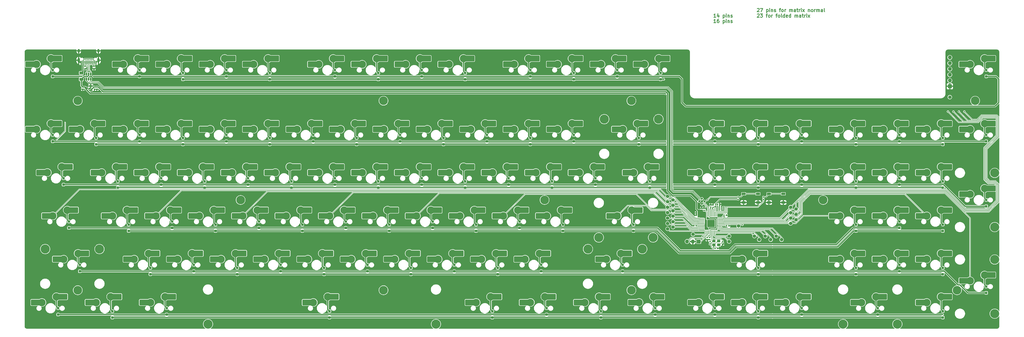
<source format=gbr>
%TF.GenerationSoftware,KiCad,Pcbnew,8.0.8*%
%TF.CreationDate,2025-02-23T09:58:19+01:00*%
%TF.ProjectId,fullsized keybored 3v3,66756c6c-7369-47a6-9564-206b6579626f,rev?*%
%TF.SameCoordinates,Original*%
%TF.FileFunction,Copper,L2,Bot*%
%TF.FilePolarity,Positive*%
%FSLAX46Y46*%
G04 Gerber Fmt 4.6, Leading zero omitted, Abs format (unit mm)*
G04 Created by KiCad (PCBNEW 8.0.8) date 2025-02-23 09:58:19*
%MOMM*%
%LPD*%
G01*
G04 APERTURE LIST*
G04 Aperture macros list*
%AMRoundRect*
0 Rectangle with rounded corners*
0 $1 Rounding radius*
0 $2 $3 $4 $5 $6 $7 $8 $9 X,Y pos of 4 corners*
0 Add a 4 corners polygon primitive as box body*
4,1,4,$2,$3,$4,$5,$6,$7,$8,$9,$2,$3,0*
0 Add four circle primitives for the rounded corners*
1,1,$1+$1,$2,$3*
1,1,$1+$1,$4,$5*
1,1,$1+$1,$6,$7*
1,1,$1+$1,$8,$9*
0 Add four rect primitives between the rounded corners*
20,1,$1+$1,$2,$3,$4,$5,0*
20,1,$1+$1,$4,$5,$6,$7,0*
20,1,$1+$1,$6,$7,$8,$9,0*
20,1,$1+$1,$8,$9,$2,$3,0*%
G04 Aperture macros list end*
%ADD10C,0.300000*%
%TA.AperFunction,NonConductor*%
%ADD11C,0.300000*%
%TD*%
%TA.AperFunction,ComponentPad*%
%ADD12C,1.500000*%
%TD*%
%TA.AperFunction,ComponentPad*%
%ADD13C,3.800000*%
%TD*%
%TA.AperFunction,ComponentPad*%
%ADD14C,4.000000*%
%TD*%
%TA.AperFunction,SMDPad,CuDef*%
%ADD15RoundRect,0.250000X0.300000X-0.300000X0.300000X0.300000X-0.300000X0.300000X-0.300000X-0.300000X0*%
%TD*%
%TA.AperFunction,SMDPad,CuDef*%
%ADD16RoundRect,0.140000X-0.170000X0.140000X-0.170000X-0.140000X0.170000X-0.140000X0.170000X0.140000X0*%
%TD*%
%TA.AperFunction,SMDPad,CuDef*%
%ADD17RoundRect,0.140000X0.170000X-0.140000X0.170000X0.140000X-0.170000X0.140000X-0.170000X-0.140000X0*%
%TD*%
%TA.AperFunction,ComponentPad*%
%ADD18C,3.300000*%
%TD*%
%TA.AperFunction,SMDPad,CuDef*%
%ADD19R,1.650000X2.500000*%
%TD*%
%TA.AperFunction,SMDPad,CuDef*%
%ADD20RoundRect,0.250000X1.025000X1.000000X-1.025000X1.000000X-1.025000X-1.000000X1.025000X-1.000000X0*%
%TD*%
%TA.AperFunction,SMDPad,CuDef*%
%ADD21RoundRect,0.150000X0.150000X-0.512500X0.150000X0.512500X-0.150000X0.512500X-0.150000X-0.512500X0*%
%TD*%
%TA.AperFunction,SMDPad,CuDef*%
%ADD22R,0.900000X0.300000*%
%TD*%
%TA.AperFunction,SMDPad,CuDef*%
%ADD23R,0.250000X1.650000*%
%TD*%
%TA.AperFunction,SMDPad,CuDef*%
%ADD24RoundRect,0.250000X-0.625000X0.375000X-0.625000X-0.375000X0.625000X-0.375000X0.625000X0.375000X0*%
%TD*%
%TA.AperFunction,SMDPad,CuDef*%
%ADD25RoundRect,0.140000X-0.140000X-0.170000X0.140000X-0.170000X0.140000X0.170000X-0.140000X0.170000X0*%
%TD*%
%TA.AperFunction,SMDPad,CuDef*%
%ADD26RoundRect,0.150000X0.587500X0.150000X-0.587500X0.150000X-0.587500X-0.150000X0.587500X-0.150000X0*%
%TD*%
%TA.AperFunction,ComponentPad*%
%ADD27R,1.700000X1.700000*%
%TD*%
%TA.AperFunction,ComponentPad*%
%ADD28O,1.700000X1.700000*%
%TD*%
%TA.AperFunction,SMDPad,CuDef*%
%ADD29RoundRect,0.140000X0.140000X0.170000X-0.140000X0.170000X-0.140000X-0.170000X0.140000X-0.170000X0*%
%TD*%
%TA.AperFunction,SMDPad,CuDef*%
%ADD30R,1.700000X1.000000*%
%TD*%
%TA.AperFunction,SMDPad,CuDef*%
%ADD31RoundRect,0.135000X-0.185000X0.135000X-0.185000X-0.135000X0.185000X-0.135000X0.185000X0.135000X0*%
%TD*%
%TA.AperFunction,SMDPad,CuDef*%
%ADD32RoundRect,0.135000X0.185000X-0.135000X0.185000X0.135000X-0.185000X0.135000X-0.185000X-0.135000X0*%
%TD*%
%TA.AperFunction,SMDPad,CuDef*%
%ADD33RoundRect,0.050000X0.387500X0.050000X-0.387500X0.050000X-0.387500X-0.050000X0.387500X-0.050000X0*%
%TD*%
%TA.AperFunction,SMDPad,CuDef*%
%ADD34RoundRect,0.050000X0.050000X0.387500X-0.050000X0.387500X-0.050000X-0.387500X0.050000X-0.387500X0*%
%TD*%
%TA.AperFunction,ComponentPad*%
%ADD35C,0.600000*%
%TD*%
%TA.AperFunction,SMDPad,CuDef*%
%ADD36RoundRect,0.144000X1.456000X1.456000X-1.456000X1.456000X-1.456000X-1.456000X1.456000X-1.456000X0*%
%TD*%
%TA.AperFunction,SMDPad,CuDef*%
%ADD37RoundRect,0.200000X-0.335876X-0.053033X-0.053033X-0.335876X0.335876X0.053033X0.053033X0.335876X0*%
%TD*%
%TA.AperFunction,SMDPad,CuDef*%
%ADD38R,1.400000X1.200000*%
%TD*%
%TA.AperFunction,SMDPad,CuDef*%
%ADD39R,0.600000X1.450000*%
%TD*%
%TA.AperFunction,SMDPad,CuDef*%
%ADD40R,0.300000X1.450000*%
%TD*%
%TA.AperFunction,ComponentPad*%
%ADD41O,1.000000X1.600000*%
%TD*%
%TA.AperFunction,ComponentPad*%
%ADD42O,1.000000X2.100000*%
%TD*%
%TA.AperFunction,ViaPad*%
%ADD43C,0.600000*%
%TD*%
%TA.AperFunction,Conductor*%
%ADD44C,0.500000*%
%TD*%
%TA.AperFunction,Conductor*%
%ADD45C,0.200000*%
%TD*%
%TA.AperFunction,Conductor*%
%ADD46C,0.250000*%
%TD*%
%TA.AperFunction,Conductor*%
%ADD47C,0.350000*%
%TD*%
G04 APERTURE END LIST*
D10*
D11*
X338620582Y-21428769D02*
X338692010Y-21357341D01*
X338692010Y-21357341D02*
X338834868Y-21285912D01*
X338834868Y-21285912D02*
X339192010Y-21285912D01*
X339192010Y-21285912D02*
X339334868Y-21357341D01*
X339334868Y-21357341D02*
X339406296Y-21428769D01*
X339406296Y-21428769D02*
X339477725Y-21571626D01*
X339477725Y-21571626D02*
X339477725Y-21714484D01*
X339477725Y-21714484D02*
X339406296Y-21928769D01*
X339406296Y-21928769D02*
X338549153Y-22785912D01*
X338549153Y-22785912D02*
X339477725Y-22785912D01*
X339977724Y-21285912D02*
X340977724Y-21285912D01*
X340977724Y-21285912D02*
X340334867Y-22785912D01*
X342692009Y-21785912D02*
X342692009Y-23285912D01*
X342692009Y-21857341D02*
X342834867Y-21785912D01*
X342834867Y-21785912D02*
X343120581Y-21785912D01*
X343120581Y-21785912D02*
X343263438Y-21857341D01*
X343263438Y-21857341D02*
X343334867Y-21928769D01*
X343334867Y-21928769D02*
X343406295Y-22071626D01*
X343406295Y-22071626D02*
X343406295Y-22500198D01*
X343406295Y-22500198D02*
X343334867Y-22643055D01*
X343334867Y-22643055D02*
X343263438Y-22714484D01*
X343263438Y-22714484D02*
X343120581Y-22785912D01*
X343120581Y-22785912D02*
X342834867Y-22785912D01*
X342834867Y-22785912D02*
X342692009Y-22714484D01*
X344049152Y-22785912D02*
X344049152Y-21785912D01*
X344049152Y-21285912D02*
X343977724Y-21357341D01*
X343977724Y-21357341D02*
X344049152Y-21428769D01*
X344049152Y-21428769D02*
X344120581Y-21357341D01*
X344120581Y-21357341D02*
X344049152Y-21285912D01*
X344049152Y-21285912D02*
X344049152Y-21428769D01*
X344763438Y-21785912D02*
X344763438Y-22785912D01*
X344763438Y-21928769D02*
X344834867Y-21857341D01*
X344834867Y-21857341D02*
X344977724Y-21785912D01*
X344977724Y-21785912D02*
X345192010Y-21785912D01*
X345192010Y-21785912D02*
X345334867Y-21857341D01*
X345334867Y-21857341D02*
X345406296Y-22000198D01*
X345406296Y-22000198D02*
X345406296Y-22785912D01*
X346049153Y-22714484D02*
X346192010Y-22785912D01*
X346192010Y-22785912D02*
X346477724Y-22785912D01*
X346477724Y-22785912D02*
X346620581Y-22714484D01*
X346620581Y-22714484D02*
X346692010Y-22571626D01*
X346692010Y-22571626D02*
X346692010Y-22500198D01*
X346692010Y-22500198D02*
X346620581Y-22357341D01*
X346620581Y-22357341D02*
X346477724Y-22285912D01*
X346477724Y-22285912D02*
X346263439Y-22285912D01*
X346263439Y-22285912D02*
X346120581Y-22214484D01*
X346120581Y-22214484D02*
X346049153Y-22071626D01*
X346049153Y-22071626D02*
X346049153Y-22000198D01*
X346049153Y-22000198D02*
X346120581Y-21857341D01*
X346120581Y-21857341D02*
X346263439Y-21785912D01*
X346263439Y-21785912D02*
X346477724Y-21785912D01*
X346477724Y-21785912D02*
X346620581Y-21857341D01*
X348263439Y-21785912D02*
X348834867Y-21785912D01*
X348477724Y-22785912D02*
X348477724Y-21500198D01*
X348477724Y-21500198D02*
X348549153Y-21357341D01*
X348549153Y-21357341D02*
X348692010Y-21285912D01*
X348692010Y-21285912D02*
X348834867Y-21285912D01*
X349549153Y-22785912D02*
X349406296Y-22714484D01*
X349406296Y-22714484D02*
X349334867Y-22643055D01*
X349334867Y-22643055D02*
X349263439Y-22500198D01*
X349263439Y-22500198D02*
X349263439Y-22071626D01*
X349263439Y-22071626D02*
X349334867Y-21928769D01*
X349334867Y-21928769D02*
X349406296Y-21857341D01*
X349406296Y-21857341D02*
X349549153Y-21785912D01*
X349549153Y-21785912D02*
X349763439Y-21785912D01*
X349763439Y-21785912D02*
X349906296Y-21857341D01*
X349906296Y-21857341D02*
X349977725Y-21928769D01*
X349977725Y-21928769D02*
X350049153Y-22071626D01*
X350049153Y-22071626D02*
X350049153Y-22500198D01*
X350049153Y-22500198D02*
X349977725Y-22643055D01*
X349977725Y-22643055D02*
X349906296Y-22714484D01*
X349906296Y-22714484D02*
X349763439Y-22785912D01*
X349763439Y-22785912D02*
X349549153Y-22785912D01*
X350692010Y-22785912D02*
X350692010Y-21785912D01*
X350692010Y-22071626D02*
X350763439Y-21928769D01*
X350763439Y-21928769D02*
X350834868Y-21857341D01*
X350834868Y-21857341D02*
X350977725Y-21785912D01*
X350977725Y-21785912D02*
X351120582Y-21785912D01*
X352763438Y-22785912D02*
X352763438Y-21785912D01*
X352763438Y-21928769D02*
X352834867Y-21857341D01*
X352834867Y-21857341D02*
X352977724Y-21785912D01*
X352977724Y-21785912D02*
X353192010Y-21785912D01*
X353192010Y-21785912D02*
X353334867Y-21857341D01*
X353334867Y-21857341D02*
X353406296Y-22000198D01*
X353406296Y-22000198D02*
X353406296Y-22785912D01*
X353406296Y-22000198D02*
X353477724Y-21857341D01*
X353477724Y-21857341D02*
X353620581Y-21785912D01*
X353620581Y-21785912D02*
X353834867Y-21785912D01*
X353834867Y-21785912D02*
X353977724Y-21857341D01*
X353977724Y-21857341D02*
X354049153Y-22000198D01*
X354049153Y-22000198D02*
X354049153Y-22785912D01*
X355406296Y-22785912D02*
X355406296Y-22000198D01*
X355406296Y-22000198D02*
X355334867Y-21857341D01*
X355334867Y-21857341D02*
X355192010Y-21785912D01*
X355192010Y-21785912D02*
X354906296Y-21785912D01*
X354906296Y-21785912D02*
X354763438Y-21857341D01*
X355406296Y-22714484D02*
X355263438Y-22785912D01*
X355263438Y-22785912D02*
X354906296Y-22785912D01*
X354906296Y-22785912D02*
X354763438Y-22714484D01*
X354763438Y-22714484D02*
X354692010Y-22571626D01*
X354692010Y-22571626D02*
X354692010Y-22428769D01*
X354692010Y-22428769D02*
X354763438Y-22285912D01*
X354763438Y-22285912D02*
X354906296Y-22214484D01*
X354906296Y-22214484D02*
X355263438Y-22214484D01*
X355263438Y-22214484D02*
X355406296Y-22143055D01*
X355906296Y-21785912D02*
X356477724Y-21785912D01*
X356120581Y-21285912D02*
X356120581Y-22571626D01*
X356120581Y-22571626D02*
X356192010Y-22714484D01*
X356192010Y-22714484D02*
X356334867Y-22785912D01*
X356334867Y-22785912D02*
X356477724Y-22785912D01*
X356977724Y-22785912D02*
X356977724Y-21785912D01*
X356977724Y-22071626D02*
X357049153Y-21928769D01*
X357049153Y-21928769D02*
X357120582Y-21857341D01*
X357120582Y-21857341D02*
X357263439Y-21785912D01*
X357263439Y-21785912D02*
X357406296Y-21785912D01*
X357906295Y-22785912D02*
X357906295Y-21785912D01*
X357906295Y-21285912D02*
X357834867Y-21357341D01*
X357834867Y-21357341D02*
X357906295Y-21428769D01*
X357906295Y-21428769D02*
X357977724Y-21357341D01*
X357977724Y-21357341D02*
X357906295Y-21285912D01*
X357906295Y-21285912D02*
X357906295Y-21428769D01*
X358477724Y-22785912D02*
X359263439Y-21785912D01*
X358477724Y-21785912D02*
X359263439Y-22785912D01*
X360977724Y-21785912D02*
X360977724Y-22785912D01*
X360977724Y-21928769D02*
X361049153Y-21857341D01*
X361049153Y-21857341D02*
X361192010Y-21785912D01*
X361192010Y-21785912D02*
X361406296Y-21785912D01*
X361406296Y-21785912D02*
X361549153Y-21857341D01*
X361549153Y-21857341D02*
X361620582Y-22000198D01*
X361620582Y-22000198D02*
X361620582Y-22785912D01*
X362549153Y-22785912D02*
X362406296Y-22714484D01*
X362406296Y-22714484D02*
X362334867Y-22643055D01*
X362334867Y-22643055D02*
X362263439Y-22500198D01*
X362263439Y-22500198D02*
X362263439Y-22071626D01*
X362263439Y-22071626D02*
X362334867Y-21928769D01*
X362334867Y-21928769D02*
X362406296Y-21857341D01*
X362406296Y-21857341D02*
X362549153Y-21785912D01*
X362549153Y-21785912D02*
X362763439Y-21785912D01*
X362763439Y-21785912D02*
X362906296Y-21857341D01*
X362906296Y-21857341D02*
X362977725Y-21928769D01*
X362977725Y-21928769D02*
X363049153Y-22071626D01*
X363049153Y-22071626D02*
X363049153Y-22500198D01*
X363049153Y-22500198D02*
X362977725Y-22643055D01*
X362977725Y-22643055D02*
X362906296Y-22714484D01*
X362906296Y-22714484D02*
X362763439Y-22785912D01*
X362763439Y-22785912D02*
X362549153Y-22785912D01*
X363692010Y-22785912D02*
X363692010Y-21785912D01*
X363692010Y-22071626D02*
X363763439Y-21928769D01*
X363763439Y-21928769D02*
X363834868Y-21857341D01*
X363834868Y-21857341D02*
X363977725Y-21785912D01*
X363977725Y-21785912D02*
X364120582Y-21785912D01*
X364620581Y-22785912D02*
X364620581Y-21785912D01*
X364620581Y-21928769D02*
X364692010Y-21857341D01*
X364692010Y-21857341D02*
X364834867Y-21785912D01*
X364834867Y-21785912D02*
X365049153Y-21785912D01*
X365049153Y-21785912D02*
X365192010Y-21857341D01*
X365192010Y-21857341D02*
X365263439Y-22000198D01*
X365263439Y-22000198D02*
X365263439Y-22785912D01*
X365263439Y-22000198D02*
X365334867Y-21857341D01*
X365334867Y-21857341D02*
X365477724Y-21785912D01*
X365477724Y-21785912D02*
X365692010Y-21785912D01*
X365692010Y-21785912D02*
X365834867Y-21857341D01*
X365834867Y-21857341D02*
X365906296Y-22000198D01*
X365906296Y-22000198D02*
X365906296Y-22785912D01*
X367263439Y-22785912D02*
X367263439Y-22000198D01*
X367263439Y-22000198D02*
X367192010Y-21857341D01*
X367192010Y-21857341D02*
X367049153Y-21785912D01*
X367049153Y-21785912D02*
X366763439Y-21785912D01*
X366763439Y-21785912D02*
X366620581Y-21857341D01*
X367263439Y-22714484D02*
X367120581Y-22785912D01*
X367120581Y-22785912D02*
X366763439Y-22785912D01*
X366763439Y-22785912D02*
X366620581Y-22714484D01*
X366620581Y-22714484D02*
X366549153Y-22571626D01*
X366549153Y-22571626D02*
X366549153Y-22428769D01*
X366549153Y-22428769D02*
X366620581Y-22285912D01*
X366620581Y-22285912D02*
X366763439Y-22214484D01*
X366763439Y-22214484D02*
X367120581Y-22214484D01*
X367120581Y-22214484D02*
X367263439Y-22143055D01*
X368192010Y-22785912D02*
X368049153Y-22714484D01*
X368049153Y-22714484D02*
X367977724Y-22571626D01*
X367977724Y-22571626D02*
X367977724Y-21285912D01*
X338620582Y-23843685D02*
X338692010Y-23772257D01*
X338692010Y-23772257D02*
X338834868Y-23700828D01*
X338834868Y-23700828D02*
X339192010Y-23700828D01*
X339192010Y-23700828D02*
X339334868Y-23772257D01*
X339334868Y-23772257D02*
X339406296Y-23843685D01*
X339406296Y-23843685D02*
X339477725Y-23986542D01*
X339477725Y-23986542D02*
X339477725Y-24129400D01*
X339477725Y-24129400D02*
X339406296Y-24343685D01*
X339406296Y-24343685D02*
X338549153Y-25200828D01*
X338549153Y-25200828D02*
X339477725Y-25200828D01*
X339977724Y-23700828D02*
X340906296Y-23700828D01*
X340906296Y-23700828D02*
X340406296Y-24272257D01*
X340406296Y-24272257D02*
X340620581Y-24272257D01*
X340620581Y-24272257D02*
X340763439Y-24343685D01*
X340763439Y-24343685D02*
X340834867Y-24415114D01*
X340834867Y-24415114D02*
X340906296Y-24557971D01*
X340906296Y-24557971D02*
X340906296Y-24915114D01*
X340906296Y-24915114D02*
X340834867Y-25057971D01*
X340834867Y-25057971D02*
X340763439Y-25129400D01*
X340763439Y-25129400D02*
X340620581Y-25200828D01*
X340620581Y-25200828D02*
X340192010Y-25200828D01*
X340192010Y-25200828D02*
X340049153Y-25129400D01*
X340049153Y-25129400D02*
X339977724Y-25057971D01*
X342477724Y-24200828D02*
X343049152Y-24200828D01*
X342692009Y-25200828D02*
X342692009Y-23915114D01*
X342692009Y-23915114D02*
X342763438Y-23772257D01*
X342763438Y-23772257D02*
X342906295Y-23700828D01*
X342906295Y-23700828D02*
X343049152Y-23700828D01*
X343763438Y-25200828D02*
X343620581Y-25129400D01*
X343620581Y-25129400D02*
X343549152Y-25057971D01*
X343549152Y-25057971D02*
X343477724Y-24915114D01*
X343477724Y-24915114D02*
X343477724Y-24486542D01*
X343477724Y-24486542D02*
X343549152Y-24343685D01*
X343549152Y-24343685D02*
X343620581Y-24272257D01*
X343620581Y-24272257D02*
X343763438Y-24200828D01*
X343763438Y-24200828D02*
X343977724Y-24200828D01*
X343977724Y-24200828D02*
X344120581Y-24272257D01*
X344120581Y-24272257D02*
X344192010Y-24343685D01*
X344192010Y-24343685D02*
X344263438Y-24486542D01*
X344263438Y-24486542D02*
X344263438Y-24915114D01*
X344263438Y-24915114D02*
X344192010Y-25057971D01*
X344192010Y-25057971D02*
X344120581Y-25129400D01*
X344120581Y-25129400D02*
X343977724Y-25200828D01*
X343977724Y-25200828D02*
X343763438Y-25200828D01*
X344906295Y-25200828D02*
X344906295Y-24200828D01*
X344906295Y-24486542D02*
X344977724Y-24343685D01*
X344977724Y-24343685D02*
X345049153Y-24272257D01*
X345049153Y-24272257D02*
X345192010Y-24200828D01*
X345192010Y-24200828D02*
X345334867Y-24200828D01*
X346763438Y-24200828D02*
X347334866Y-24200828D01*
X346977723Y-25200828D02*
X346977723Y-23915114D01*
X346977723Y-23915114D02*
X347049152Y-23772257D01*
X347049152Y-23772257D02*
X347192009Y-23700828D01*
X347192009Y-23700828D02*
X347334866Y-23700828D01*
X348049152Y-25200828D02*
X347906295Y-25129400D01*
X347906295Y-25129400D02*
X347834866Y-25057971D01*
X347834866Y-25057971D02*
X347763438Y-24915114D01*
X347763438Y-24915114D02*
X347763438Y-24486542D01*
X347763438Y-24486542D02*
X347834866Y-24343685D01*
X347834866Y-24343685D02*
X347906295Y-24272257D01*
X347906295Y-24272257D02*
X348049152Y-24200828D01*
X348049152Y-24200828D02*
X348263438Y-24200828D01*
X348263438Y-24200828D02*
X348406295Y-24272257D01*
X348406295Y-24272257D02*
X348477724Y-24343685D01*
X348477724Y-24343685D02*
X348549152Y-24486542D01*
X348549152Y-24486542D02*
X348549152Y-24915114D01*
X348549152Y-24915114D02*
X348477724Y-25057971D01*
X348477724Y-25057971D02*
X348406295Y-25129400D01*
X348406295Y-25129400D02*
X348263438Y-25200828D01*
X348263438Y-25200828D02*
X348049152Y-25200828D01*
X349406295Y-25200828D02*
X349263438Y-25129400D01*
X349263438Y-25129400D02*
X349192009Y-24986542D01*
X349192009Y-24986542D02*
X349192009Y-23700828D01*
X350620581Y-25200828D02*
X350620581Y-23700828D01*
X350620581Y-25129400D02*
X350477723Y-25200828D01*
X350477723Y-25200828D02*
X350192009Y-25200828D01*
X350192009Y-25200828D02*
X350049152Y-25129400D01*
X350049152Y-25129400D02*
X349977723Y-25057971D01*
X349977723Y-25057971D02*
X349906295Y-24915114D01*
X349906295Y-24915114D02*
X349906295Y-24486542D01*
X349906295Y-24486542D02*
X349977723Y-24343685D01*
X349977723Y-24343685D02*
X350049152Y-24272257D01*
X350049152Y-24272257D02*
X350192009Y-24200828D01*
X350192009Y-24200828D02*
X350477723Y-24200828D01*
X350477723Y-24200828D02*
X350620581Y-24272257D01*
X351906295Y-25129400D02*
X351763438Y-25200828D01*
X351763438Y-25200828D02*
X351477724Y-25200828D01*
X351477724Y-25200828D02*
X351334866Y-25129400D01*
X351334866Y-25129400D02*
X351263438Y-24986542D01*
X351263438Y-24986542D02*
X351263438Y-24415114D01*
X351263438Y-24415114D02*
X351334866Y-24272257D01*
X351334866Y-24272257D02*
X351477724Y-24200828D01*
X351477724Y-24200828D02*
X351763438Y-24200828D01*
X351763438Y-24200828D02*
X351906295Y-24272257D01*
X351906295Y-24272257D02*
X351977724Y-24415114D01*
X351977724Y-24415114D02*
X351977724Y-24557971D01*
X351977724Y-24557971D02*
X351263438Y-24700828D01*
X353263438Y-25200828D02*
X353263438Y-23700828D01*
X353263438Y-25129400D02*
X353120580Y-25200828D01*
X353120580Y-25200828D02*
X352834866Y-25200828D01*
X352834866Y-25200828D02*
X352692009Y-25129400D01*
X352692009Y-25129400D02*
X352620580Y-25057971D01*
X352620580Y-25057971D02*
X352549152Y-24915114D01*
X352549152Y-24915114D02*
X352549152Y-24486542D01*
X352549152Y-24486542D02*
X352620580Y-24343685D01*
X352620580Y-24343685D02*
X352692009Y-24272257D01*
X352692009Y-24272257D02*
X352834866Y-24200828D01*
X352834866Y-24200828D02*
X353120580Y-24200828D01*
X353120580Y-24200828D02*
X353263438Y-24272257D01*
X355120580Y-25200828D02*
X355120580Y-24200828D01*
X355120580Y-24343685D02*
X355192009Y-24272257D01*
X355192009Y-24272257D02*
X355334866Y-24200828D01*
X355334866Y-24200828D02*
X355549152Y-24200828D01*
X355549152Y-24200828D02*
X355692009Y-24272257D01*
X355692009Y-24272257D02*
X355763438Y-24415114D01*
X355763438Y-24415114D02*
X355763438Y-25200828D01*
X355763438Y-24415114D02*
X355834866Y-24272257D01*
X355834866Y-24272257D02*
X355977723Y-24200828D01*
X355977723Y-24200828D02*
X356192009Y-24200828D01*
X356192009Y-24200828D02*
X356334866Y-24272257D01*
X356334866Y-24272257D02*
X356406295Y-24415114D01*
X356406295Y-24415114D02*
X356406295Y-25200828D01*
X357763438Y-25200828D02*
X357763438Y-24415114D01*
X357763438Y-24415114D02*
X357692009Y-24272257D01*
X357692009Y-24272257D02*
X357549152Y-24200828D01*
X357549152Y-24200828D02*
X357263438Y-24200828D01*
X357263438Y-24200828D02*
X357120580Y-24272257D01*
X357763438Y-25129400D02*
X357620580Y-25200828D01*
X357620580Y-25200828D02*
X357263438Y-25200828D01*
X357263438Y-25200828D02*
X357120580Y-25129400D01*
X357120580Y-25129400D02*
X357049152Y-24986542D01*
X357049152Y-24986542D02*
X357049152Y-24843685D01*
X357049152Y-24843685D02*
X357120580Y-24700828D01*
X357120580Y-24700828D02*
X357263438Y-24629400D01*
X357263438Y-24629400D02*
X357620580Y-24629400D01*
X357620580Y-24629400D02*
X357763438Y-24557971D01*
X358263438Y-24200828D02*
X358834866Y-24200828D01*
X358477723Y-23700828D02*
X358477723Y-24986542D01*
X358477723Y-24986542D02*
X358549152Y-25129400D01*
X358549152Y-25129400D02*
X358692009Y-25200828D01*
X358692009Y-25200828D02*
X358834866Y-25200828D01*
X359334866Y-25200828D02*
X359334866Y-24200828D01*
X359334866Y-24486542D02*
X359406295Y-24343685D01*
X359406295Y-24343685D02*
X359477724Y-24272257D01*
X359477724Y-24272257D02*
X359620581Y-24200828D01*
X359620581Y-24200828D02*
X359763438Y-24200828D01*
X360263437Y-25200828D02*
X360263437Y-24200828D01*
X360263437Y-23700828D02*
X360192009Y-23772257D01*
X360192009Y-23772257D02*
X360263437Y-23843685D01*
X360263437Y-23843685D02*
X360334866Y-23772257D01*
X360334866Y-23772257D02*
X360263437Y-23700828D01*
X360263437Y-23700828D02*
X360263437Y-23843685D01*
X360834866Y-25200828D02*
X361620581Y-24200828D01*
X360834866Y-24200828D02*
X361620581Y-25200828D01*
D10*
D11*
X320427725Y-25200828D02*
X319570582Y-25200828D01*
X319999153Y-25200828D02*
X319999153Y-23700828D01*
X319999153Y-23700828D02*
X319856296Y-23915114D01*
X319856296Y-23915114D02*
X319713439Y-24057971D01*
X319713439Y-24057971D02*
X319570582Y-24129400D01*
X321713439Y-24200828D02*
X321713439Y-25200828D01*
X321356296Y-23629400D02*
X320999153Y-24700828D01*
X320999153Y-24700828D02*
X321927724Y-24700828D01*
X323642009Y-24200828D02*
X323642009Y-25700828D01*
X323642009Y-24272257D02*
X323784867Y-24200828D01*
X323784867Y-24200828D02*
X324070581Y-24200828D01*
X324070581Y-24200828D02*
X324213438Y-24272257D01*
X324213438Y-24272257D02*
X324284867Y-24343685D01*
X324284867Y-24343685D02*
X324356295Y-24486542D01*
X324356295Y-24486542D02*
X324356295Y-24915114D01*
X324356295Y-24915114D02*
X324284867Y-25057971D01*
X324284867Y-25057971D02*
X324213438Y-25129400D01*
X324213438Y-25129400D02*
X324070581Y-25200828D01*
X324070581Y-25200828D02*
X323784867Y-25200828D01*
X323784867Y-25200828D02*
X323642009Y-25129400D01*
X324999152Y-25200828D02*
X324999152Y-24200828D01*
X324999152Y-23700828D02*
X324927724Y-23772257D01*
X324927724Y-23772257D02*
X324999152Y-23843685D01*
X324999152Y-23843685D02*
X325070581Y-23772257D01*
X325070581Y-23772257D02*
X324999152Y-23700828D01*
X324999152Y-23700828D02*
X324999152Y-23843685D01*
X325713438Y-24200828D02*
X325713438Y-25200828D01*
X325713438Y-24343685D02*
X325784867Y-24272257D01*
X325784867Y-24272257D02*
X325927724Y-24200828D01*
X325927724Y-24200828D02*
X326142010Y-24200828D01*
X326142010Y-24200828D02*
X326284867Y-24272257D01*
X326284867Y-24272257D02*
X326356296Y-24415114D01*
X326356296Y-24415114D02*
X326356296Y-25200828D01*
X326999153Y-25129400D02*
X327142010Y-25200828D01*
X327142010Y-25200828D02*
X327427724Y-25200828D01*
X327427724Y-25200828D02*
X327570581Y-25129400D01*
X327570581Y-25129400D02*
X327642010Y-24986542D01*
X327642010Y-24986542D02*
X327642010Y-24915114D01*
X327642010Y-24915114D02*
X327570581Y-24772257D01*
X327570581Y-24772257D02*
X327427724Y-24700828D01*
X327427724Y-24700828D02*
X327213439Y-24700828D01*
X327213439Y-24700828D02*
X327070581Y-24629400D01*
X327070581Y-24629400D02*
X326999153Y-24486542D01*
X326999153Y-24486542D02*
X326999153Y-24415114D01*
X326999153Y-24415114D02*
X327070581Y-24272257D01*
X327070581Y-24272257D02*
X327213439Y-24200828D01*
X327213439Y-24200828D02*
X327427724Y-24200828D01*
X327427724Y-24200828D02*
X327570581Y-24272257D01*
D10*
D11*
X320427725Y-27582078D02*
X319570582Y-27582078D01*
X319999153Y-27582078D02*
X319999153Y-26082078D01*
X319999153Y-26082078D02*
X319856296Y-26296364D01*
X319856296Y-26296364D02*
X319713439Y-26439221D01*
X319713439Y-26439221D02*
X319570582Y-26510650D01*
X321713439Y-26082078D02*
X321427724Y-26082078D01*
X321427724Y-26082078D02*
X321284867Y-26153507D01*
X321284867Y-26153507D02*
X321213439Y-26224935D01*
X321213439Y-26224935D02*
X321070581Y-26439221D01*
X321070581Y-26439221D02*
X320999153Y-26724935D01*
X320999153Y-26724935D02*
X320999153Y-27296364D01*
X320999153Y-27296364D02*
X321070581Y-27439221D01*
X321070581Y-27439221D02*
X321142010Y-27510650D01*
X321142010Y-27510650D02*
X321284867Y-27582078D01*
X321284867Y-27582078D02*
X321570581Y-27582078D01*
X321570581Y-27582078D02*
X321713439Y-27510650D01*
X321713439Y-27510650D02*
X321784867Y-27439221D01*
X321784867Y-27439221D02*
X321856296Y-27296364D01*
X321856296Y-27296364D02*
X321856296Y-26939221D01*
X321856296Y-26939221D02*
X321784867Y-26796364D01*
X321784867Y-26796364D02*
X321713439Y-26724935D01*
X321713439Y-26724935D02*
X321570581Y-26653507D01*
X321570581Y-26653507D02*
X321284867Y-26653507D01*
X321284867Y-26653507D02*
X321142010Y-26724935D01*
X321142010Y-26724935D02*
X321070581Y-26796364D01*
X321070581Y-26796364D02*
X320999153Y-26939221D01*
X323642009Y-26582078D02*
X323642009Y-28082078D01*
X323642009Y-26653507D02*
X323784867Y-26582078D01*
X323784867Y-26582078D02*
X324070581Y-26582078D01*
X324070581Y-26582078D02*
X324213438Y-26653507D01*
X324213438Y-26653507D02*
X324284867Y-26724935D01*
X324284867Y-26724935D02*
X324356295Y-26867792D01*
X324356295Y-26867792D02*
X324356295Y-27296364D01*
X324356295Y-27296364D02*
X324284867Y-27439221D01*
X324284867Y-27439221D02*
X324213438Y-27510650D01*
X324213438Y-27510650D02*
X324070581Y-27582078D01*
X324070581Y-27582078D02*
X323784867Y-27582078D01*
X323784867Y-27582078D02*
X323642009Y-27510650D01*
X324999152Y-27582078D02*
X324999152Y-26582078D01*
X324999152Y-26082078D02*
X324927724Y-26153507D01*
X324927724Y-26153507D02*
X324999152Y-26224935D01*
X324999152Y-26224935D02*
X325070581Y-26153507D01*
X325070581Y-26153507D02*
X324999152Y-26082078D01*
X324999152Y-26082078D02*
X324999152Y-26224935D01*
X325713438Y-26582078D02*
X325713438Y-27582078D01*
X325713438Y-26724935D02*
X325784867Y-26653507D01*
X325784867Y-26653507D02*
X325927724Y-26582078D01*
X325927724Y-26582078D02*
X326142010Y-26582078D01*
X326142010Y-26582078D02*
X326284867Y-26653507D01*
X326284867Y-26653507D02*
X326356296Y-26796364D01*
X326356296Y-26796364D02*
X326356296Y-27582078D01*
X326999153Y-27510650D02*
X327142010Y-27582078D01*
X327142010Y-27582078D02*
X327427724Y-27582078D01*
X327427724Y-27582078D02*
X327570581Y-27510650D01*
X327570581Y-27510650D02*
X327642010Y-27367792D01*
X327642010Y-27367792D02*
X327642010Y-27296364D01*
X327642010Y-27296364D02*
X327570581Y-27153507D01*
X327570581Y-27153507D02*
X327427724Y-27082078D01*
X327427724Y-27082078D02*
X327213439Y-27082078D01*
X327213439Y-27082078D02*
X327070581Y-27010650D01*
X327070581Y-27010650D02*
X326999153Y-26867792D01*
X326999153Y-26867792D02*
X326999153Y-26796364D01*
X326999153Y-26796364D02*
X327070581Y-26653507D01*
X327070581Y-26653507D02*
X327213439Y-26582078D01*
X327213439Y-26582078D02*
X327427724Y-26582078D01*
X327427724Y-26582078D02*
X327570581Y-26653507D01*
D12*
%TO.P,J31,1,Pin_1*%
%TO.N,COL2*%
X299243750Y-106362500D03*
%TD*%
%TO.P,J29,1,Pin_1*%
%TO.N,COL4*%
X299243750Y-108743750D03*
%TD*%
%TO.P,J23,1,Pin_1*%
%TO.N,ROW2*%
X299243750Y-115887500D03*
%TD*%
%TO.P,J21,1,Pin_1*%
%TO.N,ROW0*%
X299243750Y-118268750D03*
%TD*%
%TO.P,J11,1,Pin_1*%
%TO.N,COL10*%
X353218750Y-113506250D03*
%TD*%
%TO.P,J14,1,Pin_1*%
%TO.N,COL7*%
X330357184Y-117008098D03*
%TD*%
D13*
%TO.P,H7,1*%
%TO.N,N/C*%
X283368750Y-145256250D03*
%TD*%
D12*
%TO.P,J10,1,Pin_1*%
%TO.N,/GPIO15*%
X326231250Y-123825000D03*
%TD*%
%TO.P,J30,1,Pin_1*%
%TO.N,COL3*%
X301625000Y-107950000D03*
%TD*%
%TO.P,J32,1,Pin_1*%
%TO.N,COL1*%
X301625000Y-105568750D03*
%TD*%
%TO.P,J33,1,Pin_1*%
%TO.N,COL0*%
X299243750Y-103981250D03*
%TD*%
%TO.P,J28,1,Pin_1*%
%TO.N,COL5*%
X301625000Y-110331250D03*
%TD*%
D14*
%TO.P,S7,*%
%TO.N,*%
X442753750Y-131762500D03*
X442753750Y-155575000D03*
%TD*%
D12*
%TO.P,J25,1,Pin_1*%
%TO.N,ROW4*%
X299243750Y-113506250D03*
%TD*%
D13*
%TO.P,H8,1*%
%TO.N,N/C*%
X426243750Y-145256250D03*
%TD*%
%TO.P,H3,1*%
%TO.N,N/C*%
X283368750Y-61912500D03*
%TD*%
D14*
%TO.P,S8,*%
%TO.N,*%
X442753750Y-93662500D03*
X442753750Y-117475000D03*
%TD*%
D12*
%TO.P,J16,1,Pin_1*%
%TO.N,ROW10*%
X346868750Y-121443750D03*
%TD*%
D13*
%TO.P,H11,1*%
%TO.N,N/C*%
X367506250Y-105568750D03*
%TD*%
D12*
%TO.P,J20,1,Pin_1*%
%TO.N,ROW6*%
X337343750Y-121443750D03*
%TD*%
%TO.P,J26,1,Pin_1*%
%TO.N,ROW5*%
X301625000Y-112712500D03*
%TD*%
D13*
%TO.P,H1,1*%
%TO.N,N/C*%
X40481250Y-61912500D03*
%TD*%
D12*
%TO.P,J19,1,Pin_1*%
%TO.N,ROW7*%
X339437500Y-123031250D03*
%TD*%
%TO.P,J24,1,Pin_1*%
%TO.N,ROW3*%
X301625000Y-115093750D03*
%TD*%
%TO.P,J17,1,Pin_1*%
%TO.N,ROW9*%
X344487500Y-123031250D03*
%TD*%
%TO.P,J4,1,Pin_1*%
%TO.N,/GPIO14*%
X326231250Y-121443750D03*
%TD*%
D13*
%TO.P,H2,1*%
%TO.N,N/C*%
X174625000Y-61912500D03*
%TD*%
D14*
%TO.P,S2,*%
%TO.N,*%
X26193750Y-127158750D03*
X50006250Y-127158750D03*
%TD*%
D12*
%TO.P,J6,1,Pin_1*%
%TO.N,CS_3V3*%
X355600000Y-109537500D03*
%TD*%
D13*
%TO.P,H4,1*%
%TO.N,N/C*%
X434181250Y-61912500D03*
%TD*%
%TO.P,H5,1*%
%TO.N,N/C*%
X40481250Y-145256250D03*
%TD*%
%TO.P,H6,1*%
%TO.N,N/C*%
X174625000Y-145256250D03*
%TD*%
D12*
%TO.P,J15,1,Pin_1*%
%TO.N,ROW11*%
X349250000Y-123031250D03*
%TD*%
%TO.P,J27,1,Pin_1*%
%TO.N,COL6*%
X299243750Y-111125000D03*
%TD*%
%TO.P,J18,1,Pin_1*%
%TO.N,ROW8*%
X342106250Y-121443750D03*
%TD*%
D14*
%TO.P,S3,*%
%TO.N,*%
X264318750Y-127158750D03*
X288131250Y-127158750D03*
%TD*%
D12*
%TO.P,J22,1,Pin_1*%
%TO.N,ROW1*%
X301625000Y-117475000D03*
%TD*%
%TO.P,J13,1,Pin_1*%
%TO.N,COL8*%
X353218750Y-115887500D03*
%TD*%
%TO.P,J3,1,Pin_1*%
%TO.N,/GPIO16*%
X310400000Y-120650000D03*
%TD*%
D14*
%TO.P,S1,*%
%TO.N,*%
X197643750Y-160178750D03*
X97631250Y-160178750D03*
%TD*%
%TO.P,S5,*%
%TO.N,*%
X271462500Y-70008750D03*
X295275000Y-70008750D03*
%TD*%
D13*
%TO.P,H10,1*%
%TO.N,N/C*%
X245268750Y-105568750D03*
%TD*%
D12*
%TO.P,J12,1,Pin_1*%
%TO.N,COL9*%
X355600000Y-114300000D03*
%TD*%
%TO.P,J8,1,Pin_1*%
%TO.N,DIN_3V3*%
X355600000Y-111918750D03*
%TD*%
%TO.P,J5,1,Pin_1*%
%TO.N,Reset_3V3*%
X353218750Y-108743750D03*
%TD*%
D14*
%TO.P,S6,*%
%TO.N,*%
X400050000Y-160178750D03*
X376237500Y-160178750D03*
%TD*%
D12*
%TO.P,J7,1,Pin_1*%
%TO.N,CLK_3V3*%
X353218750Y-111125000D03*
%TD*%
D14*
%TO.P,S4,*%
%TO.N,*%
X292893750Y-122078750D03*
X269081250Y-122078750D03*
%TD*%
D13*
%TO.P,H9,1*%
%TO.N,N/C*%
X111918750Y-105568750D03*
%TD*%
D12*
%TO.P,J9,1,Pin_1*%
%TO.N,+5V*%
X423068750Y-60325000D03*
%TD*%
D15*
%TO.P,D4,1,K*%
%TO.N,ROW0*%
X105676670Y-51187500D03*
%TO.P,D4,2,A*%
%TO.N,Net-(D4-A)*%
X105676670Y-48387500D03*
%TD*%
D16*
%TO.P,C14,1*%
%TO.N,+3V3*%
X317656250Y-122088164D03*
%TO.P,C14,2*%
%TO.N,GND*%
X317656250Y-123048164D03*
%TD*%
D17*
%TO.P,C2,1*%
%TO.N,GND*%
X323388496Y-124942500D03*
%TO.P,C2,2*%
%TO.N,XTAL_IN*%
X323388496Y-123982500D03*
%TD*%
D18*
%TO.P,MX45,1,1*%
%TO.N,COL4*%
X203358750Y-93503750D03*
D19*
X201533750Y-93503750D03*
D20*
X199808750Y-93503750D03*
%TO.P,MX45,2,2*%
%TO.N,Net-(D45-A)*%
X213258750Y-90963750D03*
D19*
X211508750Y-90963750D03*
D18*
X209708750Y-90963750D03*
%TD*%
%TO.P,MX98,1,1*%
%TO.N,COL7*%
X312896250Y-150653750D03*
D19*
X311071250Y-150653750D03*
D20*
X309346250Y-150653750D03*
%TO.P,MX98,2,2*%
%TO.N,Net-(D98-A)*%
X322796250Y-148113750D03*
D19*
X321046250Y-148113750D03*
D18*
X319246250Y-148113750D03*
%TD*%
D21*
%TO.P,U2,1,I/O1*%
%TO.N,D_P*%
X46193750Y-52431250D03*
%TO.P,U2,2,GND*%
%TO.N,GND*%
X45243750Y-52431250D03*
%TO.P,U2,3,I/O2*%
%TO.N,D_N*%
X44293750Y-52431250D03*
%TO.P,U2,4,I/O2*%
%TO.N,D_USB_N*%
X44293750Y-50156250D03*
%TO.P,U2,5,VBUS*%
%TO.N,+5V*%
X45243750Y-50156250D03*
%TO.P,U2,6,I/O1*%
%TO.N,D_USB_P*%
X46193750Y-50156250D03*
%TD*%
D18*
%TO.P,MX57,1,1*%
%TO.N,COL0*%
X29527500Y-112553750D03*
D19*
X27702500Y-112553750D03*
D20*
X25977500Y-112553750D03*
%TO.P,MX57,2,2*%
%TO.N,Net-(D57-A)*%
X39427500Y-110013750D03*
D19*
X37677500Y-110013750D03*
D18*
X35877500Y-110013750D03*
%TD*%
%TO.P,MX27,1,1*%
%TO.N,COL6*%
X250983750Y-74453750D03*
D19*
X249158750Y-74453750D03*
D20*
X247433750Y-74453750D03*
%TO.P,MX27,2,2*%
%TO.N,Net-(D27-A)*%
X260883750Y-71913750D03*
D19*
X259133750Y-71913750D03*
D18*
X257333750Y-71913750D03*
%TD*%
D15*
%TO.P,D56,1,K*%
%TO.N,ROW4*%
X439051670Y-108337500D03*
%TO.P,D56,2,A*%
%TO.N,Net-(D56-A)*%
X439051670Y-105537500D03*
%TD*%
D18*
%TO.P,MX40,1,1*%
%TO.N,COL2*%
X108108750Y-93503750D03*
D19*
X106283750Y-93503750D03*
D20*
X104558750Y-93503750D03*
%TO.P,MX40,2,2*%
%TO.N,Net-(D40-A)*%
X118008750Y-90963750D03*
D19*
X116258750Y-90963750D03*
D18*
X114458750Y-90963750D03*
%TD*%
%TO.P,MX60,1,1*%
%TO.N,COL1*%
X93821250Y-112553750D03*
D19*
X91996250Y-112553750D03*
D20*
X90271250Y-112553750D03*
%TO.P,MX60,2,2*%
%TO.N,Net-(D60-A)*%
X103721250Y-110013750D03*
D19*
X101971250Y-110013750D03*
D18*
X100171250Y-110013750D03*
%TD*%
D15*
%TO.P,D98,1,K*%
%TO.N,ROW10*%
X319989170Y-155962500D03*
%TO.P,D98,2,A*%
%TO.N,Net-(D98-A)*%
X319989170Y-153162500D03*
%TD*%
D22*
%TO.P,IC1,1,~{CS}*%
%TO.N,/QSPI_SS*%
X323818750Y-108631250D03*
%TO.P,IC1,2,DO_IO1*%
%TO.N,/QSPI_SD1*%
X323818750Y-109131250D03*
%TO.P,IC1,3,~{WP_IO2}*%
%TO.N,/QSPI_SD2*%
X323818750Y-109631250D03*
%TO.P,IC1,4,GND*%
%TO.N,GND*%
X323818750Y-110131250D03*
%TO.P,IC1,5,DI_IO0*%
%TO.N,/QSPI_SD0*%
X321018750Y-110131250D03*
%TO.P,IC1,6,CLK*%
%TO.N,/QSPI_SCLK*%
X321018750Y-109631250D03*
%TO.P,IC1,7,~{RESET_IO3}*%
%TO.N,/QSPI_SD3*%
X321018750Y-109131250D03*
%TO.P,IC1,8,VCC*%
%TO.N,+3V3*%
X321018750Y-108631250D03*
D23*
%TO.P,IC1,9,EP*%
%TO.N,unconnected-(IC1-EP-Pad9)*%
X322418750Y-109381250D03*
%TD*%
D18*
%TO.P,MX17,1,1*%
%TO.N,COL1*%
X60483750Y-74453750D03*
D19*
X58658750Y-74453750D03*
D20*
X56933750Y-74453750D03*
%TO.P,MX17,2,2*%
%TO.N,Net-(D17-A)*%
X70383750Y-71913750D03*
D19*
X68633750Y-71913750D03*
D18*
X66833750Y-71913750D03*
%TD*%
%TO.P,MX84,1,1*%
%TO.N,COL6*%
X272415000Y-131603750D03*
D19*
X270590000Y-131603750D03*
D20*
X268865000Y-131603750D03*
%TO.P,MX84,2,2*%
%TO.N,Net-(D84-A)*%
X282315000Y-129063750D03*
D19*
X280565000Y-129063750D03*
D18*
X278765000Y-129063750D03*
%TD*%
D15*
%TO.P,D8,1,K*%
%TO.N,ROW0*%
X191401670Y-51187500D03*
%TO.P,D8,2,A*%
%TO.N,Net-(D8-A)*%
X191401670Y-48387500D03*
%TD*%
D24*
%TO.P,F1,1*%
%TO.N,VBUS*%
X42068750Y-49706250D03*
%TO.P,F1,2*%
%TO.N,+5V*%
X42068750Y-52506250D03*
%TD*%
D15*
%TO.P,D58,1,K*%
%TO.N,ROW7*%
X62814170Y-119175000D03*
%TO.P,D58,2,A*%
%TO.N,Net-(D58-A)*%
X62814170Y-116375000D03*
%TD*%
%TO.P,D85,1,K*%
%TO.N,ROW9*%
X339039170Y-138225000D03*
%TO.P,D85,2,A*%
%TO.N,Net-(D85-A)*%
X339039170Y-135425000D03*
%TD*%
D18*
%TO.P,MX33,1,1*%
%TO.N,COL9*%
X393858750Y-74453750D03*
D19*
X392033750Y-74453750D03*
D20*
X390308750Y-74453750D03*
%TO.P,MX33,2,2*%
%TO.N,Net-(D33-A)*%
X403758750Y-71913750D03*
D19*
X402008750Y-71913750D03*
D18*
X400208750Y-71913750D03*
%TD*%
%TO.P,MX7,1,1*%
%TO.N,COL3*%
X165258750Y-45878750D03*
D19*
X163433750Y-45878750D03*
D20*
X161708750Y-45878750D03*
%TO.P,MX7,2,2*%
%TO.N,Net-(D7-A)*%
X175158750Y-43338750D03*
D19*
X173408750Y-43338750D03*
D18*
X171608750Y-43338750D03*
%TD*%
%TO.P,MX8,1,1*%
%TO.N,COL4*%
X184308750Y-45878750D03*
D19*
X182483750Y-45878750D03*
D20*
X180758750Y-45878750D03*
%TO.P,MX8,2,2*%
%TO.N,Net-(D8-A)*%
X194208750Y-43338750D03*
D19*
X192458750Y-43338750D03*
D18*
X190658750Y-43338750D03*
%TD*%
D15*
%TO.P,D67,1,K*%
%TO.N,ROW6*%
X234264170Y-117862500D03*
%TO.P,D67,2,A*%
%TO.N,Net-(D67-A)*%
X234264170Y-115062500D03*
%TD*%
%TO.P,D35,1,K*%
%TO.N,ROW2*%
X439051670Y-79762500D03*
%TO.P,D35,2,A*%
%TO.N,Net-(D35-A)*%
X439051670Y-76962500D03*
%TD*%
%TO.P,D29,1,K*%
%TO.N,ROW2*%
X319989170Y-79762500D03*
%TO.P,D29,2,A*%
%TO.N,Net-(D29-A)*%
X319989170Y-76962500D03*
%TD*%
%TO.P,D24,1,K*%
%TO.N,ROW3*%
X200926670Y-81075000D03*
%TO.P,D24,2,A*%
%TO.N,Net-(D24-A)*%
X200926670Y-78275000D03*
%TD*%
D18*
%TO.P,MX18,1,1*%
%TO.N,COL1*%
X79533750Y-74453750D03*
D19*
X77708750Y-74453750D03*
D20*
X75983750Y-74453750D03*
%TO.P,MX18,2,2*%
%TO.N,Net-(D18-A)*%
X89433750Y-71913750D03*
D19*
X87683750Y-71913750D03*
D18*
X85883750Y-71913750D03*
%TD*%
D15*
%TO.P,D36,1,K*%
%TO.N,ROW4*%
X34239170Y-98812500D03*
%TO.P,D36,2,A*%
%TO.N,Net-(D36-A)*%
X34239170Y-96012500D03*
%TD*%
D18*
%TO.P,MX65,1,1*%
%TO.N,COL4*%
X189071250Y-112553750D03*
D19*
X187246250Y-112553750D03*
D20*
X185521250Y-112553750D03*
%TO.P,MX65,2,2*%
%TO.N,Net-(D65-A)*%
X198971250Y-110013750D03*
D19*
X197221250Y-110013750D03*
D18*
X195421250Y-110013750D03*
%TD*%
%TO.P,MX80,1,1*%
%TO.N,COL3*%
X179546250Y-131603750D03*
D19*
X177721250Y-131603750D03*
D20*
X175996250Y-131603750D03*
%TO.P,MX80,2,2*%
%TO.N,Net-(D80-A)*%
X189446250Y-129063750D03*
D19*
X187696250Y-129063750D03*
D18*
X185896250Y-129063750D03*
%TD*%
D15*
%TO.P,D22,1,K*%
%TO.N,ROW3*%
X162826670Y-81075000D03*
%TO.P,D22,2,A*%
%TO.N,Net-(D22-A)*%
X162826670Y-78275000D03*
%TD*%
%TO.P,D69,1,K*%
%TO.N,ROW7*%
X284270420Y-119175000D03*
%TO.P,D69,2,A*%
%TO.N,Net-(D69-A)*%
X284270420Y-116375000D03*
%TD*%
D25*
%TO.P,C13,1*%
%TO.N,+3V3*%
X325113750Y-116895613D03*
%TO.P,C13,2*%
%TO.N,GND*%
X326073750Y-116895613D03*
%TD*%
D15*
%TO.P,D34,1,K*%
%TO.N,ROW3*%
X420001670Y-81075000D03*
%TO.P,D34,2,A*%
%TO.N,Net-(D34-A)*%
X420001670Y-78275000D03*
%TD*%
%TO.P,D41,1,K*%
%TO.N,ROW5*%
X134251670Y-100125000D03*
%TO.P,D41,2,A*%
%TO.N,Net-(D41-A)*%
X134251670Y-97325000D03*
%TD*%
D18*
%TO.P,MX88,1,1*%
%TO.N,COL9*%
X412908750Y-131603750D03*
D19*
X411083750Y-131603750D03*
D20*
X409358750Y-131603750D03*
%TO.P,MX88,2,2*%
%TO.N,Net-(D88-A)*%
X422808750Y-129063750D03*
D19*
X421058750Y-129063750D03*
D18*
X419258750Y-129063750D03*
%TD*%
%TO.P,MX38,1,1*%
%TO.N,COL1*%
X70008750Y-93503750D03*
D19*
X68183750Y-93503750D03*
D20*
X66458750Y-93503750D03*
%TO.P,MX38,2,2*%
%TO.N,Net-(D38-A)*%
X79908750Y-90963750D03*
D19*
X78158750Y-90963750D03*
D18*
X76358750Y-90963750D03*
%TD*%
D15*
%TO.P,D92,1,K*%
%TO.N,ROW10*%
X79482920Y-155962500D03*
%TO.P,D92,2,A*%
%TO.N,Net-(D92-A)*%
X79482920Y-153162500D03*
%TD*%
D18*
%TO.P,MX74,1,1*%
%TO.N,COL0*%
X65246250Y-131603750D03*
D19*
X63421250Y-131603750D03*
D20*
X61696250Y-131603750D03*
%TO.P,MX74,2,2*%
%TO.N,Net-(D74-A)*%
X75146250Y-129063750D03*
D19*
X73396250Y-129063750D03*
D18*
X71596250Y-129063750D03*
%TD*%
%TO.P,MX66,1,1*%
%TO.N,COL4*%
X208121250Y-112553750D03*
D19*
X206296250Y-112553750D03*
D20*
X204571250Y-112553750D03*
%TO.P,MX66,2,2*%
%TO.N,Net-(D66-A)*%
X218021250Y-110013750D03*
D19*
X216271250Y-110013750D03*
D18*
X214471250Y-110013750D03*
%TD*%
D15*
%TO.P,D7,1,K*%
%TO.N,ROW1*%
X172351670Y-52500000D03*
%TO.P,D7,2,A*%
%TO.N,Net-(D7-A)*%
X172351670Y-49700000D03*
%TD*%
D18*
%TO.P,MX71,1,1*%
%TO.N,COL9*%
X393858750Y-112553750D03*
D19*
X392033750Y-112553750D03*
D20*
X390308750Y-112553750D03*
%TO.P,MX71,2,2*%
%TO.N,Net-(D71-A)*%
X403758750Y-110013750D03*
D19*
X402008750Y-110013750D03*
D18*
X400208750Y-110013750D03*
%TD*%
D25*
%TO.P,C12,1*%
%TO.N,+3V3*%
X324006250Y-112275000D03*
%TO.P,C12,2*%
%TO.N,GND*%
X324966250Y-112275000D03*
%TD*%
D15*
%TO.P,D74,1,K*%
%TO.N,ROW9*%
X72339170Y-138225000D03*
%TO.P,D74,2,A*%
%TO.N,Net-(D74-A)*%
X72339170Y-135425000D03*
%TD*%
%TO.P,D18,1,K*%
%TO.N,ROW3*%
X86626670Y-81075000D03*
%TO.P,D18,2,A*%
%TO.N,Net-(D18-A)*%
X86626670Y-78275000D03*
%TD*%
D18*
%TO.P,MX75,1,1*%
%TO.N,COL1*%
X84296250Y-131603750D03*
D19*
X82471250Y-131603750D03*
D20*
X80746250Y-131603750D03*
%TO.P,MX75,2,2*%
%TO.N,Net-(D75-A)*%
X94196250Y-129063750D03*
D19*
X92446250Y-129063750D03*
D18*
X90646250Y-129063750D03*
%TD*%
D26*
%TO.P,U3,1,GND*%
%TO.N,GND*%
X46181250Y-55406250D03*
%TO.P,U3,2,VO*%
%TO.N,+3V3*%
X46181250Y-57306250D03*
%TO.P,U3,3,VI*%
%TO.N,+5V*%
X44306250Y-56356250D03*
%TD*%
D18*
%TO.P,MX39,1,1*%
%TO.N,COL1*%
X89058750Y-93503750D03*
D19*
X87233750Y-93503750D03*
D20*
X85508750Y-93503750D03*
%TO.P,MX39,2,2*%
%TO.N,Net-(D39-A)*%
X98958750Y-90963750D03*
D19*
X97208750Y-90963750D03*
D18*
X95408750Y-90963750D03*
%TD*%
%TO.P,MX83,1,1*%
%TO.N,COL5*%
X236696250Y-131603750D03*
D19*
X234871250Y-131603750D03*
D20*
X233146250Y-131603750D03*
%TO.P,MX83,2,2*%
%TO.N,Net-(D83-A)*%
X246596250Y-129063750D03*
D19*
X244846250Y-129063750D03*
D18*
X243046250Y-129063750D03*
%TD*%
%TO.P,MX76,1,1*%
%TO.N,COL1*%
X103346250Y-131603750D03*
D19*
X101521250Y-131603750D03*
D20*
X99796250Y-131603750D03*
%TO.P,MX76,2,2*%
%TO.N,Net-(D76-A)*%
X113246250Y-129063750D03*
D19*
X111496250Y-129063750D03*
D18*
X109696250Y-129063750D03*
%TD*%
%TO.P,MX78,1,1*%
%TO.N,COL2*%
X141446250Y-131603750D03*
D19*
X139621250Y-131603750D03*
D20*
X137896250Y-131603750D03*
%TO.P,MX78,2,2*%
%TO.N,Net-(D78-A)*%
X151346250Y-129063750D03*
D19*
X149596250Y-129063750D03*
D18*
X147796250Y-129063750D03*
%TD*%
%TO.P,MX87,1,1*%
%TO.N,COL9*%
X393858750Y-131603750D03*
D19*
X392033750Y-131603750D03*
D20*
X390308750Y-131603750D03*
%TO.P,MX87,2,2*%
%TO.N,Net-(D87-A)*%
X403758750Y-129063750D03*
D19*
X402008750Y-129063750D03*
D18*
X400208750Y-129063750D03*
%TD*%
%TO.P,MX79,1,1*%
%TO.N,COL3*%
X160496250Y-131603750D03*
D19*
X158671250Y-131603750D03*
D20*
X156946250Y-131603750D03*
%TO.P,MX79,2,2*%
%TO.N,Net-(D79-A)*%
X170396250Y-129063750D03*
D19*
X168646250Y-129063750D03*
D18*
X166846250Y-129063750D03*
%TD*%
%TO.P,MX95,1,1*%
%TO.N,COL5*%
X239077500Y-150653750D03*
D19*
X237252500Y-150653750D03*
D20*
X235527500Y-150653750D03*
%TO.P,MX95,2,2*%
%TO.N,Net-(D95-A)*%
X248977500Y-148113750D03*
D19*
X247227500Y-148113750D03*
D18*
X245427500Y-148113750D03*
%TD*%
D27*
%TO.P,J2,1,Pin_1*%
%TO.N,GND*%
X423068750Y-55562500D03*
D28*
%TO.P,J2,2,Pin_2*%
%TO.N,+3V3*%
X423068750Y-53022500D03*
%TO.P,J2,3,Pin_3*%
%TO.N,Reset_3V3*%
X423068750Y-50482500D03*
%TO.P,J2,4,Pin_4*%
%TO.N,CS_3V3*%
X423068750Y-47942500D03*
%TO.P,J2,5,Pin_5*%
%TO.N,CLK_3V3*%
X423068750Y-45402500D03*
%TO.P,J2,6,Pin_6*%
%TO.N,DIN_3V3*%
X423068750Y-42862500D03*
%TD*%
D18*
%TO.P,MX1,1,1*%
%TO.N,COL0*%
X22383750Y-45878750D03*
D19*
X20558750Y-45878750D03*
D20*
X18833750Y-45878750D03*
%TO.P,MX1,2,2*%
%TO.N,Net-(D1-A)*%
X32283750Y-43338750D03*
D19*
X30533750Y-43338750D03*
D18*
X28733750Y-43338750D03*
%TD*%
D15*
%TO.P,D43,1,K*%
%TO.N,ROW5*%
X172351670Y-100125000D03*
%TO.P,D43,2,A*%
%TO.N,Net-(D43-A)*%
X172351670Y-97325000D03*
%TD*%
%TO.P,D45,1,K*%
%TO.N,ROW5*%
X210451670Y-100125000D03*
%TO.P,D45,2,A*%
%TO.N,Net-(D45-A)*%
X210451670Y-97325000D03*
%TD*%
D18*
%TO.P,MX93,1,1*%
%TO.N,COL2*%
X143827500Y-150653750D03*
D19*
X142002500Y-150653750D03*
D20*
X140277500Y-150653750D03*
%TO.P,MX93,2,2*%
%TO.N,Net-(D93-A)*%
X153727500Y-148113750D03*
D19*
X151977500Y-148113750D03*
D18*
X150177500Y-148113750D03*
%TD*%
D15*
%TO.P,D88,1,K*%
%TO.N,ROW9*%
X420001670Y-138225000D03*
%TO.P,D88,2,A*%
%TO.N,Net-(D88-A)*%
X420001670Y-135425000D03*
%TD*%
D18*
%TO.P,MX22,1,1*%
%TO.N,COL3*%
X155733750Y-74453750D03*
D19*
X153908750Y-74453750D03*
D20*
X152183750Y-74453750D03*
%TO.P,MX22,2,2*%
%TO.N,Net-(D22-A)*%
X165633750Y-71913750D03*
D19*
X163883750Y-71913750D03*
D18*
X162083750Y-71913750D03*
%TD*%
%TO.P,MX43,1,1*%
%TO.N,COL3*%
X165258750Y-93503750D03*
D19*
X163433750Y-93503750D03*
D20*
X161708750Y-93503750D03*
%TO.P,MX43,2,2*%
%TO.N,Net-(D43-A)*%
X175158750Y-90963750D03*
D19*
X173408750Y-90963750D03*
D18*
X171608750Y-90963750D03*
%TD*%
D15*
%TO.P,D19,1,K*%
%TO.N,ROW2*%
X105676670Y-79762500D03*
%TO.P,D19,2,A*%
%TO.N,Net-(D19-A)*%
X105676670Y-76962500D03*
%TD*%
D18*
%TO.P,MX97,1,1*%
%TO.N,COL6*%
X286702500Y-150653750D03*
D19*
X284877500Y-150653750D03*
D20*
X283152500Y-150653750D03*
%TO.P,MX97,2,2*%
%TO.N,Net-(D97-A)*%
X296602500Y-148113750D03*
D19*
X294852500Y-148113750D03*
D18*
X293052500Y-148113750D03*
%TD*%
%TO.P,MX62,1,1*%
%TO.N,COL2*%
X131921250Y-112553750D03*
D19*
X130096250Y-112553750D03*
D20*
X128371250Y-112553750D03*
%TO.P,MX62,2,2*%
%TO.N,Net-(D62-A)*%
X141821250Y-110013750D03*
D19*
X140071250Y-110013750D03*
D18*
X138271250Y-110013750D03*
%TD*%
D15*
%TO.P,D94,1,K*%
%TO.N,ROW11*%
X222357920Y-157275000D03*
%TO.P,D94,2,A*%
%TO.N,Net-(D94-A)*%
X222357920Y-154475000D03*
%TD*%
D18*
%TO.P,MX73,1,1*%
%TO.N,COL0*%
X34290000Y-131603750D03*
D19*
X32465000Y-131603750D03*
D20*
X30740000Y-131603750D03*
%TO.P,MX73,2,2*%
%TO.N,Net-(D73-A)*%
X44190000Y-129063750D03*
D19*
X42440000Y-129063750D03*
D18*
X40640000Y-129063750D03*
%TD*%
D17*
%TO.P,C8,1*%
%TO.N,+3V3*%
X314237070Y-110186989D03*
%TO.P,C8,2*%
%TO.N,GND*%
X314237070Y-109226989D03*
%TD*%
D29*
%TO.P,C3,1*%
%TO.N,GND*%
X321093496Y-126843750D03*
%TO.P,C3,2*%
%TO.N,/XTAL_O*%
X320133496Y-126843750D03*
%TD*%
D17*
%TO.P,C16,1*%
%TO.N,GND*%
X42662500Y-56836250D03*
%TO.P,C16,2*%
%TO.N,+5V*%
X42662500Y-55876250D03*
%TD*%
D18*
%TO.P,MX2,1,1*%
%TO.N,COL1*%
X60483750Y-45878750D03*
D19*
X58658750Y-45878750D03*
D20*
X56933750Y-45878750D03*
%TO.P,MX2,2,2*%
%TO.N,Net-(D2-A)*%
X70383750Y-43338750D03*
D19*
X68633750Y-43338750D03*
D18*
X66833750Y-43338750D03*
%TD*%
D15*
%TO.P,D89,1,K*%
%TO.N,ROW8*%
X439051670Y-146437500D03*
%TO.P,D89,2,A*%
%TO.N,Net-(D89-A)*%
X439051670Y-143637500D03*
%TD*%
D18*
%TO.P,MX15,1,1*%
%TO.N,COL0*%
X22383750Y-74453750D03*
D19*
X20558750Y-74453750D03*
D20*
X18833750Y-74453750D03*
%TO.P,MX15,2,2*%
%TO.N,Net-(D15-A)*%
X32283750Y-71913750D03*
D19*
X30533750Y-71913750D03*
D18*
X28733750Y-71913750D03*
%TD*%
%TO.P,MX94,1,1*%
%TO.N,COL4*%
X215265000Y-150653750D03*
D19*
X213440000Y-150653750D03*
D20*
X211715000Y-150653750D03*
%TO.P,MX94,2,2*%
%TO.N,Net-(D94-A)*%
X225165000Y-148113750D03*
D19*
X223415000Y-148113750D03*
D18*
X221615000Y-148113750D03*
%TD*%
%TO.P,MX53,1,1*%
%TO.N,COL8*%
X374808750Y-93503750D03*
D19*
X372983750Y-93503750D03*
D20*
X371258750Y-93503750D03*
%TO.P,MX53,2,2*%
%TO.N,Net-(D53-A)*%
X384708750Y-90963750D03*
D19*
X382958750Y-90963750D03*
D18*
X381158750Y-90963750D03*
%TD*%
D30*
%TO.P,SW1,1,1*%
%TO.N,GND*%
X343718750Y-106675000D03*
X350018750Y-106675000D03*
%TO.P,SW1,2,2*%
%TO.N,/~{USB_BOOT}*%
X343718750Y-102875000D03*
X350018750Y-102875000D03*
%TD*%
D15*
%TO.P,D46,1,K*%
%TO.N,ROW4*%
X229501670Y-98812500D03*
%TO.P,D46,2,A*%
%TO.N,Net-(D46-A)*%
X229501670Y-96012500D03*
%TD*%
%TO.P,D101,1,K*%
%TO.N,ROW10*%
X391426670Y-155962500D03*
%TO.P,D101,2,A*%
%TO.N,Net-(D101-A)*%
X391426670Y-153162500D03*
%TD*%
%TO.P,D83,1,K*%
%TO.N,ROW8*%
X243789170Y-136912500D03*
%TO.P,D83,2,A*%
%TO.N,Net-(D83-A)*%
X243789170Y-134112500D03*
%TD*%
%TO.P,D52,1,K*%
%TO.N,ROW4*%
X358089170Y-98812500D03*
%TO.P,D52,2,A*%
%TO.N,Net-(D52-A)*%
X358089170Y-96012500D03*
%TD*%
%TO.P,D31,1,K*%
%TO.N,ROW2*%
X358089170Y-79762500D03*
%TO.P,D31,2,A*%
%TO.N,Net-(D31-A)*%
X358089170Y-76962500D03*
%TD*%
D18*
%TO.P,MX101,1,1*%
%TO.N,COL9*%
X384333750Y-150653750D03*
D19*
X382508750Y-150653750D03*
D20*
X380783750Y-150653750D03*
%TO.P,MX101,2,2*%
%TO.N,Net-(D101-A)*%
X394233750Y-148113750D03*
D19*
X392483750Y-148113750D03*
D18*
X390683750Y-148113750D03*
%TD*%
D29*
%TO.P,C10,1*%
%TO.N,+3V3*%
X312893750Y-112275000D03*
%TO.P,C10,2*%
%TO.N,GND*%
X311933750Y-112275000D03*
%TD*%
D30*
%TO.P,SWR1,1,A*%
%TO.N,GND*%
X332606250Y-106675000D03*
X338906250Y-106675000D03*
%TO.P,SWR1,2,B*%
%TO.N,~{RESET}*%
X332606250Y-102875000D03*
X338906250Y-102875000D03*
%TD*%
D15*
%TO.P,D53,1,K*%
%TO.N,ROW5*%
X381901670Y-100125000D03*
%TO.P,D53,2,A*%
%TO.N,Net-(D53-A)*%
X381901670Y-97325000D03*
%TD*%
%TO.P,D90,1,K*%
%TO.N,ROW10*%
X31857920Y-155962500D03*
%TO.P,D90,2,A*%
%TO.N,Net-(D90-A)*%
X31857920Y-153162500D03*
%TD*%
D31*
%TO.P,R5,1*%
%TO.N,/CC1*%
X43656250Y-46815000D03*
%TO.P,R5,2*%
%TO.N,GND*%
X43656250Y-47835000D03*
%TD*%
D18*
%TO.P,MX12,1,1*%
%TO.N,COL6*%
X270033750Y-45878750D03*
D19*
X268208750Y-45878750D03*
D20*
X266483750Y-45878750D03*
%TO.P,MX12,2,2*%
%TO.N,Net-(D12-A)*%
X279933750Y-43338750D03*
D19*
X278183750Y-43338750D03*
D18*
X276383750Y-43338750D03*
%TD*%
%TO.P,MX41,1,1*%
%TO.N,COL2*%
X127158750Y-93503750D03*
D19*
X125333750Y-93503750D03*
D20*
X123608750Y-93503750D03*
%TO.P,MX41,2,2*%
%TO.N,Net-(D41-A)*%
X137058750Y-90963750D03*
D19*
X135308750Y-90963750D03*
D18*
X133508750Y-90963750D03*
%TD*%
D17*
%TO.P,C5,1*%
%TO.N,+1V1*%
X319243750Y-108753750D03*
%TO.P,C5,2*%
%TO.N,GND*%
X319243750Y-107793750D03*
%TD*%
D18*
%TO.P,MX92,1,1*%
%TO.N,COL1*%
X72390000Y-150653750D03*
D19*
X70565000Y-150653750D03*
D20*
X68840000Y-150653750D03*
%TO.P,MX92,2,2*%
%TO.N,Net-(D92-A)*%
X82290000Y-148113750D03*
D19*
X80540000Y-148113750D03*
D18*
X78740000Y-148113750D03*
%TD*%
D17*
%TO.P,C11,1*%
%TO.N,+3V3*%
X318213008Y-108718379D03*
%TO.P,C11,2*%
%TO.N,GND*%
X318213008Y-107758379D03*
%TD*%
D18*
%TO.P,MX4,1,1*%
%TO.N,COL2*%
X98583750Y-45878750D03*
D19*
X96758750Y-45878750D03*
D20*
X95033750Y-45878750D03*
%TO.P,MX4,2,2*%
%TO.N,Net-(D4-A)*%
X108483750Y-43338750D03*
D19*
X106733750Y-43338750D03*
D18*
X104933750Y-43338750D03*
%TD*%
D25*
%TO.P,C1,1*%
%TO.N,+3V3*%
X321145000Y-107551250D03*
%TO.P,C1,2*%
%TO.N,GND*%
X322105000Y-107551250D03*
%TD*%
D15*
%TO.P,D48,1,K*%
%TO.N,ROW4*%
X267601670Y-98812500D03*
%TO.P,D48,2,A*%
%TO.N,Net-(D48-A)*%
X267601670Y-96012500D03*
%TD*%
D18*
%TO.P,MX63,1,1*%
%TO.N,COL3*%
X150971250Y-112553750D03*
D19*
X149146250Y-112553750D03*
D20*
X147421250Y-112553750D03*
%TO.P,MX63,2,2*%
%TO.N,Net-(D63-A)*%
X160871250Y-110013750D03*
D19*
X159121250Y-110013750D03*
D18*
X157321250Y-110013750D03*
%TD*%
D15*
%TO.P,D84,1,K*%
%TO.N,ROW8*%
X279507920Y-136912500D03*
%TO.P,D84,2,A*%
%TO.N,Net-(D84-A)*%
X279507920Y-134112500D03*
%TD*%
D18*
%TO.P,MX34,1,1*%
%TO.N,COL9*%
X412908750Y-74453750D03*
D19*
X411083750Y-74453750D03*
D20*
X409358750Y-74453750D03*
%TO.P,MX34,2,2*%
%TO.N,Net-(D34-A)*%
X422808750Y-71913750D03*
D19*
X421058750Y-71913750D03*
D18*
X419258750Y-71913750D03*
%TD*%
%TO.P,MX3,1,1*%
%TO.N,COL1*%
X79533750Y-45878750D03*
D19*
X77708750Y-45878750D03*
D20*
X75983750Y-45878750D03*
%TO.P,MX3,2,2*%
%TO.N,Net-(D3-A)*%
X89433750Y-43338750D03*
D19*
X87683750Y-43338750D03*
D18*
X85883750Y-43338750D03*
%TD*%
D16*
%TO.P,C7,1*%
%TO.N,+3V3*%
X47818750Y-55876250D03*
%TO.P,C7,2*%
%TO.N,GND*%
X47818750Y-56836250D03*
%TD*%
D15*
%TO.P,D21,1,K*%
%TO.N,ROW2*%
X143776670Y-79762500D03*
%TO.P,D21,2,A*%
%TO.N,Net-(D21-A)*%
X143776670Y-76962500D03*
%TD*%
%TO.P,D37,1,K*%
%TO.N,ROW5*%
X58051670Y-100125000D03*
%TO.P,D37,2,A*%
%TO.N,Net-(D37-A)*%
X58051670Y-97325000D03*
%TD*%
%TO.P,D76,1,K*%
%TO.N,ROW9*%
X110439170Y-138225000D03*
%TO.P,D76,2,A*%
%TO.N,Net-(D76-A)*%
X110439170Y-135425000D03*
%TD*%
%TO.P,D50,1,K*%
%TO.N,ROW4*%
X319989170Y-98812500D03*
%TO.P,D50,2,A*%
%TO.N,Net-(D50-A)*%
X319989170Y-96012500D03*
%TD*%
D18*
%TO.P,MX21,1,1*%
%TO.N,COL3*%
X136683750Y-74453750D03*
D19*
X134858750Y-74453750D03*
D20*
X133133750Y-74453750D03*
%TO.P,MX21,2,2*%
%TO.N,Net-(D21-A)*%
X146583750Y-71913750D03*
D19*
X144833750Y-71913750D03*
D18*
X143033750Y-71913750D03*
%TD*%
%TO.P,MX96,1,1*%
%TO.N,COL5*%
X262890000Y-150653750D03*
D19*
X261065000Y-150653750D03*
D20*
X259340000Y-150653750D03*
%TO.P,MX96,2,2*%
%TO.N,Net-(D96-A)*%
X272790000Y-148113750D03*
D19*
X271040000Y-148113750D03*
D18*
X269240000Y-148113750D03*
%TD*%
%TO.P,MX25,1,1*%
%TO.N,COL5*%
X212883750Y-74453750D03*
D19*
X211058750Y-74453750D03*
D20*
X209333750Y-74453750D03*
%TO.P,MX25,2,2*%
%TO.N,Net-(D25-A)*%
X222783750Y-71913750D03*
D19*
X221033750Y-71913750D03*
D18*
X219233750Y-71913750D03*
%TD*%
D15*
%TO.P,D14,1,K*%
%TO.N,ROW0*%
X439051670Y-51187500D03*
%TO.P,D14,2,A*%
%TO.N,Net-(D14-A)*%
X439051670Y-48387500D03*
%TD*%
%TO.P,D78,1,K*%
%TO.N,ROW9*%
X148539170Y-138225000D03*
%TO.P,D78,2,A*%
%TO.N,Net-(D78-A)*%
X148539170Y-135425000D03*
%TD*%
D18*
%TO.P,MX47,1,1*%
%TO.N,COL5*%
X241458750Y-93503750D03*
D19*
X239633750Y-93503750D03*
D20*
X237908750Y-93503750D03*
%TO.P,MX47,2,2*%
%TO.N,Net-(D47-A)*%
X251358750Y-90963750D03*
D19*
X249608750Y-90963750D03*
D18*
X247808750Y-90963750D03*
%TD*%
D32*
%TO.P,R4,1*%
%TO.N,/QSPI_SS*%
X341312500Y-105285000D03*
%TO.P,R4,2*%
%TO.N,/~{USB_BOOT}*%
X341312500Y-104265000D03*
%TD*%
D18*
%TO.P,MX26,1,1*%
%TO.N,COL5*%
X231933750Y-74453750D03*
D19*
X230108750Y-74453750D03*
D20*
X228383750Y-74453750D03*
%TO.P,MX26,2,2*%
%TO.N,Net-(D26-A)*%
X241833750Y-71913750D03*
D19*
X240083750Y-71913750D03*
D18*
X238283750Y-71913750D03*
%TD*%
%TO.P,MX50,1,1*%
%TO.N,COL7*%
X312896250Y-93503750D03*
D19*
X311071250Y-93503750D03*
D20*
X309346250Y-93503750D03*
%TO.P,MX50,2,2*%
%TO.N,Net-(D50-A)*%
X322796250Y-90963750D03*
D19*
X321046250Y-90963750D03*
D18*
X319246250Y-90963750D03*
%TD*%
D15*
%TO.P,D75,1,K*%
%TO.N,ROW8*%
X91389170Y-136912500D03*
%TO.P,D75,2,A*%
%TO.N,Net-(D75-A)*%
X91389170Y-134112500D03*
%TD*%
%TO.P,D64,1,K*%
%TO.N,ROW7*%
X177114170Y-119175000D03*
%TO.P,D64,2,A*%
%TO.N,Net-(D64-A)*%
X177114170Y-116375000D03*
%TD*%
D18*
%TO.P,MX11,1,1*%
%TO.N,COL5*%
X250983750Y-45878750D03*
D19*
X249158750Y-45878750D03*
D20*
X247433750Y-45878750D03*
%TO.P,MX11,2,2*%
%TO.N,Net-(D11-A)*%
X260883750Y-43338750D03*
D19*
X259133750Y-43338750D03*
D18*
X257333750Y-43338750D03*
%TD*%
D29*
%TO.P,C9,1*%
%TO.N,+3V3*%
X312893750Y-111281250D03*
%TO.P,C9,2*%
%TO.N,GND*%
X311933750Y-111281250D03*
%TD*%
D18*
%TO.P,MX91,1,1*%
%TO.N,COL0*%
X48577500Y-150653750D03*
D19*
X46752500Y-150653750D03*
D20*
X45027500Y-150653750D03*
%TO.P,MX91,2,2*%
%TO.N,Net-(D91-A)*%
X58477500Y-148113750D03*
D19*
X56727500Y-148113750D03*
D18*
X54927500Y-148113750D03*
%TD*%
%TO.P,MX67,1,1*%
%TO.N,COL5*%
X227171250Y-112553750D03*
D19*
X225346250Y-112553750D03*
D20*
X223621250Y-112553750D03*
%TO.P,MX67,2,2*%
%TO.N,Net-(D67-A)*%
X237071250Y-110013750D03*
D19*
X235321250Y-110013750D03*
D18*
X233521250Y-110013750D03*
%TD*%
D15*
%TO.P,D63,1,K*%
%TO.N,ROW6*%
X158064170Y-117862500D03*
%TO.P,D63,2,A*%
%TO.N,Net-(D63-A)*%
X158064170Y-115062500D03*
%TD*%
D18*
%TO.P,MX30,1,1*%
%TO.N,COL7*%
X331946250Y-74453750D03*
D19*
X330121250Y-74453750D03*
D20*
X328396250Y-74453750D03*
%TO.P,MX30,2,2*%
%TO.N,Net-(D30-A)*%
X341846250Y-71913750D03*
D19*
X340096250Y-71913750D03*
D18*
X338296250Y-71913750D03*
%TD*%
D15*
%TO.P,D81,1,K*%
%TO.N,ROW8*%
X205689170Y-136912500D03*
%TO.P,D81,2,A*%
%TO.N,Net-(D81-A)*%
X205689170Y-134112500D03*
%TD*%
%TO.P,D102,1,K*%
%TO.N,ROW11*%
X420001670Y-157275000D03*
%TO.P,D102,2,A*%
%TO.N,Net-(D102-A)*%
X420001670Y-154475000D03*
%TD*%
%TO.P,D33,1,K*%
%TO.N,ROW2*%
X400951670Y-79762500D03*
%TO.P,D33,2,A*%
%TO.N,Net-(D33-A)*%
X400951670Y-76962500D03*
%TD*%
D17*
%TO.P,C4,1*%
%TO.N,+1V1*%
X315275000Y-110175000D03*
%TO.P,C4,2*%
%TO.N,GND*%
X315275000Y-109215000D03*
%TD*%
D18*
%TO.P,MX9,1,1*%
%TO.N,COL4*%
X203358750Y-45878750D03*
D19*
X201533750Y-45878750D03*
D20*
X199808750Y-45878750D03*
%TO.P,MX9,2,2*%
%TO.N,Net-(D9-A)*%
X213258750Y-43338750D03*
D19*
X211508750Y-43338750D03*
D18*
X209708750Y-43338750D03*
%TD*%
D15*
%TO.P,D1,1,K*%
%TO.N,ROW0*%
X29476670Y-51187500D03*
%TO.P,D1,2,A*%
%TO.N,Net-(D1-A)*%
X29476670Y-48387500D03*
%TD*%
%TO.P,D26,1,K*%
%TO.N,ROW3*%
X239026670Y-81075000D03*
%TO.P,D26,2,A*%
%TO.N,Net-(D26-A)*%
X239026670Y-78275000D03*
%TD*%
%TO.P,D3,1,K*%
%TO.N,ROW1*%
X86626670Y-52500000D03*
%TO.P,D3,2,A*%
%TO.N,Net-(D3-A)*%
X86626670Y-49700000D03*
%TD*%
%TO.P,D65,1,K*%
%TO.N,ROW6*%
X196164170Y-117862500D03*
%TO.P,D65,2,A*%
%TO.N,Net-(D65-A)*%
X196164170Y-115062500D03*
%TD*%
%TO.P,D30,1,K*%
%TO.N,ROW3*%
X339039170Y-81075000D03*
%TO.P,D30,2,A*%
%TO.N,Net-(D30-A)*%
X339039170Y-78275000D03*
%TD*%
D18*
%TO.P,MX68,1,1*%
%TO.N,COL5*%
X246221250Y-112553750D03*
D19*
X244396250Y-112553750D03*
D20*
X242671250Y-112553750D03*
%TO.P,MX68,2,2*%
%TO.N,Net-(D68-A)*%
X256121250Y-110013750D03*
D19*
X254371250Y-110013750D03*
D18*
X252571250Y-110013750D03*
%TD*%
D33*
%TO.P,U1,1,IOVDD*%
%TO.N,+3V3*%
X321731250Y-113287500D03*
%TO.P,U1,2,GPIO0*%
%TO.N,Reset_3V3*%
X321731250Y-113687500D03*
%TO.P,U1,3,GPIO1*%
%TO.N,CS_3V3*%
X321731250Y-114087500D03*
%TO.P,U1,4,GPIO2*%
%TO.N,CLK_3V3*%
X321731250Y-114487500D03*
%TO.P,U1,5,GPIO3*%
%TO.N,DIN_3V3*%
X321731250Y-114887500D03*
%TO.P,U1,6,GPIO4*%
%TO.N,COL10*%
X321731250Y-115287500D03*
%TO.P,U1,7,GPIO5*%
%TO.N,COL9*%
X321731250Y-115687500D03*
%TO.P,U1,8,GPIO6*%
%TO.N,COL8*%
X321731250Y-116087500D03*
%TO.P,U1,9,GPIO7*%
%TO.N,COL7*%
X321731250Y-116487500D03*
%TO.P,U1,10,IOVDD*%
%TO.N,+3V3*%
X321731250Y-116887500D03*
%TO.P,U1,11,GPIO8*%
%TO.N,ROW11*%
X321731250Y-117287500D03*
%TO.P,U1,12,GPIO9*%
%TO.N,ROW10*%
X321731250Y-117687500D03*
%TO.P,U1,13,GPIO10*%
%TO.N,ROW9*%
X321731250Y-118087500D03*
%TO.P,U1,14,GPIO11*%
%TO.N,ROW8*%
X321731250Y-118487500D03*
D34*
%TO.P,U1,15,GPIO12*%
%TO.N,ROW7*%
X320893750Y-119325000D03*
%TO.P,U1,16,GPIO13*%
%TO.N,ROW6*%
X320493750Y-119325000D03*
%TO.P,U1,17,GPIO14*%
%TO.N,/GPIO14*%
X320093750Y-119325000D03*
%TO.P,U1,18,GPIO15*%
%TO.N,/GPIO15*%
X319693750Y-119325000D03*
%TO.P,U1,19,TESTEN*%
%TO.N,GND*%
X319293750Y-119325000D03*
%TO.P,U1,20,XTAL_IN*%
%TO.N,XTAL_IN*%
X318893750Y-119325000D03*
%TO.P,U1,21,XTAL_OUT*%
%TO.N,XTAL_OUT*%
X318493750Y-119325000D03*
%TO.P,U1,22,IOVDD*%
%TO.N,+3V3*%
X318093750Y-119325000D03*
%TO.P,U1,23,DVDD*%
%TO.N,+1V1*%
X317693750Y-119325000D03*
%TO.P,U1,24,SWCLK*%
%TO.N,SWCLK*%
X317293750Y-119325000D03*
%TO.P,U1,25,SWDIO*%
%TO.N,SWD*%
X316893750Y-119325000D03*
%TO.P,U1,26,~{RUN}*%
%TO.N,~{RESET}*%
X316493750Y-119325000D03*
%TO.P,U1,27,GPIO16*%
%TO.N,/GPIO16*%
X316093750Y-119325000D03*
%TO.P,U1,28,GPIO17*%
%TO.N,ROW0*%
X315693750Y-119325000D03*
D33*
%TO.P,U1,29,GPIO18*%
%TO.N,ROW1*%
X314856250Y-118487500D03*
%TO.P,U1,30,GPIO19*%
%TO.N,ROW2*%
X314856250Y-118087500D03*
%TO.P,U1,31,GPIO20*%
%TO.N,ROW3*%
X314856250Y-117687500D03*
%TO.P,U1,32,GPIO21*%
%TO.N,ROW4*%
X314856250Y-117287500D03*
%TO.P,U1,33,IOVDD*%
%TO.N,+3V3*%
X314856250Y-116887500D03*
%TO.P,U1,34,GPIO22*%
%TO.N,ROW5*%
X314856250Y-116487500D03*
%TO.P,U1,35,GPIO23*%
%TO.N,COL6*%
X314856250Y-116087500D03*
%TO.P,U1,36,GPIO24*%
%TO.N,COL5*%
X314856250Y-115687500D03*
%TO.P,U1,37,GPIO25*%
%TO.N,COL4*%
X314856250Y-115287500D03*
%TO.P,U1,38,GPIO26/ADC0*%
%TO.N,COL3*%
X314856250Y-114887500D03*
%TO.P,U1,39,GPIO27/ADC1*%
%TO.N,COL2*%
X314856250Y-114487500D03*
%TO.P,U1,40,GPIO28/ADC2*%
%TO.N,COL1*%
X314856250Y-114087500D03*
%TO.P,U1,41,GPIO29/ADC3*%
%TO.N,COL0*%
X314856250Y-113687500D03*
%TO.P,U1,42,IOVDD*%
%TO.N,+3V3*%
X314856250Y-113287500D03*
D34*
%TO.P,U1,43,ADC_AVDD*%
X315693750Y-112450000D03*
%TO.P,U1,44,VREG_VIN*%
X316093750Y-112450000D03*
%TO.P,U1,45,VREG_VOUT*%
%TO.N,+1V1*%
X316493750Y-112450000D03*
%TO.P,U1,46,D-*%
%TO.N,/D_-*%
X316893750Y-112450000D03*
%TO.P,U1,47,D+*%
%TO.N,/D_+*%
X317293750Y-112450000D03*
%TO.P,U1,48,USB_VDD*%
%TO.N,+3V3*%
X317693750Y-112450000D03*
%TO.P,U1,49,IOVDD*%
X318093750Y-112450000D03*
%TO.P,U1,50,DVDD*%
%TO.N,+1V1*%
X318493750Y-112450000D03*
%TO.P,U1,51,QSPI_SD3*%
%TO.N,/QSPI_SD3*%
X318893750Y-112450000D03*
%TO.P,U1,52,QSPI_SCLK*%
%TO.N,/QSPI_SCLK*%
X319293750Y-112450000D03*
%TO.P,U1,53,QSPI_SD0*%
%TO.N,/QSPI_SD0*%
X319693750Y-112450000D03*
%TO.P,U1,54,QSPI_SD2*%
%TO.N,/QSPI_SD2*%
X320093750Y-112450000D03*
%TO.P,U1,55,QSPI_SD1*%
%TO.N,/QSPI_SD1*%
X320493750Y-112450000D03*
%TO.P,U1,56,QSPI_SS_N*%
%TO.N,/QSPI_SS*%
X320893750Y-112450000D03*
D35*
%TO.P,U1,57,GND*%
%TO.N,GND*%
X319568750Y-117162500D03*
X319568750Y-115887500D03*
X319568750Y-114612500D03*
X318293750Y-117162500D03*
X318293750Y-115887500D03*
D36*
X318293750Y-115887500D03*
D35*
X318293750Y-114612500D03*
X317018750Y-117162500D03*
X317018750Y-115887500D03*
X317018750Y-114612500D03*
%TD*%
D18*
%TO.P,MX72,1,1*%
%TO.N,COL9*%
X412908750Y-112553750D03*
D19*
X411083750Y-112553750D03*
D20*
X409358750Y-112553750D03*
%TO.P,MX72,2,2*%
%TO.N,Net-(D72-A)*%
X422808750Y-110013750D03*
D19*
X421058750Y-110013750D03*
D18*
X419258750Y-110013750D03*
%TD*%
D31*
%TO.P,R6,1*%
%TO.N,/CC2*%
X47625000Y-46815000D03*
%TO.P,R6,2*%
%TO.N,GND*%
X47625000Y-47835000D03*
%TD*%
D18*
%TO.P,MX48,1,1*%
%TO.N,COL6*%
X260508750Y-93503750D03*
D19*
X258683750Y-93503750D03*
D20*
X256958750Y-93503750D03*
%TO.P,MX48,2,2*%
%TO.N,Net-(D48-A)*%
X270408750Y-90963750D03*
D19*
X268658750Y-90963750D03*
D18*
X266858750Y-90963750D03*
%TD*%
%TO.P,MX52,1,1*%
%TO.N,COL8*%
X350996250Y-93503750D03*
D19*
X349171250Y-93503750D03*
D20*
X347446250Y-93503750D03*
%TO.P,MX52,2,2*%
%TO.N,Net-(D52-A)*%
X360896250Y-90963750D03*
D19*
X359146250Y-90963750D03*
D18*
X357346250Y-90963750D03*
%TD*%
%TO.P,MX20,1,1*%
%TO.N,COL2*%
X117633750Y-74453750D03*
D19*
X115808750Y-74453750D03*
D20*
X114083750Y-74453750D03*
%TO.P,MX20,2,2*%
%TO.N,Net-(D20-A)*%
X127533750Y-71913750D03*
D19*
X125783750Y-71913750D03*
D18*
X123983750Y-71913750D03*
%TD*%
D15*
%TO.P,D23,1,K*%
%TO.N,ROW2*%
X181876670Y-79762500D03*
%TO.P,D23,2,A*%
%TO.N,Net-(D23-A)*%
X181876670Y-76962500D03*
%TD*%
%TO.P,D15,1,K*%
%TO.N,ROW2*%
X29476670Y-79762500D03*
%TO.P,D15,2,A*%
%TO.N,Net-(D15-A)*%
X29476670Y-76962500D03*
%TD*%
%TO.P,D71,1,K*%
%TO.N,ROW6*%
X400951670Y-117862500D03*
%TO.P,D71,2,A*%
%TO.N,Net-(D71-A)*%
X400951670Y-115062500D03*
%TD*%
%TO.P,D82,1,K*%
%TO.N,ROW9*%
X224739170Y-138225000D03*
%TO.P,D82,2,A*%
%TO.N,Net-(D82-A)*%
X224739170Y-135425000D03*
%TD*%
%TO.P,D96,1,K*%
%TO.N,ROW11*%
X269982920Y-157275000D03*
%TO.P,D96,2,A*%
%TO.N,Net-(D96-A)*%
X269982920Y-154475000D03*
%TD*%
%TO.P,D54,1,K*%
%TO.N,ROW4*%
X400951670Y-98812500D03*
%TO.P,D54,2,A*%
%TO.N,Net-(D54-A)*%
X400951670Y-96012500D03*
%TD*%
D18*
%TO.P,MX32,1,1*%
%TO.N,COL8*%
X374808750Y-74453750D03*
D19*
X372983750Y-74453750D03*
D20*
X371258750Y-74453750D03*
%TO.P,MX32,2,2*%
%TO.N,Net-(D32-A)*%
X384708750Y-71913750D03*
D19*
X382958750Y-71913750D03*
D18*
X381158750Y-71913750D03*
%TD*%
D15*
%TO.P,D6,1,K*%
%TO.N,ROW0*%
X153301670Y-51187500D03*
%TO.P,D6,2,A*%
%TO.N,Net-(D6-A)*%
X153301670Y-48387500D03*
%TD*%
D18*
%TO.P,MX51,1,1*%
%TO.N,COL7*%
X331946250Y-93503750D03*
D19*
X330121250Y-93503750D03*
D20*
X328396250Y-93503750D03*
%TO.P,MX51,2,2*%
%TO.N,Net-(D51-A)*%
X341846250Y-90963750D03*
D19*
X340096250Y-90963750D03*
D18*
X338296250Y-90963750D03*
%TD*%
D16*
%TO.P,C6,1*%
%TO.N,+1V1*%
X316644746Y-122081250D03*
%TO.P,C6,2*%
%TO.N,GND*%
X316644746Y-123041250D03*
%TD*%
D37*
%TO.P,R2,1*%
%TO.N,D_N*%
X313180951Y-106123555D03*
%TO.P,R2,2*%
%TO.N,/D_-*%
X314347677Y-107290281D03*
%TD*%
D15*
%TO.P,D44,1,K*%
%TO.N,ROW4*%
X191401670Y-98812500D03*
%TO.P,D44,2,A*%
%TO.N,Net-(D44-A)*%
X191401670Y-96012500D03*
%TD*%
%TO.P,D59,1,K*%
%TO.N,ROW6*%
X81864170Y-117862500D03*
%TO.P,D59,2,A*%
%TO.N,Net-(D59-A)*%
X81864170Y-115062500D03*
%TD*%
D18*
%TO.P,MX36,1,1*%
%TO.N,COL0*%
X27146250Y-93503750D03*
D19*
X25321250Y-93503750D03*
D20*
X23596250Y-93503750D03*
%TO.P,MX36,2,2*%
%TO.N,Net-(D36-A)*%
X37046250Y-90963750D03*
D19*
X35296250Y-90963750D03*
D18*
X33496250Y-90963750D03*
%TD*%
D15*
%TO.P,D39,1,K*%
%TO.N,ROW5*%
X96151670Y-100125000D03*
%TO.P,D39,2,A*%
%TO.N,Net-(D39-A)*%
X96151670Y-97325000D03*
%TD*%
%TO.P,D28,1,K*%
%TO.N,ROW3*%
X286651670Y-81075000D03*
%TO.P,D28,2,A*%
%TO.N,Net-(D28-A)*%
X286651670Y-78275000D03*
%TD*%
%TO.P,D73,1,K*%
%TO.N,ROW8*%
X41382920Y-136912500D03*
%TO.P,D73,2,A*%
%TO.N,Net-(D73-A)*%
X41382920Y-134112500D03*
%TD*%
D32*
%TO.P,R8,1*%
%TO.N,/XTAL_O*%
X317838496Y-124972500D03*
%TO.P,R8,2*%
%TO.N,XTAL_OUT*%
X317838496Y-123952500D03*
%TD*%
D18*
%TO.P,MX102,1,1*%
%TO.N,COL9*%
X412908750Y-150653750D03*
D19*
X411083750Y-150653750D03*
D20*
X409358750Y-150653750D03*
%TO.P,MX102,2,2*%
%TO.N,Net-(D102-A)*%
X422808750Y-148113750D03*
D19*
X421058750Y-148113750D03*
D18*
X419258750Y-148113750D03*
%TD*%
%TO.P,MX64,1,1*%
%TO.N,COL3*%
X170021250Y-112553750D03*
D19*
X168196250Y-112553750D03*
D20*
X166471250Y-112553750D03*
%TO.P,MX64,2,2*%
%TO.N,Net-(D64-A)*%
X179921250Y-110013750D03*
D19*
X178171250Y-110013750D03*
D18*
X176371250Y-110013750D03*
%TD*%
%TO.P,MX69,1,1*%
%TO.N,COL6*%
X277177500Y-112553750D03*
D19*
X275352500Y-112553750D03*
D20*
X273627500Y-112553750D03*
%TO.P,MX69,2,2*%
%TO.N,Net-(D69-A)*%
X287077500Y-110013750D03*
D19*
X285327500Y-110013750D03*
D18*
X283527500Y-110013750D03*
%TD*%
%TO.P,MX35,1,1*%
%TO.N,COL10*%
X431958750Y-74453750D03*
D19*
X430133750Y-74453750D03*
D20*
X428408750Y-74453750D03*
%TO.P,MX35,2,2*%
%TO.N,Net-(D35-A)*%
X441858750Y-71913750D03*
D19*
X440108750Y-71913750D03*
D18*
X438308750Y-71913750D03*
%TD*%
D15*
%TO.P,D47,1,K*%
%TO.N,ROW5*%
X248551670Y-100125000D03*
%TO.P,D47,2,A*%
%TO.N,Net-(D47-A)*%
X248551670Y-97325000D03*
%TD*%
%TO.P,D97,1,K*%
%TO.N,ROW10*%
X293795420Y-155962500D03*
%TO.P,D97,2,A*%
%TO.N,Net-(D97-A)*%
X293795420Y-153162500D03*
%TD*%
%TO.P,D10,1,K*%
%TO.N,ROW0*%
X239026670Y-51187500D03*
%TO.P,D10,2,A*%
%TO.N,Net-(D10-A)*%
X239026670Y-48387500D03*
%TD*%
D29*
%TO.P,C15,1*%
%TO.N,+3V3*%
X311786250Y-116895613D03*
%TO.P,C15,2*%
%TO.N,GND*%
X310826250Y-116895613D03*
%TD*%
D18*
%TO.P,MX82,1,1*%
%TO.N,COL4*%
X217646250Y-131603750D03*
D19*
X215821250Y-131603750D03*
D20*
X214096250Y-131603750D03*
%TO.P,MX82,2,2*%
%TO.N,Net-(D82-A)*%
X227546250Y-129063750D03*
D19*
X225796250Y-129063750D03*
D18*
X223996250Y-129063750D03*
%TD*%
D15*
%TO.P,D49,1,K*%
%TO.N,ROW5*%
X291414170Y-100125000D03*
%TO.P,D49,2,A*%
%TO.N,Net-(D49-A)*%
X291414170Y-97325000D03*
%TD*%
%TO.P,D42,1,K*%
%TO.N,ROW4*%
X153301670Y-98812500D03*
%TO.P,D42,2,A*%
%TO.N,Net-(D42-A)*%
X153301670Y-96012500D03*
%TD*%
D38*
%TO.P,Y1,1,1*%
%TO.N,/XTAL_O*%
X319513496Y-123612500D03*
%TO.P,Y1,2,2*%
%TO.N,GND*%
X321713496Y-123612500D03*
%TO.P,Y1,3,3*%
%TO.N,XTAL_IN*%
X321713496Y-125312500D03*
%TO.P,Y1,4,4*%
%TO.N,GND*%
X319513496Y-125312500D03*
%TD*%
D15*
%TO.P,D13,1,K*%
%TO.N,ROW1*%
X296176670Y-52500000D03*
%TO.P,D13,2,A*%
%TO.N,Net-(D13-A)*%
X296176670Y-49700000D03*
%TD*%
D18*
%TO.P,MX44,1,1*%
%TO.N,COL4*%
X184308750Y-93503750D03*
D19*
X182483750Y-93503750D03*
D20*
X180758750Y-93503750D03*
%TO.P,MX44,2,2*%
%TO.N,Net-(D44-A)*%
X194208750Y-90963750D03*
D19*
X192458750Y-90963750D03*
D18*
X190658750Y-90963750D03*
%TD*%
%TO.P,MX89,1,1*%
%TO.N,COL10*%
X431958750Y-141128750D03*
D19*
X430133750Y-141128750D03*
D20*
X428408750Y-141128750D03*
%TO.P,MX89,2,2*%
%TO.N,Net-(D89-A)*%
X441858750Y-138588750D03*
D19*
X440108750Y-138588750D03*
D18*
X438308750Y-138588750D03*
%TD*%
%TO.P,MX55,1,1*%
%TO.N,COL9*%
X412908750Y-93503750D03*
D19*
X411083750Y-93503750D03*
D20*
X409358750Y-93503750D03*
%TO.P,MX55,2,2*%
%TO.N,Net-(D55-A)*%
X422808750Y-90963750D03*
D19*
X421058750Y-90963750D03*
D18*
X419258750Y-90963750D03*
%TD*%
D15*
%TO.P,D68,1,K*%
%TO.N,ROW7*%
X253314170Y-119175000D03*
%TO.P,D68,2,A*%
%TO.N,Net-(D68-A)*%
X253314170Y-116375000D03*
%TD*%
D18*
%TO.P,MX23,1,1*%
%TO.N,COL4*%
X174783750Y-74453750D03*
D19*
X172958750Y-74453750D03*
D20*
X171233750Y-74453750D03*
%TO.P,MX23,2,2*%
%TO.N,Net-(D23-A)*%
X184683750Y-71913750D03*
D19*
X182933750Y-71913750D03*
D18*
X181133750Y-71913750D03*
%TD*%
%TO.P,MX61,1,1*%
%TO.N,COL2*%
X112871250Y-112553750D03*
D19*
X111046250Y-112553750D03*
D20*
X109321250Y-112553750D03*
%TO.P,MX61,2,2*%
%TO.N,Net-(D61-A)*%
X122771250Y-110013750D03*
D19*
X121021250Y-110013750D03*
D18*
X119221250Y-110013750D03*
%TD*%
%TO.P,MX58,1,1*%
%TO.N,COL0*%
X55721250Y-112553750D03*
D19*
X53896250Y-112553750D03*
D20*
X52171250Y-112553750D03*
%TO.P,MX58,2,2*%
%TO.N,Net-(D58-A)*%
X65621250Y-110013750D03*
D19*
X63871250Y-110013750D03*
D18*
X62071250Y-110013750D03*
%TD*%
%TO.P,MX46,1,1*%
%TO.N,COL5*%
X222408750Y-93503750D03*
D19*
X220583750Y-93503750D03*
D20*
X218858750Y-93503750D03*
%TO.P,MX46,2,2*%
%TO.N,Net-(D46-A)*%
X232308750Y-90963750D03*
D19*
X230558750Y-90963750D03*
D18*
X228758750Y-90963750D03*
%TD*%
D27*
%TO.P,SWD1,1,Pin_1*%
%TO.N,SWCLK*%
X312896250Y-123825000D03*
D28*
%TO.P,SWD1,2,Pin_2*%
%TO.N,GND*%
X310356250Y-123825000D03*
%TO.P,SWD1,3,Pin_3*%
%TO.N,SWD*%
X307816250Y-123825000D03*
%TD*%
D15*
%TO.P,D66,1,K*%
%TO.N,ROW7*%
X215214170Y-119175000D03*
%TO.P,D66,2,A*%
%TO.N,Net-(D66-A)*%
X215214170Y-116375000D03*
%TD*%
%TO.P,D62,1,K*%
%TO.N,ROW7*%
X139014170Y-119175000D03*
%TO.P,D62,2,A*%
%TO.N,Net-(D62-A)*%
X139014170Y-116375000D03*
%TD*%
D37*
%TO.P,R1,1*%
%TO.N,D_P*%
X314315573Y-105012175D03*
%TO.P,R1,2*%
%TO.N,/D_+*%
X315482299Y-106178901D03*
%TD*%
D18*
%TO.P,MX24,1,1*%
%TO.N,COL4*%
X193833750Y-74453750D03*
D19*
X192008750Y-74453750D03*
D20*
X190283750Y-74453750D03*
%TO.P,MX24,2,2*%
%TO.N,Net-(D24-A)*%
X203733750Y-71913750D03*
D19*
X201983750Y-71913750D03*
D18*
X200183750Y-71913750D03*
%TD*%
D15*
%TO.P,D77,1,K*%
%TO.N,ROW8*%
X129489170Y-136912500D03*
%TO.P,D77,2,A*%
%TO.N,Net-(D77-A)*%
X129489170Y-134112500D03*
%TD*%
D18*
%TO.P,MX42,1,1*%
%TO.N,COL3*%
X146208750Y-93503750D03*
D19*
X144383750Y-93503750D03*
D20*
X142658750Y-93503750D03*
%TO.P,MX42,2,2*%
%TO.N,Net-(D42-A)*%
X156108750Y-90963750D03*
D19*
X154358750Y-90963750D03*
D18*
X152558750Y-90963750D03*
%TD*%
%TO.P,MX54,1,1*%
%TO.N,COL9*%
X393858750Y-93503750D03*
D19*
X392033750Y-93503750D03*
D20*
X390308750Y-93503750D03*
%TO.P,MX54,2,2*%
%TO.N,Net-(D54-A)*%
X403758750Y-90963750D03*
D19*
X402008750Y-90963750D03*
D18*
X400208750Y-90963750D03*
%TD*%
D15*
%TO.P,D38,1,K*%
%TO.N,ROW4*%
X77101670Y-98812500D03*
%TO.P,D38,2,A*%
%TO.N,Net-(D38-A)*%
X77101670Y-96012500D03*
%TD*%
%TO.P,D40,1,K*%
%TO.N,ROW4*%
X115201670Y-98812500D03*
%TO.P,D40,2,A*%
%TO.N,Net-(D40-A)*%
X115201670Y-96012500D03*
%TD*%
%TO.P,D87,1,K*%
%TO.N,ROW8*%
X400951670Y-136912500D03*
%TO.P,D87,2,A*%
%TO.N,Net-(D87-A)*%
X400951670Y-134112500D03*
%TD*%
D18*
%TO.P,MX28,1,1*%
%TO.N,COL6*%
X279558750Y-74453750D03*
D19*
X277733750Y-74453750D03*
D20*
X276008750Y-74453750D03*
%TO.P,MX28,2,2*%
%TO.N,Net-(D28-A)*%
X289458750Y-71913750D03*
D19*
X287708750Y-71913750D03*
D18*
X285908750Y-71913750D03*
%TD*%
D15*
%TO.P,D20,1,K*%
%TO.N,ROW3*%
X124726670Y-81075000D03*
%TO.P,D20,2,A*%
%TO.N,Net-(D20-A)*%
X124726670Y-78275000D03*
%TD*%
%TO.P,D2,1,K*%
%TO.N,ROW0*%
X67576670Y-51187500D03*
%TO.P,D2,2,A*%
%TO.N,Net-(D2-A)*%
X67576670Y-48387500D03*
%TD*%
%TO.P,D51,1,K*%
%TO.N,ROW5*%
X339039170Y-100125000D03*
%TO.P,D51,2,A*%
%TO.N,Net-(D51-A)*%
X339039170Y-97325000D03*
%TD*%
%TO.P,D95,1,K*%
%TO.N,ROW10*%
X246170420Y-155962500D03*
%TO.P,D95,2,A*%
%TO.N,Net-(D95-A)*%
X246170420Y-153162500D03*
%TD*%
D18*
%TO.P,MX49,1,1*%
%TO.N,COL6*%
X284321250Y-93503750D03*
D19*
X282496250Y-93503750D03*
D20*
X280771250Y-93503750D03*
%TO.P,MX49,2,2*%
%TO.N,Net-(D49-A)*%
X294221250Y-90963750D03*
D19*
X292471250Y-90963750D03*
D18*
X290671250Y-90963750D03*
%TD*%
D15*
%TO.P,D32,1,K*%
%TO.N,ROW3*%
X381901670Y-81075000D03*
%TO.P,D32,2,A*%
%TO.N,Net-(D32-A)*%
X381901670Y-78275000D03*
%TD*%
%TO.P,D100,1,K*%
%TO.N,ROW10*%
X358089170Y-155962500D03*
%TO.P,D100,2,A*%
%TO.N,Net-(D100-A)*%
X358089170Y-153162500D03*
%TD*%
D32*
%TO.P,R7,1*%
%TO.N,+3V3*%
X330200000Y-105285000D03*
%TO.P,R7,2*%
%TO.N,~{RESET}*%
X330200000Y-104265000D03*
%TD*%
D18*
%TO.P,MX90,1,1*%
%TO.N,COL0*%
X24765000Y-150653750D03*
D19*
X22940000Y-150653750D03*
D20*
X21215000Y-150653750D03*
%TO.P,MX90,2,2*%
%TO.N,Net-(D90-A)*%
X34665000Y-148113750D03*
D19*
X32915000Y-148113750D03*
D18*
X31115000Y-148113750D03*
%TD*%
%TO.P,MX16,1,1*%
%TO.N,COL0*%
X41433750Y-74453750D03*
D19*
X39608750Y-74453750D03*
D20*
X37883750Y-74453750D03*
%TO.P,MX16,2,2*%
%TO.N,Net-(D16-A)*%
X51333750Y-71913750D03*
D19*
X49583750Y-71913750D03*
D18*
X47783750Y-71913750D03*
%TD*%
%TO.P,MX70,1,1*%
%TO.N,COL8*%
X374808750Y-112553750D03*
D19*
X372983750Y-112553750D03*
D20*
X371258750Y-112553750D03*
%TO.P,MX70,2,2*%
%TO.N,Net-(D70-A)*%
X384708750Y-110013750D03*
D19*
X382958750Y-110013750D03*
D18*
X381158750Y-110013750D03*
%TD*%
D17*
%TO.P,C17,1*%
%TO.N,GND*%
X48912500Y-56836250D03*
%TO.P,C17,2*%
%TO.N,+3V3*%
X48912500Y-55876250D03*
%TD*%
D18*
%TO.P,MX29,1,1*%
%TO.N,COL7*%
X312896250Y-74453750D03*
D19*
X311071250Y-74453750D03*
D20*
X309346250Y-74453750D03*
%TO.P,MX29,2,2*%
%TO.N,Net-(D29-A)*%
X322796250Y-71913750D03*
D19*
X321046250Y-71913750D03*
D18*
X319246250Y-71913750D03*
%TD*%
D39*
%TO.P,J1,A1,GND*%
%TO.N,GND*%
X41993750Y-45020000D03*
%TO.P,J1,A4,VBUS*%
%TO.N,VBUS*%
X42793750Y-45020000D03*
D40*
%TO.P,J1,A5,CC1*%
%TO.N,/CC1*%
X43993750Y-45020000D03*
%TO.P,J1,A6,D+*%
%TO.N,D_USB_P*%
X44993750Y-45020000D03*
%TO.P,J1,A7,D-*%
%TO.N,D_USB_N*%
X45493750Y-45020000D03*
%TO.P,J1,A8,SBU1*%
%TO.N,unconnected-(J1-SBU1-PadA8)*%
X46493750Y-45020000D03*
D39*
%TO.P,J1,A9,VBUS*%
%TO.N,VBUS*%
X47693750Y-45020000D03*
%TO.P,J1,A12,GND*%
%TO.N,GND*%
X48493750Y-45020000D03*
%TO.P,J1,B1,GND*%
X48493750Y-45020000D03*
%TO.P,J1,B4,VBUS*%
%TO.N,VBUS*%
X47693750Y-45020000D03*
D40*
%TO.P,J1,B5,CC2*%
%TO.N,/CC2*%
X46993750Y-45020000D03*
%TO.P,J1,B6,D+*%
%TO.N,D_USB_P*%
X45993750Y-45020000D03*
%TO.P,J1,B7,D-*%
%TO.N,D_USB_N*%
X44493750Y-45020000D03*
%TO.P,J1,B8,SBU2*%
%TO.N,unconnected-(J1-SBU2-PadB8)*%
X43493750Y-45020000D03*
D39*
%TO.P,J1,B9,VBUS*%
%TO.N,VBUS*%
X42793750Y-45020000D03*
%TO.P,J1,B12,GND*%
%TO.N,GND*%
X41993750Y-45020000D03*
D41*
%TO.P,J1,S1,SHIELD*%
X40923750Y-39925000D03*
D42*
X40923750Y-44105000D03*
D41*
X49563750Y-39925000D03*
D42*
X49563750Y-44105000D03*
%TD*%
D15*
%TO.P,D93,1,K*%
%TO.N,ROW11*%
X150920420Y-157275000D03*
%TO.P,D93,2,A*%
%TO.N,Net-(D93-A)*%
X150920420Y-154475000D03*
%TD*%
%TO.P,D11,1,K*%
%TO.N,ROW1*%
X258076670Y-52500000D03*
%TO.P,D11,2,A*%
%TO.N,Net-(D11-A)*%
X258076670Y-49700000D03*
%TD*%
D18*
%TO.P,MX13,1,1*%
%TO.N,COL6*%
X289083750Y-45878750D03*
D19*
X287258750Y-45878750D03*
D20*
X285533750Y-45878750D03*
%TO.P,MX13,2,2*%
%TO.N,Net-(D13-A)*%
X298983750Y-43338750D03*
D19*
X297233750Y-43338750D03*
D18*
X295433750Y-43338750D03*
%TD*%
D15*
%TO.P,D9,1,K*%
%TO.N,ROW1*%
X210451670Y-52500000D03*
%TO.P,D9,2,A*%
%TO.N,Net-(D9-A)*%
X210451670Y-49700000D03*
%TD*%
%TO.P,D17,1,K*%
%TO.N,ROW2*%
X67576670Y-79762500D03*
%TO.P,D17,2,A*%
%TO.N,Net-(D17-A)*%
X67576670Y-76962500D03*
%TD*%
%TO.P,D60,1,K*%
%TO.N,ROW7*%
X100914170Y-119175000D03*
%TO.P,D60,2,A*%
%TO.N,Net-(D60-A)*%
X100914170Y-116375000D03*
%TD*%
%TO.P,D80,1,K*%
%TO.N,ROW9*%
X186639170Y-138225000D03*
%TO.P,D80,2,A*%
%TO.N,Net-(D80-A)*%
X186639170Y-135425000D03*
%TD*%
D18*
%TO.P,MX56,1,1*%
%TO.N,COL10*%
X431958750Y-103028750D03*
D19*
X430133750Y-103028750D03*
D20*
X428408750Y-103028750D03*
%TO.P,MX56,2,2*%
%TO.N,Net-(D56-A)*%
X441858750Y-100488750D03*
D19*
X440108750Y-100488750D03*
D18*
X438308750Y-100488750D03*
%TD*%
%TO.P,MX31,1,1*%
%TO.N,COL8*%
X350996250Y-74453750D03*
D19*
X349171250Y-74453750D03*
D20*
X347446250Y-74453750D03*
%TO.P,MX31,2,2*%
%TO.N,Net-(D31-A)*%
X360896250Y-71913750D03*
D19*
X359146250Y-71913750D03*
D18*
X357346250Y-71913750D03*
%TD*%
D15*
%TO.P,D86,1,K*%
%TO.N,ROW9*%
X381901670Y-138225000D03*
%TO.P,D86,2,A*%
%TO.N,Net-(D86-A)*%
X381901670Y-135425000D03*
%TD*%
%TO.P,D27,1,K*%
%TO.N,ROW2*%
X258076670Y-79762500D03*
%TO.P,D27,2,A*%
%TO.N,Net-(D27-A)*%
X258076670Y-76962500D03*
%TD*%
D18*
%TO.P,MX99,1,1*%
%TO.N,COL7*%
X331946250Y-150653750D03*
D19*
X330121250Y-150653750D03*
D20*
X328396250Y-150653750D03*
%TO.P,MX99,2,2*%
%TO.N,Net-(D99-A)*%
X341846250Y-148113750D03*
D19*
X340096250Y-148113750D03*
D18*
X338296250Y-148113750D03*
%TD*%
D15*
%TO.P,D57,1,K*%
%TO.N,ROW6*%
X36620420Y-117862500D03*
%TO.P,D57,2,A*%
%TO.N,Net-(D57-A)*%
X36620420Y-115062500D03*
%TD*%
D18*
%TO.P,MX85,1,1*%
%TO.N,COL7*%
X331946250Y-131603750D03*
D19*
X330121250Y-131603750D03*
D20*
X328396250Y-131603750D03*
%TO.P,MX85,2,2*%
%TO.N,Net-(D85-A)*%
X341846250Y-129063750D03*
D19*
X340096250Y-129063750D03*
D18*
X338296250Y-129063750D03*
%TD*%
%TO.P,MX86,1,1*%
%TO.N,COL8*%
X374808750Y-131603750D03*
D19*
X372983750Y-131603750D03*
D20*
X371258750Y-131603750D03*
%TO.P,MX86,2,2*%
%TO.N,Net-(D86-A)*%
X384708750Y-129063750D03*
D19*
X382958750Y-129063750D03*
D18*
X381158750Y-129063750D03*
%TD*%
D15*
%TO.P,D55,1,K*%
%TO.N,ROW5*%
X420001670Y-100125000D03*
%TO.P,D55,2,A*%
%TO.N,Net-(D55-A)*%
X420001670Y-97325000D03*
%TD*%
D18*
%TO.P,MX37,1,1*%
%TO.N,COL0*%
X50958750Y-93503750D03*
D19*
X49133750Y-93503750D03*
D20*
X47408750Y-93503750D03*
%TO.P,MX37,2,2*%
%TO.N,Net-(D37-A)*%
X60858750Y-90963750D03*
D19*
X59108750Y-90963750D03*
D18*
X57308750Y-90963750D03*
%TD*%
D15*
%TO.P,D61,1,K*%
%TO.N,ROW6*%
X119964170Y-117862500D03*
%TO.P,D61,2,A*%
%TO.N,Net-(D61-A)*%
X119964170Y-115062500D03*
%TD*%
%TO.P,D79,1,K*%
%TO.N,ROW8*%
X167589170Y-136912500D03*
%TO.P,D79,2,A*%
%TO.N,Net-(D79-A)*%
X167589170Y-134112500D03*
%TD*%
D18*
%TO.P,MX14,1,1*%
%TO.N,COL10*%
X431958750Y-45878750D03*
D19*
X430133750Y-45878750D03*
D20*
X428408750Y-45878750D03*
%TO.P,MX14,2,2*%
%TO.N,Net-(D14-A)*%
X441858750Y-43338750D03*
D19*
X440108750Y-43338750D03*
D18*
X438308750Y-43338750D03*
%TD*%
%TO.P,MX6,1,1*%
%TO.N,COL3*%
X146208750Y-45878750D03*
D19*
X144383750Y-45878750D03*
D20*
X142658750Y-45878750D03*
%TO.P,MX6,2,2*%
%TO.N,Net-(D6-A)*%
X156108750Y-43338750D03*
D19*
X154358750Y-43338750D03*
D18*
X152558750Y-43338750D03*
%TD*%
D15*
%TO.P,D91,1,K*%
%TO.N,ROW11*%
X55670420Y-157275000D03*
%TO.P,D91,2,A*%
%TO.N,Net-(D91-A)*%
X55670420Y-154475000D03*
%TD*%
%TO.P,D72,1,K*%
%TO.N,ROW7*%
X420001670Y-119175000D03*
%TO.P,D72,2,A*%
%TO.N,Net-(D72-A)*%
X420001670Y-116375000D03*
%TD*%
%TO.P,D25,1,K*%
%TO.N,ROW2*%
X219976670Y-79762500D03*
%TO.P,D25,2,A*%
%TO.N,Net-(D25-A)*%
X219976670Y-76962500D03*
%TD*%
%TO.P,D12,1,K*%
%TO.N,ROW0*%
X277126670Y-51187500D03*
%TO.P,D12,2,A*%
%TO.N,Net-(D12-A)*%
X277126670Y-48387500D03*
%TD*%
%TO.P,D70,1,K*%
%TO.N,ROW7*%
X381901670Y-119175000D03*
%TO.P,D70,2,A*%
%TO.N,Net-(D70-A)*%
X381901670Y-116375000D03*
%TD*%
%TO.P,D16,1,K*%
%TO.N,ROW3*%
X48526670Y-81075000D03*
%TO.P,D16,2,A*%
%TO.N,Net-(D16-A)*%
X48526670Y-78275000D03*
%TD*%
D18*
%TO.P,MX81,1,1*%
%TO.N,COL4*%
X198596250Y-131603750D03*
D19*
X196771250Y-131603750D03*
D20*
X195046250Y-131603750D03*
%TO.P,MX81,2,2*%
%TO.N,Net-(D81-A)*%
X208496250Y-129063750D03*
D19*
X206746250Y-129063750D03*
D18*
X204946250Y-129063750D03*
%TD*%
%TO.P,MX19,1,1*%
%TO.N,COL2*%
X98583750Y-74453750D03*
D19*
X96758750Y-74453750D03*
D20*
X95033750Y-74453750D03*
%TO.P,MX19,2,2*%
%TO.N,Net-(D19-A)*%
X108483750Y-71913750D03*
D19*
X106733750Y-71913750D03*
D18*
X104933750Y-71913750D03*
%TD*%
%TO.P,MX5,1,1*%
%TO.N,COL2*%
X117633750Y-45878750D03*
D19*
X115808750Y-45878750D03*
D20*
X114083750Y-45878750D03*
%TO.P,MX5,2,2*%
%TO.N,Net-(D5-A)*%
X127533750Y-43338750D03*
D19*
X125783750Y-43338750D03*
D18*
X123983750Y-43338750D03*
%TD*%
%TO.P,MX10,1,1*%
%TO.N,COL5*%
X231933750Y-45878750D03*
D19*
X230108750Y-45878750D03*
D20*
X228383750Y-45878750D03*
%TO.P,MX10,2,2*%
%TO.N,Net-(D10-A)*%
X241833750Y-43338750D03*
D19*
X240083750Y-43338750D03*
D18*
X238283750Y-43338750D03*
%TD*%
%TO.P,MX100,1,1*%
%TO.N,COL8*%
X350996250Y-150653750D03*
D19*
X349171250Y-150653750D03*
D20*
X347446250Y-150653750D03*
%TO.P,MX100,2,2*%
%TO.N,Net-(D100-A)*%
X360896250Y-148113750D03*
D19*
X359146250Y-148113750D03*
D18*
X357346250Y-148113750D03*
%TD*%
D15*
%TO.P,D5,1,K*%
%TO.N,ROW1*%
X124726670Y-52500000D03*
%TO.P,D5,2,A*%
%TO.N,Net-(D5-A)*%
X124726670Y-49700000D03*
%TD*%
D18*
%TO.P,MX77,1,1*%
%TO.N,COL2*%
X122396250Y-131603750D03*
D19*
X120571250Y-131603750D03*
D20*
X118846250Y-131603750D03*
%TO.P,MX77,2,2*%
%TO.N,Net-(D77-A)*%
X132296250Y-129063750D03*
D19*
X130546250Y-129063750D03*
D18*
X128746250Y-129063750D03*
%TD*%
%TO.P,MX59,1,1*%
%TO.N,COL1*%
X74771250Y-112553750D03*
D19*
X72946250Y-112553750D03*
D20*
X71221250Y-112553750D03*
%TO.P,MX59,2,2*%
%TO.N,Net-(D59-A)*%
X84671250Y-110013750D03*
D19*
X82921250Y-110013750D03*
D18*
X81121250Y-110013750D03*
%TD*%
D15*
%TO.P,D99,1,K*%
%TO.N,ROW11*%
X339039170Y-157275000D03*
%TO.P,D99,2,A*%
%TO.N,Net-(D99-A)*%
X339039170Y-154475000D03*
%TD*%
D43*
%TO.N,ROW0*%
X42326267Y-51188072D03*
X297656250Y-51187500D03*
X47314897Y-51188683D03*
%TO.N,ROW1*%
X297661484Y-52501371D03*
%TO.N,ROW2*%
X298450000Y-79762500D03*
X301906250Y-79769023D03*
%TO.N,ROW3*%
X298450000Y-81075000D03*
X301906250Y-81080277D03*
%TO.N,ROW4*%
X301906250Y-98817591D03*
X298493750Y-98809739D03*
%TO.N,ROW5*%
X301906250Y-100136697D03*
X298493750Y-100127660D03*
%TO.N,COL7*%
X332073920Y-116485613D03*
%TO.N,ROW6*%
X345281250Y-125118954D03*
%TO.N,ROW7*%
X345281250Y-126206250D03*
%TO.N,ROW8*%
X345281250Y-136912500D03*
%TO.N,ROW9*%
X345281250Y-138225000D03*
%TO.N,ROW10*%
X345281250Y-155962500D03*
%TO.N,ROW11*%
X345281250Y-157275000D03*
%TO.N,+3V3*%
X320315690Y-107551293D03*
X298450000Y-57943750D03*
X318059942Y-109375352D03*
%TO.N,GND*%
X92868750Y-57150000D03*
X273843750Y-57150000D03*
X309433417Y-102927962D03*
X142081250Y-57150000D03*
X277812500Y-57150000D03*
X215900000Y-57150000D03*
X300037500Y-70643750D03*
X257175000Y-57150000D03*
X113506250Y-57150000D03*
X306190275Y-102924099D03*
X316649403Y-123929194D03*
X130175000Y-57150000D03*
X291306250Y-57150000D03*
X171450000Y-57150000D03*
X105568750Y-57150000D03*
X313241655Y-109241120D03*
X68262500Y-57150000D03*
X322050102Y-126833707D03*
X43654960Y-49211401D03*
X80962500Y-57150000D03*
X122237500Y-57150000D03*
X48896578Y-57617317D03*
X253206250Y-57150000D03*
X261143750Y-57150000D03*
X300037500Y-86518750D03*
X316177109Y-109219376D03*
X47820245Y-57617317D03*
X196056250Y-57150000D03*
X126206250Y-57150000D03*
X245268750Y-57150000D03*
X76993750Y-57150000D03*
X45243750Y-41275000D03*
X300037500Y-74612500D03*
X150812500Y-57150000D03*
X300037500Y-94456250D03*
X310980269Y-111285066D03*
X134143750Y-57150000D03*
X224631250Y-57150000D03*
X240506250Y-57150000D03*
X318212150Y-106838540D03*
X309999476Y-116895484D03*
X44450000Y-54768750D03*
X187325000Y-57150000D03*
X166687500Y-57150000D03*
X46993749Y-52387500D03*
X300037500Y-90487500D03*
X158750000Y-57150000D03*
X183356250Y-57150000D03*
X191293750Y-57150000D03*
X296068750Y-57150000D03*
X319248619Y-106874780D03*
X47625000Y-49212500D03*
X179387500Y-57150000D03*
X154781250Y-57150000D03*
X281781250Y-57150000D03*
X302922962Y-102927962D03*
X300037500Y-82550000D03*
X228600000Y-57150000D03*
X64293750Y-57150000D03*
X200025000Y-57150000D03*
X88900000Y-57150000D03*
X52387500Y-57150000D03*
X300037500Y-61912500D03*
X84931250Y-57150000D03*
X138112500Y-57150000D03*
X310991141Y-112274422D03*
X162718750Y-57150000D03*
X109537500Y-57150000D03*
X207962500Y-57150000D03*
X73025000Y-57150000D03*
X175418750Y-57150000D03*
X285750000Y-57150000D03*
X47625000Y-54768750D03*
X101600000Y-57150000D03*
X310356250Y-125412500D03*
X325879502Y-112285872D03*
X423068750Y-57943750D03*
X323388496Y-125778995D03*
X220662500Y-57150000D03*
X97631250Y-57150000D03*
X42656021Y-57682549D03*
X211931250Y-57150000D03*
X265112500Y-57150000D03*
X300037500Y-65881250D03*
X300856754Y-102089350D03*
X236537500Y-57150000D03*
X300037500Y-78581250D03*
X326952975Y-116895613D03*
X322991344Y-107551685D03*
X56356250Y-57150000D03*
%TO.N,+1V1*%
X318859853Y-109387447D03*
X316862500Y-113662500D03*
X317649227Y-117987500D03*
X317443063Y-121309030D03*
%TO.N,+5V*%
X298319671Y-58874082D03*
%TO.N,~{RESET}*%
X316706250Y-105568750D03*
X314663174Y-121591360D03*
%TO.N,CS_3V3*%
X424656250Y-66675000D03*
%TO.N,Reset_3V3*%
X422275000Y-66675000D03*
%TO.N,CLK_3V3*%
X427037500Y-66675000D03*
%TO.N,DIN_3V3*%
X429418750Y-66675000D03*
%TD*%
D44*
%TO.N,Net-(D1-A)*%
X28733750Y-47644580D02*
X29476670Y-48387500D01*
X28733750Y-43338750D02*
X28733750Y-47644580D01*
%TO.N,Net-(D2-A)*%
X66833750Y-43338750D02*
X66833750Y-47644580D01*
X66833750Y-47644580D02*
X67576670Y-48387500D01*
%TO.N,Net-(D3-A)*%
X85883750Y-43338750D02*
X85883750Y-48957080D01*
X85883750Y-48957080D02*
X86626670Y-49700000D01*
%TO.N,Net-(D4-A)*%
X104933750Y-43338750D02*
X104933750Y-47644580D01*
X104933750Y-47644580D02*
X105676670Y-48387500D01*
%TO.N,Net-(D5-A)*%
X123983750Y-43338750D02*
X123983750Y-48957080D01*
X123983750Y-48957080D02*
X124726670Y-49700000D01*
%TO.N,Net-(D6-A)*%
X152558750Y-43338750D02*
X152558750Y-47644580D01*
X152558750Y-47644580D02*
X153301670Y-48387500D01*
%TO.N,Net-(D7-A)*%
X171608750Y-48957080D02*
X172351670Y-49700000D01*
X171608750Y-43338750D02*
X171608750Y-48957080D01*
%TO.N,Net-(D8-A)*%
X190658750Y-43338750D02*
X190658750Y-47644580D01*
X190658750Y-47644580D02*
X191401670Y-48387500D01*
%TO.N,Net-(D9-A)*%
X209708750Y-43338750D02*
X209708750Y-48957080D01*
X209708750Y-48957080D02*
X210451670Y-49700000D01*
%TO.N,Net-(D10-A)*%
X238283750Y-47644580D02*
X239026670Y-48387500D01*
X238283750Y-43338750D02*
X238283750Y-47644580D01*
%TO.N,Net-(D11-A)*%
X257333750Y-48957080D02*
X258076670Y-49700000D01*
X257333750Y-43338750D02*
X257333750Y-48957080D01*
%TO.N,Net-(D12-A)*%
X276383750Y-47644580D02*
X277126670Y-48387500D01*
X276383750Y-43338750D02*
X276383750Y-47644580D01*
%TO.N,Net-(D13-A)*%
X295433750Y-43338750D02*
X295433750Y-48957080D01*
X295433750Y-48957080D02*
X296176670Y-49700000D01*
%TO.N,Net-(D14-A)*%
X438308750Y-47644580D02*
X439051670Y-48387500D01*
X438308750Y-43338750D02*
X438308750Y-47644580D01*
%TO.N,Net-(D15-A)*%
X28733750Y-71913750D02*
X28733750Y-76219580D01*
X28733750Y-76219580D02*
X29476670Y-76962500D01*
%TO.N,Net-(D16-A)*%
X47783750Y-71913750D02*
X47783750Y-77532080D01*
X47783750Y-77532080D02*
X48526670Y-78275000D01*
%TO.N,Net-(D17-A)*%
X66833750Y-76219580D02*
X67576670Y-76962500D01*
X66833750Y-71913750D02*
X66833750Y-76219580D01*
%TO.N,Net-(D18-A)*%
X85883750Y-71913750D02*
X85883750Y-77532080D01*
X85883750Y-77532080D02*
X86626670Y-78275000D01*
%TO.N,Net-(D19-A)*%
X104933750Y-76219580D02*
X105676670Y-76962500D01*
X104933750Y-71913750D02*
X104933750Y-76219580D01*
%TO.N,Net-(D20-A)*%
X123983750Y-71913750D02*
X123983750Y-77532080D01*
X123983750Y-77532080D02*
X124726670Y-78275000D01*
%TO.N,Net-(D21-A)*%
X143033750Y-76219580D02*
X143776670Y-76962500D01*
X143033750Y-71913750D02*
X143033750Y-76219580D01*
%TO.N,Net-(D22-A)*%
X162083750Y-77532080D02*
X162826670Y-78275000D01*
X162083750Y-71913750D02*
X162083750Y-77532080D01*
%TO.N,Net-(D23-A)*%
X181133750Y-76219580D02*
X181876670Y-76962500D01*
X181133750Y-71913750D02*
X181133750Y-76219580D01*
%TO.N,Net-(D24-A)*%
X200183750Y-71913750D02*
X200183750Y-77532080D01*
X200183750Y-77532080D02*
X200926670Y-78275000D01*
%TO.N,Net-(D25-A)*%
X219233750Y-71913750D02*
X219233750Y-76219580D01*
X219233750Y-76219580D02*
X219976670Y-76962500D01*
%TO.N,Net-(D26-A)*%
X238283750Y-71913750D02*
X238283750Y-77532080D01*
X238283750Y-77532080D02*
X239026670Y-78275000D01*
%TO.N,Net-(D27-A)*%
X257333750Y-71913750D02*
X257333750Y-76219580D01*
X257333750Y-76219580D02*
X258076670Y-76962500D01*
%TO.N,Net-(D28-A)*%
X285908750Y-77532080D02*
X286651670Y-78275000D01*
X285908750Y-71913750D02*
X285908750Y-77532080D01*
%TO.N,Net-(D29-A)*%
X319246250Y-76219580D02*
X319989170Y-76962500D01*
X319246250Y-71913750D02*
X319246250Y-76219580D01*
%TO.N,Net-(D30-A)*%
X338296250Y-71913750D02*
X338296250Y-77532080D01*
X338296250Y-77532080D02*
X339039170Y-78275000D01*
%TO.N,Net-(D31-A)*%
X357346250Y-76219580D02*
X358089170Y-76962500D01*
X357346250Y-71913750D02*
X357346250Y-76219580D01*
%TO.N,Net-(D32-A)*%
X381158750Y-77532080D02*
X381901670Y-78275000D01*
X381158750Y-71913750D02*
X381158750Y-77532080D01*
%TO.N,Net-(D33-A)*%
X400208750Y-76219580D02*
X400951670Y-76962500D01*
X400208750Y-71913750D02*
X400208750Y-76219580D01*
%TO.N,Net-(D34-A)*%
X419258750Y-71913750D02*
X419258750Y-77532080D01*
X419258750Y-77532080D02*
X420001670Y-78275000D01*
%TO.N,Net-(D35-A)*%
X438308750Y-76219580D02*
X439051670Y-76962500D01*
X438308750Y-71913750D02*
X438308750Y-76219580D01*
%TO.N,Net-(D36-A)*%
X33496250Y-95269580D02*
X34239170Y-96012500D01*
X33496250Y-90963750D02*
X33496250Y-95269580D01*
%TO.N,Net-(D37-A)*%
X57308750Y-96582080D02*
X58051670Y-97325000D01*
X57308750Y-90963750D02*
X57308750Y-96582080D01*
%TO.N,Net-(D38-A)*%
X76358750Y-90963750D02*
X76358750Y-95269580D01*
X76358750Y-95269580D02*
X77101670Y-96012500D01*
%TO.N,Net-(D39-A)*%
X95408750Y-90963750D02*
X95408750Y-96582080D01*
X95408750Y-96582080D02*
X96151670Y-97325000D01*
%TO.N,Net-(D40-A)*%
X114458750Y-90963750D02*
X114458750Y-95269580D01*
X114458750Y-95269580D02*
X115201670Y-96012500D01*
%TO.N,Net-(D41-A)*%
X133508750Y-90963750D02*
X133508750Y-96582080D01*
X133508750Y-96582080D02*
X134251670Y-97325000D01*
%TO.N,Net-(D42-A)*%
X152558750Y-95269580D02*
X153301670Y-96012500D01*
X152558750Y-90963750D02*
X152558750Y-95269580D01*
%TO.N,Net-(D43-A)*%
X171608750Y-96582080D02*
X172351670Y-97325000D01*
X171608750Y-90963750D02*
X171608750Y-96582080D01*
%TO.N,Net-(D44-A)*%
X190658750Y-90963750D02*
X190658750Y-95269580D01*
X190658750Y-95269580D02*
X191401670Y-96012500D01*
%TO.N,Net-(D45-A)*%
X209708750Y-96582080D02*
X210451670Y-97325000D01*
X209708750Y-90963750D02*
X209708750Y-96582080D01*
%TO.N,Net-(D46-A)*%
X228758750Y-95269580D02*
X229501670Y-96012500D01*
X228758750Y-90963750D02*
X228758750Y-95269580D01*
%TO.N,Net-(D47-A)*%
X247808750Y-96582080D02*
X248551670Y-97325000D01*
X247808750Y-90963750D02*
X247808750Y-96582080D01*
%TO.N,Net-(D48-A)*%
X266858750Y-95269580D02*
X267601670Y-96012500D01*
X266858750Y-90963750D02*
X266858750Y-95269580D01*
%TO.N,Net-(D49-A)*%
X290671250Y-90963750D02*
X290671250Y-96582080D01*
X290671250Y-96582080D02*
X291414170Y-97325000D01*
%TO.N,Net-(D51-A)*%
X338296250Y-90963750D02*
X338296250Y-96582080D01*
X338296250Y-96582080D02*
X339039170Y-97325000D01*
%TO.N,Net-(D52-A)*%
X357346250Y-90963750D02*
X357346250Y-95269580D01*
X357346250Y-95269580D02*
X358089170Y-96012500D01*
%TO.N,Net-(D53-A)*%
X381158750Y-96582080D02*
X381901670Y-97325000D01*
X381158750Y-90963750D02*
X381158750Y-96582080D01*
%TO.N,Net-(D54-A)*%
X400208750Y-95269580D02*
X400951670Y-96012500D01*
X400208750Y-90963750D02*
X400208750Y-95269580D01*
%TO.N,Net-(D55-A)*%
X419258750Y-90963750D02*
X419258750Y-96582080D01*
X419258750Y-96582080D02*
X420001670Y-97325000D01*
%TO.N,Net-(D56-A)*%
X438308750Y-100488750D02*
X438308750Y-104794580D01*
X438308750Y-104794580D02*
X439051670Y-105537500D01*
%TO.N,Net-(D57-A)*%
X35877500Y-110013750D02*
X35877500Y-114319580D01*
X35877500Y-114319580D02*
X36620420Y-115062500D01*
%TO.N,Net-(D58-A)*%
X62071250Y-110013750D02*
X62071250Y-115632080D01*
X62071250Y-115632080D02*
X62814170Y-116375000D01*
%TO.N,Net-(D59-A)*%
X81121250Y-110013750D02*
X81121250Y-114319580D01*
X81121250Y-114319580D02*
X81864170Y-115062500D01*
%TO.N,Net-(D60-A)*%
X100171250Y-110013750D02*
X100171250Y-115632080D01*
X100171250Y-115632080D02*
X100914170Y-116375000D01*
%TO.N,Net-(D61-A)*%
X119221250Y-110013750D02*
X119221250Y-114319580D01*
X119221250Y-114319580D02*
X119964170Y-115062500D01*
%TO.N,Net-(D62-A)*%
X138271250Y-115632080D02*
X139014170Y-116375000D01*
X138271250Y-110013750D02*
X138271250Y-115632080D01*
%TO.N,Net-(D63-A)*%
X157321250Y-114319580D02*
X158064170Y-115062500D01*
X157321250Y-110013750D02*
X157321250Y-114319580D01*
%TO.N,Net-(D64-A)*%
X176371250Y-110013750D02*
X176371250Y-115632080D01*
X176371250Y-115632080D02*
X177114170Y-116375000D01*
%TO.N,Net-(D65-A)*%
X195421250Y-110013750D02*
X195421250Y-114319580D01*
X195421250Y-114319580D02*
X196164170Y-115062500D01*
%TO.N,Net-(D66-A)*%
X214471250Y-110013750D02*
X214471250Y-115632080D01*
X214471250Y-115632080D02*
X215214170Y-116375000D01*
%TO.N,Net-(D67-A)*%
X233521250Y-110013750D02*
X233521250Y-114319580D01*
X233521250Y-114319580D02*
X234264170Y-115062500D01*
%TO.N,Net-(D68-A)*%
X252571250Y-115632080D02*
X253314170Y-116375000D01*
X252571250Y-110013750D02*
X252571250Y-115632080D01*
%TO.N,Net-(D69-A)*%
X283527500Y-110013750D02*
X283527500Y-115632080D01*
X283527500Y-115632080D02*
X284270420Y-116375000D01*
%TO.N,Net-(D70-A)*%
X381158750Y-115632080D02*
X381901670Y-116375000D01*
X381158750Y-110013750D02*
X381158750Y-115632080D01*
%TO.N,Net-(D71-A)*%
X400208750Y-114319580D02*
X400951670Y-115062500D01*
X400208750Y-110013750D02*
X400208750Y-114319580D01*
%TO.N,Net-(D72-A)*%
X419258750Y-110013750D02*
X419258750Y-114319580D01*
X419258750Y-110013750D02*
X419258750Y-115632080D01*
X419258750Y-115632080D02*
X420001670Y-116375000D01*
%TO.N,Net-(D73-A)*%
X40640000Y-129063750D02*
X40640000Y-133369580D01*
X40640000Y-133369580D02*
X41382920Y-134112500D01*
%TO.N,Net-(D74-A)*%
X71596250Y-129063750D02*
X71596250Y-134682080D01*
X71596250Y-134682080D02*
X72339170Y-135425000D01*
%TO.N,Net-(D75-A)*%
X90646250Y-133369580D02*
X91389170Y-134112500D01*
X90646250Y-129063750D02*
X90646250Y-133369580D01*
%TO.N,Net-(D76-A)*%
X109696250Y-134682080D02*
X110439170Y-135425000D01*
X109696250Y-129063750D02*
X109696250Y-134682080D01*
%TO.N,Net-(D77-A)*%
X128746250Y-133369580D02*
X129489170Y-134112500D01*
X128746250Y-129063750D02*
X128746250Y-133369580D01*
%TO.N,Net-(D78-A)*%
X147796250Y-129063750D02*
X147796250Y-134682080D01*
X147796250Y-134682080D02*
X148539170Y-135425000D01*
%TO.N,Net-(D79-A)*%
X166846250Y-129063750D02*
X166846250Y-133369580D01*
X166846250Y-133369580D02*
X167589170Y-134112500D01*
%TO.N,Net-(D80-A)*%
X185896250Y-134682080D02*
X186639170Y-135425000D01*
X185896250Y-129063750D02*
X185896250Y-134682080D01*
%TO.N,Net-(D81-A)*%
X204946250Y-133369580D02*
X205689170Y-134112500D01*
X204946250Y-129063750D02*
X204946250Y-133369580D01*
%TO.N,Net-(D82-A)*%
X223996250Y-129063750D02*
X223996250Y-134682080D01*
X223996250Y-134682080D02*
X224739170Y-135425000D01*
%TO.N,Net-(D83-A)*%
X243046250Y-133369580D02*
X243789170Y-134112500D01*
X243046250Y-129063750D02*
X243046250Y-133369580D01*
%TO.N,Net-(D84-A)*%
X278765000Y-129063750D02*
X278765000Y-133369580D01*
X278765000Y-133369580D02*
X279507920Y-134112500D01*
%TO.N,Net-(D85-A)*%
X338296250Y-129063750D02*
X338296250Y-134682080D01*
X338296250Y-134682080D02*
X339039170Y-135425000D01*
%TO.N,Net-(D86-A)*%
X381158750Y-129063750D02*
X381158750Y-134682080D01*
X381158750Y-134682080D02*
X381901670Y-135425000D01*
%TO.N,Net-(D87-A)*%
X400208750Y-133369580D02*
X400951670Y-134112500D01*
X400208750Y-129063750D02*
X400208750Y-133369580D01*
%TO.N,Net-(D88-A)*%
X419258750Y-129063750D02*
X419258750Y-134682080D01*
X419258750Y-134682080D02*
X420001670Y-135425000D01*
%TO.N,Net-(D89-A)*%
X438308750Y-138588750D02*
X438308750Y-142894580D01*
X438308750Y-142894580D02*
X439051670Y-143637500D01*
%TO.N,Net-(D90-A)*%
X31115000Y-148113750D02*
X31115000Y-152419580D01*
X31115000Y-152419580D02*
X31857920Y-153162500D01*
%TO.N,Net-(D91-A)*%
X54927500Y-153732080D02*
X55670420Y-154475000D01*
X54927500Y-148113750D02*
X54927500Y-153732080D01*
%TO.N,Net-(D92-A)*%
X78740000Y-152419580D02*
X79482920Y-153162500D01*
X78740000Y-148113750D02*
X78740000Y-152419580D01*
%TO.N,Net-(D93-A)*%
X150177500Y-148113750D02*
X150177500Y-153732080D01*
X150177500Y-153732080D02*
X150920420Y-154475000D01*
%TO.N,Net-(D94-A)*%
X221615000Y-153732080D02*
X222357920Y-154475000D01*
X221615000Y-148113750D02*
X221615000Y-153732080D01*
%TO.N,Net-(D95-A)*%
X245427500Y-152419580D02*
X246170420Y-153162500D01*
X245427500Y-148113750D02*
X245427500Y-152419580D01*
%TO.N,Net-(D96-A)*%
X269240000Y-153732080D02*
X269982920Y-154475000D01*
X269240000Y-148113750D02*
X269240000Y-153732080D01*
%TO.N,Net-(D97-A)*%
X293052500Y-148113750D02*
X293052500Y-152419580D01*
X293052500Y-152419580D02*
X293795420Y-153162500D01*
%TO.N,Net-(D98-A)*%
X319246250Y-148113750D02*
X319246250Y-152419580D01*
X319246250Y-152419580D02*
X319989170Y-153162500D01*
%TO.N,Net-(D99-A)*%
X338296250Y-153732080D02*
X339039170Y-154475000D01*
X338296250Y-148113750D02*
X338296250Y-153732080D01*
%TO.N,Net-(D100-A)*%
X357346250Y-152419580D02*
X358089170Y-153162500D01*
X357346250Y-148113750D02*
X357346250Y-152419580D01*
%TO.N,Net-(D101-A)*%
X390683750Y-152419580D02*
X391426670Y-153162500D01*
X390683750Y-148113750D02*
X390683750Y-152419580D01*
%TO.N,Net-(D102-A)*%
X419258750Y-148113750D02*
X419258750Y-152419580D01*
X419258750Y-148113750D02*
X419258750Y-153732080D01*
X419258750Y-153732080D02*
X420001670Y-154475000D01*
%TO.N,ROW0*%
X305593750Y-62706250D02*
X307181250Y-64293750D01*
X42326267Y-51188072D02*
X42325695Y-51187500D01*
D45*
X300206250Y-119231250D02*
X315600000Y-119231250D01*
D44*
X304393750Y-51187500D02*
X305593750Y-52387500D01*
D45*
X299243750Y-118268750D02*
X300206250Y-119231250D01*
D44*
X305593750Y-52387500D02*
X305593750Y-62706250D01*
D45*
X315600000Y-119231250D02*
X315693750Y-119325000D01*
D44*
X307181250Y-64293750D02*
X442912500Y-64293750D01*
X442912500Y-64293750D02*
X444500000Y-62706250D01*
X444500000Y-52387500D02*
X443300000Y-51187500D01*
X42325695Y-51187500D02*
X29476670Y-51187500D01*
X29477242Y-51188072D02*
X29476670Y-51187500D01*
X444500000Y-62706250D02*
X444500000Y-52387500D01*
X47316080Y-51187500D02*
X304393750Y-51187500D01*
X443300000Y-51187500D02*
X439051670Y-51187500D01*
X47314897Y-51188683D02*
X47316080Y-51187500D01*
%TO.N,ROW1*%
X296176670Y-52500000D02*
X297660113Y-52500000D01*
D45*
X312940808Y-118487500D02*
X314856250Y-118487500D01*
D44*
X297660113Y-52500000D02*
X297661484Y-52501371D01*
D45*
X301625000Y-117475000D02*
X308033405Y-117475000D01*
X308033405Y-117475000D02*
X309389655Y-118831250D01*
D44*
X296176670Y-52500000D02*
X86626670Y-52500000D01*
D45*
X309389655Y-118831250D02*
X312597058Y-118831250D01*
X312597058Y-118831250D02*
X312940808Y-118487500D01*
%TO.N,ROW2*%
X312775122Y-118087500D02*
X314856250Y-118087500D01*
X34925000Y-71437500D02*
X34925000Y-75287044D01*
D44*
X301912773Y-79762500D02*
X301906250Y-79769023D01*
D45*
X309555341Y-118431250D02*
X312431372Y-118431250D01*
X307493296Y-116369205D02*
X309555341Y-118431250D01*
D44*
X298450000Y-79762500D02*
X29476670Y-79762500D01*
X302418750Y-79762500D02*
X439051670Y-79762500D01*
D45*
X299243750Y-115887500D02*
X299725455Y-116369205D01*
X299725455Y-116369205D02*
X307493296Y-116369205D01*
X312431372Y-118431250D02*
X312775122Y-118087500D01*
X30449544Y-79762500D02*
X29476670Y-79762500D01*
D44*
X302418750Y-79762500D02*
X301912773Y-79762500D01*
D45*
X34925000Y-75287044D02*
X30449544Y-79762500D01*
D44*
%TO.N,ROW3*%
X302418750Y-81075000D02*
X420001670Y-81075000D01*
X302418750Y-81075000D02*
X301911527Y-81075000D01*
D45*
X312609436Y-117687500D02*
X314856250Y-117687500D01*
D44*
X200926670Y-81075000D02*
X48526670Y-81075000D01*
X200926670Y-81075000D02*
X286543750Y-81075000D01*
X298450000Y-81075000D02*
X286651670Y-81075000D01*
D45*
X306783527Y-115093750D02*
X309721027Y-118031250D01*
X309721027Y-118031250D02*
X312265686Y-118031250D01*
D44*
X301911527Y-81075000D02*
X301906250Y-81080277D01*
D45*
X312265686Y-118031250D02*
X312609436Y-117687500D01*
X301625000Y-115093750D02*
X306783527Y-115093750D01*
D44*
%TO.N,ROW4*%
X306387500Y-98812500D02*
X301911341Y-98812500D01*
X297656250Y-98812500D02*
X298490989Y-98812500D01*
X301911341Y-98812500D02*
X301906250Y-98817591D01*
X34239170Y-98812500D02*
X297656250Y-98812500D01*
D45*
X314856250Y-117287500D02*
X312443750Y-117287500D01*
D44*
X298490989Y-98812500D02*
X298493750Y-98809739D01*
D45*
X309886713Y-117631250D02*
X312100000Y-117631250D01*
X306017963Y-113762500D02*
X309886713Y-117631250D01*
D44*
X420286048Y-98812500D02*
X429811048Y-108337500D01*
X429811048Y-108337500D02*
X431006250Y-108337500D01*
X306387500Y-98812500D02*
X418306250Y-98812500D01*
X431006250Y-108337500D02*
X439051670Y-108337500D01*
D45*
X299500000Y-113762500D02*
X306017963Y-113762500D01*
D44*
X418306250Y-98812500D02*
X420286048Y-98812500D01*
D45*
X312443750Y-117287500D02*
X312100000Y-117631250D01*
X299243750Y-113506250D02*
X299500000Y-113762500D01*
D44*
%TO.N,ROW5*%
X306387500Y-100125000D02*
X301917947Y-100125000D01*
D45*
X312314271Y-116487500D02*
X312112384Y-116285613D01*
D44*
X298491090Y-100125000D02*
X298493750Y-100127660D01*
D45*
X310194001Y-116285613D02*
X311460116Y-116285613D01*
D44*
X301917947Y-100125000D02*
X301906250Y-100136697D01*
X297656250Y-100125000D02*
X298491090Y-100125000D01*
D45*
X310356250Y-116285613D02*
X310354363Y-116287500D01*
X312112384Y-116285613D02*
X311460116Y-116285613D01*
X306620888Y-112712500D02*
X310194001Y-116285613D01*
D44*
X420001670Y-100125000D02*
X306387500Y-100125000D01*
X297656250Y-100125000D02*
X58051670Y-100125000D01*
D45*
X301625000Y-112712500D02*
X306620888Y-112712500D01*
X314856250Y-116487500D02*
X312314271Y-116487500D01*
%TO.N,COL0*%
X313272186Y-113485613D02*
X313474073Y-113687500D01*
X302096152Y-104227962D02*
X311353803Y-113485613D01*
X29527500Y-112553750D02*
X41106250Y-100975000D01*
X311943750Y-113485613D02*
X313272186Y-113485613D01*
X296237500Y-100975000D02*
X299243750Y-103981250D01*
X299490462Y-104227962D02*
X302096152Y-104227962D01*
X41106250Y-100975000D02*
X296237500Y-100975000D01*
X311353803Y-113485613D02*
X311943750Y-113485613D01*
X299243750Y-103981250D02*
X299490462Y-104227962D01*
X313474073Y-113687500D02*
X314856250Y-113687500D01*
%TO.N,COL2*%
X303552784Y-106815966D02*
X299697216Y-106815966D01*
X299697216Y-106815966D02*
X299243750Y-106362500D01*
X123650000Y-101775000D02*
X294656250Y-101775000D01*
X294656250Y-101775000D02*
X299243750Y-106362500D01*
X313142701Y-114487500D02*
X312940814Y-114285613D01*
X314856250Y-114487500D02*
X313142701Y-114487500D01*
X112871250Y-112553750D02*
X123650000Y-101775000D01*
X312940814Y-114285613D02*
X311022431Y-114285613D01*
X311022431Y-114285613D02*
X303552784Y-106815966D01*
%TO.N,COL3*%
X301625000Y-107950000D02*
X304121132Y-107950000D01*
X310856745Y-114685613D02*
X312775128Y-114685613D01*
X161350000Y-102175000D02*
X293468750Y-102175000D01*
X298987500Y-107693750D02*
X301368750Y-107693750D01*
X304121132Y-107950000D02*
X310856745Y-114685613D01*
X312775128Y-114685613D02*
X312977015Y-114887500D01*
X150971250Y-112553750D02*
X161350000Y-102175000D01*
X301368750Y-107693750D02*
X301625000Y-107950000D01*
X293468750Y-102175000D02*
X298987500Y-107693750D01*
X312977015Y-114887500D02*
X314856250Y-114887500D01*
%TO.N,COL4*%
X293075000Y-102575000D02*
X299243750Y-108743750D01*
X199050000Y-102575000D02*
X293075000Y-102575000D01*
X304605446Y-109000000D02*
X310691059Y-115085613D01*
X299243750Y-108743750D02*
X299500000Y-109000000D01*
X299500000Y-109000000D02*
X304605446Y-109000000D01*
X312609442Y-115085613D02*
X312811329Y-115287500D01*
X189071250Y-112553750D02*
X199050000Y-102575000D01*
X312811329Y-115287500D02*
X314856250Y-115287500D01*
X310691059Y-115085613D02*
X312609442Y-115085613D01*
%TO.N,COL5*%
X305371010Y-110331250D02*
X310525373Y-115485613D01*
X236750000Y-102975000D02*
X285537500Y-102975000D01*
X301625000Y-110331250D02*
X305371010Y-110331250D01*
X285537500Y-102975000D02*
X291703125Y-109140625D01*
X291703125Y-109140625D02*
X292356250Y-109793750D01*
X310525373Y-115485613D02*
X312443756Y-115485613D01*
X301087500Y-109793750D02*
X301625000Y-110331250D01*
X312645643Y-115687500D02*
X314856250Y-115687500D01*
X312443756Y-115485613D02*
X312645643Y-115687500D01*
X292356250Y-109793750D02*
X301087500Y-109793750D01*
X227171250Y-112553750D02*
X236750000Y-102975000D01*
%TO.N,COL7*%
X331873920Y-116285613D02*
X332073920Y-116485613D01*
X324625866Y-116285613D02*
X326387500Y-116285613D01*
X329634699Y-116285613D02*
X327818750Y-116285613D01*
X321731250Y-116487500D02*
X324423979Y-116487500D01*
X331079669Y-116285613D02*
X331873920Y-116285613D01*
X324423979Y-116487500D02*
X324625866Y-116285613D01*
X326387500Y-116285613D02*
X327818750Y-116285613D01*
X330357184Y-117008098D02*
X331079669Y-116285613D01*
X330357184Y-117008098D02*
X329634699Y-116285613D01*
%TO.N,COL8*%
X355497425Y-115887500D02*
X358831175Y-112553750D01*
X358831175Y-112553750D02*
X374808750Y-112553750D01*
X324460180Y-115885613D02*
X349250000Y-115885613D01*
X321731250Y-116087500D02*
X324258293Y-116087500D01*
X349251887Y-115887500D02*
X353218750Y-115887500D01*
X324258293Y-116087500D02*
X324460180Y-115885613D01*
X353218750Y-115887500D02*
X355497425Y-115887500D01*
X349250000Y-115885613D02*
X349251887Y-115887500D01*
%TO.N,COL9*%
X352783825Y-114556250D02*
X355343750Y-114556250D01*
X324082263Y-115687500D02*
X324284150Y-115485613D01*
X358159436Y-111740564D02*
X358159436Y-106631494D01*
X403330000Y-102975000D02*
X412908750Y-112553750D01*
X355600000Y-114300000D02*
X358159436Y-111740564D01*
X358159436Y-106631494D02*
X361815929Y-102975001D01*
X321731250Y-115687500D02*
X324082263Y-115687500D01*
X324284150Y-115485613D02*
X351854462Y-115485613D01*
X361815929Y-102975001D02*
X361815929Y-102975000D01*
X355343750Y-114556250D02*
X355600000Y-114300000D01*
X351854462Y-115485613D02*
X352783825Y-114556250D01*
X361815929Y-102975000D02*
X403330000Y-102975000D01*
%TO.N,COL10*%
X353218750Y-113506250D02*
X353756250Y-112968750D01*
X356034925Y-112968750D02*
X357759436Y-111244239D01*
X361650243Y-102575000D02*
X421007986Y-102575000D01*
X361650243Y-102575001D02*
X361650243Y-102575000D01*
X357759436Y-106465808D02*
X361650243Y-102575001D01*
X321731250Y-115287500D02*
X323916577Y-115287500D01*
X323916577Y-115287500D02*
X324118464Y-115085613D01*
X428297743Y-109864757D02*
X429336172Y-110903185D01*
X353756250Y-112968750D02*
X356034925Y-112968750D01*
X429336172Y-110903185D02*
X431958750Y-113525763D01*
X421007986Y-102575000D02*
X428297743Y-109864757D01*
X351639387Y-115085613D02*
X353218750Y-113506250D01*
X324118464Y-115085613D02*
X351639387Y-115085613D01*
X431958750Y-113525763D02*
X431958750Y-141128750D01*
X357759436Y-111244239D02*
X357759436Y-106465808D01*
%TO.N,ROW6*%
X337343750Y-121443750D02*
X335962500Y-120062500D01*
D44*
X326231250Y-127793750D02*
X328906046Y-125118954D01*
X36620420Y-117862500D02*
X234264170Y-117862500D01*
X304800000Y-127793750D02*
X326231250Y-127793750D01*
D45*
X320493750Y-119858860D02*
X320493750Y-119325000D01*
D44*
X380612500Y-117862500D02*
X400951670Y-117862500D01*
X328906046Y-125118954D02*
X373356046Y-125118954D01*
D45*
X335962500Y-120062500D02*
X320697390Y-120062500D01*
D44*
X373356046Y-125118954D02*
X380612500Y-117862500D01*
D45*
X320697390Y-120062500D02*
X320493750Y-119858860D01*
D44*
X294868750Y-117862500D02*
X304800000Y-127793750D01*
X234264170Y-117862500D02*
X294868750Y-117862500D01*
D45*
%TO.N,ROW7*%
X320893750Y-119325000D02*
X321231250Y-119662500D01*
D44*
X304254531Y-128948281D02*
X326664219Y-128948281D01*
D45*
X337129410Y-119662500D02*
X339437500Y-121970590D01*
D44*
X62814170Y-119175000D02*
X294481250Y-119175000D01*
X326664219Y-128948281D02*
X329406250Y-126206250D01*
D45*
X339437500Y-121970590D02*
X339437500Y-123031250D01*
D44*
X294481250Y-119175000D02*
X304254531Y-128948281D01*
X329406250Y-126206250D02*
X373856250Y-126206250D01*
X380887500Y-119175000D02*
X420001670Y-119175000D01*
D45*
X321231250Y-119662500D02*
X337129410Y-119662500D01*
D44*
X373856250Y-126206250D02*
X380887500Y-119175000D01*
D45*
%TO.N,ROW8*%
X322890564Y-119262500D02*
X322115564Y-118487500D01*
X342106250Y-121443750D02*
X339925000Y-119262500D01*
D44*
X427475000Y-142906250D02*
X431006250Y-146437500D01*
X420687500Y-136912500D02*
X426681250Y-142906250D01*
D45*
X322115564Y-118487500D02*
X321731250Y-118487500D01*
D44*
X426681250Y-142906250D02*
X427475000Y-142906250D01*
X41382920Y-136912500D02*
X420687500Y-136912500D01*
D45*
X339925000Y-119262500D02*
X322890564Y-119262500D01*
D44*
X431006250Y-146437500D02*
X439051670Y-146437500D01*
D45*
%TO.N,ROW9*%
X341379410Y-118862500D02*
X344487500Y-121970590D01*
X323056250Y-118862500D02*
X341379410Y-118862500D01*
X321731250Y-118087500D02*
X322281250Y-118087500D01*
D44*
X420001670Y-138225000D02*
X72339170Y-138225000D01*
D45*
X344487500Y-121970590D02*
X344487500Y-123031250D01*
X322281250Y-118087500D02*
X323056250Y-118862500D01*
%TO.N,ROW10*%
X346868750Y-121443750D02*
X343887500Y-118462500D01*
X343887500Y-118462500D02*
X323221936Y-118462500D01*
X322446936Y-117687500D02*
X321731250Y-117687500D01*
X323221936Y-118462500D02*
X322446936Y-117687500D01*
D44*
X420001670Y-155962500D02*
X31857920Y-155962500D01*
D45*
%TO.N,COL1*%
X298987500Y-105312500D02*
X295050000Y-101375000D01*
X85950000Y-101375000D02*
X74771250Y-112553750D01*
X301368750Y-105312500D02*
X298987500Y-105312500D01*
X301625000Y-105568750D02*
X302871254Y-105568750D01*
X313106500Y-113885613D02*
X313308387Y-114087500D01*
X313308387Y-114087500D02*
X314856250Y-114087500D01*
X301625000Y-105568750D02*
X301368750Y-105312500D01*
X295050000Y-101375000D02*
X85950000Y-101375000D01*
X302871254Y-105568750D02*
X311188117Y-113885613D01*
X311188117Y-113885613D02*
X313106500Y-113885613D01*
%TO.N,COL6*%
X312479957Y-116087500D02*
X312278070Y-115885613D01*
X292214033Y-110217217D02*
X298335967Y-110217217D01*
X281667500Y-108063750D02*
X277177500Y-112553750D01*
X299500000Y-111381250D02*
X299243750Y-111125000D01*
X312278070Y-115885613D02*
X310359687Y-115885613D01*
X298335967Y-110217217D02*
X299243750Y-111125000D01*
X290060565Y-108063750D02*
X281667500Y-108063750D01*
X310359687Y-115885613D02*
X305855324Y-111381250D01*
X305855324Y-111381250D02*
X299500000Y-111381250D01*
X292214033Y-110217217D02*
X290060565Y-108063750D01*
X314856250Y-116087500D02*
X312479957Y-116087500D01*
%TO.N,ROW11*%
X323387622Y-118062500D02*
X322612622Y-117287500D01*
X345341910Y-118062500D02*
X323387622Y-118062500D01*
X349250000Y-123031250D02*
X349250000Y-121970590D01*
X322612622Y-117287500D02*
X321731250Y-117287500D01*
X349250000Y-121970590D02*
X345341910Y-118062500D01*
D44*
X55670420Y-157275000D02*
X339039170Y-157275000D01*
X339039170Y-157275000D02*
X420001670Y-157275000D01*
%TO.N,Net-(D50-A)*%
X319246250Y-95269580D02*
X319989170Y-96012500D01*
X319246250Y-90963750D02*
X319246250Y-95269580D01*
D45*
%TO.N,+3V3*%
X318059942Y-109375352D02*
X318213008Y-109222286D01*
D44*
X301321712Y-103677962D02*
X309377548Y-103677962D01*
D45*
X325105637Y-116887500D02*
X325113750Y-116895613D01*
X321731250Y-113287500D02*
X320804155Y-113287500D01*
D44*
X47818750Y-55876250D02*
X48912500Y-55876250D01*
X312100000Y-109693750D02*
X312593239Y-110186989D01*
X299243750Y-58737500D02*
X298450000Y-57943750D01*
D45*
X320804155Y-113287500D02*
X320773265Y-113256610D01*
D46*
X322186940Y-105285000D02*
X330200000Y-105285000D01*
D44*
X299243750Y-101600000D02*
X301321712Y-103677962D01*
D45*
X318093750Y-119325000D02*
X318093750Y-121650664D01*
X321731250Y-116887500D02*
X325105637Y-116887500D01*
X315693750Y-113131577D02*
X315986605Y-113424432D01*
X318093750Y-118751046D02*
X318215608Y-118629188D01*
D44*
X47611250Y-55876250D02*
X47818750Y-55876250D01*
D45*
X315729755Y-116887500D02*
X315736139Y-116881116D01*
X312893750Y-111281250D02*
X314525000Y-111281250D01*
X316093750Y-111078186D02*
X315785907Y-110770343D01*
X314820424Y-110770343D02*
X314237070Y-110186989D01*
D44*
X299243750Y-101600000D02*
X299243750Y-58737500D01*
D46*
X321145000Y-107551250D02*
X320315733Y-107551250D01*
D45*
X318213008Y-109222286D02*
X318213008Y-108718379D01*
D44*
X46181250Y-57306250D02*
X47611250Y-55876250D01*
X312893750Y-110487500D02*
X312893750Y-111281250D01*
X312893750Y-110487500D02*
X312893750Y-112275000D01*
D46*
X320315690Y-107156250D02*
X320315690Y-107551293D01*
D44*
X311943750Y-106244164D02*
X311943750Y-109537500D01*
X49526250Y-55876250D02*
X48912500Y-55876250D01*
X298450000Y-57943750D02*
X51593750Y-57943750D01*
D45*
X315693750Y-112450000D02*
X315693750Y-113131577D01*
X316093750Y-113317287D02*
X315986605Y-113424432D01*
X318093750Y-121650664D02*
X317656250Y-122088164D01*
D44*
X312593239Y-110186989D02*
X314237070Y-110186989D01*
D45*
X314856250Y-116887500D02*
X311794363Y-116887500D01*
X316093750Y-112450000D02*
X316093750Y-111078186D01*
D44*
X311943750Y-109537500D02*
X312893750Y-110487500D01*
D45*
X317693750Y-112450000D02*
X317693750Y-109741544D01*
X314525000Y-111281250D02*
X315693750Y-112450000D01*
X312893750Y-112275000D02*
X313843750Y-112275000D01*
X313843750Y-112275000D02*
X314856250Y-113287500D01*
X316093750Y-112450000D02*
X316093750Y-113317287D01*
X315849673Y-113287500D02*
X315986605Y-113424432D01*
D46*
X320315733Y-107551250D02*
X320315690Y-107551293D01*
D44*
X51593750Y-57943750D02*
X49526250Y-55876250D01*
D45*
X318093750Y-109409160D02*
X318059942Y-109375352D01*
D46*
X320315690Y-107156250D02*
X322186940Y-105285000D01*
X321145000Y-108505000D02*
X321018750Y-108631250D01*
D45*
X321033278Y-116887500D02*
X320939789Y-116794011D01*
X317693750Y-112450000D02*
X317693750Y-113201126D01*
D46*
X321145000Y-107551250D02*
X321145000Y-108505000D01*
D45*
X318093750Y-119325000D02*
X318093750Y-118751046D01*
X321731250Y-113287500D02*
X322993750Y-113287500D01*
X318093750Y-112450000D02*
X318093750Y-109409160D01*
X322993750Y-113287500D02*
X324006250Y-112275000D01*
X314856250Y-113287500D02*
X315849673Y-113287500D01*
X314856250Y-116887500D02*
X315729755Y-116887500D01*
D44*
X309377548Y-103677962D02*
X311943750Y-106244164D01*
D45*
X321731250Y-116887500D02*
X321033278Y-116887500D01*
D44*
X312100000Y-109693750D02*
X312893750Y-110487500D01*
D45*
X317693750Y-109741544D02*
X318059942Y-109375352D01*
X315785907Y-110770343D02*
X314820424Y-110770343D01*
X311794363Y-116887500D02*
X311786250Y-116895613D01*
D47*
%TO.N,GND*%
X40923750Y-44105000D02*
X40923750Y-39925000D01*
X309999605Y-116895613D02*
X309999476Y-116895484D01*
X47625000Y-49212500D02*
X47625000Y-47835000D01*
D45*
X321313496Y-123612500D02*
X321713496Y-123612500D01*
D47*
X42662500Y-57676070D02*
X42656021Y-57682549D01*
X41838750Y-45020000D02*
X40923750Y-44105000D01*
X310991719Y-112275000D02*
X310991141Y-112274422D01*
X324966250Y-112275000D02*
X325868630Y-112275000D01*
X45243750Y-51768751D02*
X45668456Y-51344045D01*
X46993749Y-51822131D02*
X46993749Y-52387500D01*
X48912500Y-56836250D02*
X48912500Y-57601395D01*
X316644746Y-123041250D02*
X316644746Y-123924537D01*
X49563750Y-39925000D02*
X46593750Y-39925000D01*
X316644746Y-123924537D02*
X316649403Y-123929194D01*
X326073750Y-116895613D02*
X326952975Y-116895613D01*
X322105000Y-107551250D02*
X322990909Y-107551250D01*
D45*
X319378186Y-122312500D02*
X319293750Y-122228064D01*
D47*
X322040059Y-126843750D02*
X322050102Y-126833707D01*
X314237070Y-109226989D02*
X313255786Y-109226989D01*
X47818750Y-56836250D02*
X47818750Y-57615822D01*
X326952975Y-116895613D02*
X326960094Y-116902732D01*
X46515663Y-51344045D02*
X46993749Y-51822131D01*
X323388496Y-124942500D02*
X323388496Y-125778995D01*
X45668456Y-51344045D02*
X46037500Y-51344045D01*
X315263011Y-109226989D02*
X315275000Y-109215000D01*
X314237070Y-109226989D02*
X315263011Y-109226989D01*
X318213008Y-107758379D02*
X318213008Y-106839398D01*
X41993750Y-45020000D02*
X41838750Y-45020000D01*
X43654960Y-47836290D02*
X43656250Y-47835000D01*
X47818750Y-57615822D02*
X47820245Y-57617317D01*
D45*
X319513496Y-125312500D02*
X319613496Y-125312500D01*
D47*
X46593750Y-39925000D02*
X45243750Y-41275000D01*
X321093496Y-126843750D02*
X322040059Y-126843750D01*
D45*
X322977589Y-122410907D02*
X322879181Y-122312500D01*
D47*
X49563750Y-44105000D02*
X49563750Y-39925000D01*
X311933750Y-112275000D02*
X310991719Y-112275000D01*
X322990909Y-107551250D02*
X322991344Y-107551685D01*
X48648750Y-45020000D02*
X49563750Y-44105000D01*
X317656250Y-123048164D02*
X316651660Y-123048164D01*
X311933750Y-111281250D02*
X310984085Y-111281250D01*
X42662500Y-56836250D02*
X42662500Y-57676070D01*
X45243750Y-52431250D02*
X45243750Y-51768751D01*
X316172733Y-109215000D02*
X316177109Y-109219376D01*
D46*
X323068750Y-110131250D02*
X322991344Y-110053844D01*
D47*
X318213008Y-106839398D02*
X318212150Y-106838540D01*
D45*
X323388496Y-124942500D02*
X323998496Y-124332500D01*
D47*
X310356250Y-123825000D02*
X310356250Y-125412500D01*
D46*
X322991344Y-110053844D02*
X322991344Y-107551685D01*
D45*
X323998496Y-124332500D02*
X323998496Y-123431814D01*
D47*
X319243750Y-107793750D02*
X319243750Y-106879649D01*
D46*
X323818750Y-110131250D02*
X323068750Y-110131250D01*
D45*
X319562246Y-125312500D02*
X321093496Y-126843750D01*
D47*
X315275000Y-109215000D02*
X316172733Y-109215000D01*
X310826250Y-116895613D02*
X309999605Y-116895613D01*
X316651660Y-123048164D02*
X316644746Y-123041250D01*
X40923750Y-39925000D02*
X43893750Y-39925000D01*
D46*
X343718750Y-106675000D02*
X350018750Y-106675000D01*
D47*
X43654960Y-49211401D02*
X43654960Y-47836290D01*
D45*
X322879181Y-122312500D02*
X319378186Y-122312500D01*
D47*
X48493750Y-45020000D02*
X48648750Y-45020000D01*
X48912500Y-57601395D02*
X48896578Y-57617317D01*
D46*
X338906250Y-106675000D02*
X332606250Y-106675000D01*
D47*
X310984085Y-111281250D02*
X310980269Y-111285066D01*
X43893750Y-39925000D02*
X45243750Y-41275000D01*
D45*
X319293750Y-122228064D02*
X319293750Y-119325000D01*
D47*
X45087500Y-55406250D02*
X44450000Y-54768750D01*
D45*
X323998496Y-123431814D02*
X322977589Y-122410907D01*
X319513496Y-125312500D02*
X319562246Y-125312500D01*
D47*
X46181250Y-55406250D02*
X45087500Y-55406250D01*
X319243750Y-106879649D02*
X319248619Y-106874780D01*
D45*
X319613496Y-125312500D02*
X321313496Y-123612500D01*
D47*
X313255786Y-109226989D02*
X313241655Y-109241120D01*
X46037500Y-51344045D02*
X46515663Y-51344045D01*
D45*
%TO.N,XTAL_IN*%
X318893750Y-119325000D02*
X318893750Y-122393750D01*
X320189362Y-122712500D02*
X322713496Y-122712500D01*
X323388496Y-123982500D02*
X322058496Y-125312500D01*
X323388496Y-123387500D02*
X323388496Y-123982500D01*
X322713496Y-122712500D02*
X323388496Y-123387500D01*
X319212500Y-122712500D02*
X320189362Y-122712500D01*
X318893750Y-122393750D02*
X319212500Y-122712500D01*
X322058496Y-125312500D02*
X321713496Y-125312500D01*
%TO.N,/XTAL_O*%
X317838496Y-124972500D02*
X319198496Y-123612500D01*
X318513496Y-126212500D02*
X319144746Y-126843750D01*
X319513496Y-123612500D02*
X319198496Y-123612500D01*
X319144746Y-126843750D02*
X320133496Y-126843750D01*
X319513496Y-123612500D02*
X319713496Y-123612500D01*
X318513496Y-124297500D02*
X318513496Y-126212500D01*
X319198496Y-123612500D02*
X318513496Y-124297500D01*
%TO.N,+1V1*%
X317693750Y-120996814D02*
X317693750Y-121058343D01*
X317693750Y-121058343D02*
X317443063Y-121309030D01*
X316493750Y-112450000D02*
X316493750Y-113293750D01*
X318859853Y-109387447D02*
X318859853Y-109670291D01*
X316493750Y-110912500D02*
X316493750Y-112450000D01*
X317693750Y-120996814D02*
X317693750Y-119325000D01*
X319243750Y-108753750D02*
X319243750Y-109003550D01*
X318493750Y-110036394D02*
X318493750Y-112450000D01*
X319243750Y-109003550D02*
X318859853Y-109387447D01*
X315756250Y-110175000D02*
X316493750Y-110912500D01*
X317443063Y-121309030D02*
X317416966Y-121309030D01*
X317416966Y-121309030D02*
X316644746Y-122081250D01*
X316493750Y-113293750D02*
X316862500Y-113662500D01*
X315275000Y-110175000D02*
X315756250Y-110175000D01*
X318859853Y-109670291D02*
X318493750Y-110036394D01*
D44*
%TO.N,+5V*%
X295275000Y-58737500D02*
X296068750Y-58737500D01*
X43306250Y-51268750D02*
X42068750Y-52506250D01*
X298183089Y-58737500D02*
X298319671Y-58874082D01*
X44306250Y-56356250D02*
X44306250Y-57021434D01*
X44793749Y-51268750D02*
X43306250Y-51268750D01*
X46022316Y-58737500D02*
X47625000Y-58737500D01*
X295275000Y-58737500D02*
X298183089Y-58737500D01*
X45243750Y-50156250D02*
X45243750Y-50818749D01*
X44306250Y-57021434D02*
X46022316Y-58737500D01*
X42068750Y-55282500D02*
X42662500Y-55876250D01*
X42662500Y-55876250D02*
X43826250Y-55876250D01*
X42068750Y-52506250D02*
X42068750Y-55282500D01*
X43826250Y-55876250D02*
X44306250Y-56356250D01*
X45243750Y-50818749D02*
X44793749Y-51268750D01*
X47625000Y-58737500D02*
X295275000Y-58737500D01*
D47*
%TO.N,VBUS*%
X47693750Y-44195660D02*
X47693750Y-45020000D01*
D44*
X42793750Y-48981250D02*
X42793750Y-45020000D01*
X42068750Y-49706250D02*
X42793750Y-48981250D01*
D47*
X43469410Y-43520000D02*
X47018090Y-43520000D01*
X42793750Y-44195660D02*
X43469410Y-43520000D01*
X47018090Y-43520000D02*
X47693750Y-44195660D01*
X42793750Y-45020000D02*
X42793750Y-44195660D01*
D45*
%TO.N,/QSPI_SD3*%
X321018750Y-109131250D02*
X319964580Y-109131250D01*
X318893750Y-110202080D02*
X318893750Y-112450000D01*
X319964580Y-109131250D02*
X318893750Y-110202080D01*
%TO.N,/QSPI_SD2*%
X320093750Y-110994917D02*
X320507417Y-110581250D01*
X324475000Y-110581250D02*
X324568750Y-110487500D01*
X324518750Y-109631250D02*
X323818750Y-109631250D01*
X320507417Y-110581250D02*
X324475000Y-110581250D01*
X324568750Y-109681250D02*
X324518750Y-109631250D01*
X320093750Y-112450000D02*
X320093750Y-110994917D01*
X324568750Y-110487500D02*
X324568750Y-109681250D01*
%TO.N,/QSPI_SD1*%
X320673103Y-110981250D02*
X324640686Y-110981250D01*
X320493750Y-112450000D02*
X320493750Y-112037098D01*
X324640686Y-110981250D02*
X324968750Y-110653186D01*
X320493750Y-111160603D02*
X320673103Y-110981250D01*
X324968750Y-109515564D02*
X324584436Y-109131250D01*
X324584436Y-109131250D02*
X323818750Y-109131250D01*
X324968750Y-110653186D02*
X324968750Y-109515564D01*
X320493750Y-112450000D02*
X320493750Y-111160603D01*
%TO.N,/QSPI_SD0*%
X319693750Y-112450000D02*
X319693750Y-110533452D01*
X320095952Y-110131250D02*
X321018750Y-110131250D01*
X319693750Y-110533452D02*
X320095952Y-110131250D01*
%TO.N,/QSPI_SS*%
X341312500Y-106218750D02*
X341312500Y-105285000D01*
X320893750Y-111470710D02*
X320893750Y-112450000D01*
X325368750Y-110818872D02*
X324806372Y-111381250D01*
X324806372Y-111381250D02*
X320983210Y-111381250D01*
X323818750Y-108631250D02*
X324650122Y-108631250D01*
X324650122Y-108631250D02*
X325368750Y-109349878D01*
X320983210Y-111381250D02*
X320893750Y-111470710D01*
X325368750Y-109349878D02*
X325368750Y-110818872D01*
X338900000Y-108631250D02*
X341312500Y-106218750D01*
X323818750Y-108631250D02*
X338900000Y-108631250D01*
%TO.N,/QSPI_SCLK*%
X319293750Y-110968750D02*
X319293750Y-110367766D01*
X319293750Y-112450000D02*
X319293750Y-110968750D01*
X319293750Y-110367766D02*
X320030266Y-109631250D01*
X320030266Y-109631250D02*
X321018750Y-109631250D01*
%TO.N,D_USB_N*%
X45493750Y-44045000D02*
X45493750Y-45020000D01*
X44493750Y-46411737D02*
X44493750Y-45020000D01*
X45443750Y-43995000D02*
X45493750Y-44045000D01*
X44493750Y-45020000D02*
X44493750Y-44045000D01*
X44293750Y-49238285D02*
X44293750Y-50156250D01*
X44493750Y-44045000D02*
X44543750Y-43995000D01*
X45113285Y-47031272D02*
X45113285Y-48418750D01*
X44543750Y-43995000D02*
X45443750Y-43995000D01*
X45113285Y-48418750D02*
X44293750Y-49238285D01*
X44493750Y-46411737D02*
X45113285Y-47031272D01*
D46*
%TO.N,/CC2*%
X47625000Y-46815000D02*
X46993750Y-46183750D01*
X46993750Y-46183750D02*
X46993750Y-45020000D01*
D45*
%TO.N,D_USB_P*%
X45043750Y-46045000D02*
X45243750Y-46045000D01*
X44993750Y-45020000D02*
X44993750Y-46311715D01*
X44993750Y-46311715D02*
X45513285Y-46831250D01*
X45243750Y-46045000D02*
X45943750Y-46045000D01*
X45513285Y-48404253D02*
X46193750Y-49084718D01*
X44993750Y-45995000D02*
X45043750Y-46045000D01*
X46193750Y-49084718D02*
X46193750Y-50156250D01*
X45513285Y-46831250D02*
X45513285Y-48404253D01*
X45943750Y-46045000D02*
X45993750Y-45995000D01*
X45993750Y-45995000D02*
X45993750Y-45020000D01*
X44993750Y-45995000D02*
X44993750Y-45020000D01*
D46*
%TO.N,/CC1*%
X43656250Y-46815000D02*
X43993750Y-46477500D01*
X43993750Y-46477500D02*
X43993750Y-45020000D01*
D45*
%TO.N,/D_+*%
X317293750Y-109537500D02*
X317293750Y-112450000D01*
X317293750Y-108765564D02*
X317293750Y-109537500D01*
X315482299Y-106954113D02*
X317293750Y-108765564D01*
X315482299Y-106178901D02*
X315482299Y-106954113D01*
%TO.N,/D_-*%
X316893750Y-112450000D02*
X316893750Y-109537500D01*
X315252781Y-107290281D02*
X316893750Y-108931250D01*
X316893750Y-108931250D02*
X316893750Y-109537500D01*
X314347677Y-107290281D02*
X315252781Y-107290281D01*
D46*
%TO.N,/~{USB_BOOT}*%
X343718750Y-102875000D02*
X350018750Y-102875000D01*
X341312500Y-104265000D02*
X342328750Y-104265000D01*
X342328750Y-104265000D02*
X343718750Y-102875000D01*
%TO.N,~{RESET}*%
X331216250Y-104265000D02*
X332606250Y-102875000D01*
D45*
X318244090Y-104265000D02*
X319087500Y-104265000D01*
X316493750Y-120043628D02*
X315106189Y-121431189D01*
X314946018Y-121591360D02*
X314663174Y-121591360D01*
X319087500Y-104265000D02*
X324643750Y-104265000D01*
X316493750Y-119325000D02*
X316493750Y-120043628D01*
X315106189Y-121431189D02*
X314946018Y-121591360D01*
X318010000Y-104265000D02*
X316706250Y-105568750D01*
D46*
X330200000Y-104265000D02*
X331216250Y-104265000D01*
D45*
X324643750Y-104265000D02*
X330200000Y-104265000D01*
X324643750Y-104265000D02*
X318010000Y-104265000D01*
D46*
X332606250Y-102875000D02*
X338906250Y-102875000D01*
D45*
X318235765Y-104256675D02*
X318244090Y-104265000D01*
%TO.N,XTAL_OUT*%
X318493750Y-119325000D02*
X318493750Y-123297246D01*
X318493750Y-123297246D02*
X317838496Y-123952500D01*
%TO.N,SWD*%
X309403750Y-122237500D02*
X307816250Y-123825000D01*
X314865564Y-122237500D02*
X309403750Y-122237500D01*
X316893750Y-120209314D02*
X314865564Y-122237500D01*
X316893750Y-119325000D02*
X316893750Y-120209314D01*
%TO.N,SWCLK*%
X317293750Y-119325000D02*
X317293750Y-120375000D01*
X312859746Y-123788496D02*
X312896250Y-123825000D01*
X317293750Y-120375000D02*
X316034746Y-121634004D01*
X316034746Y-121634004D02*
X313843750Y-123825000D01*
X313843750Y-123825000D02*
X312896250Y-123825000D01*
D46*
%TO.N,D_P*%
X313768425Y-105012175D02*
X314315573Y-105012175D01*
X46550000Y-53693750D02*
X49567646Y-53693750D01*
X299430146Y-55906250D02*
X301281250Y-57757354D01*
X301281250Y-57757354D02*
X301281250Y-100806250D01*
X46193750Y-53337500D02*
X46550000Y-53693750D01*
X301281250Y-100806250D02*
X302075000Y-101600000D01*
X49567646Y-53693750D02*
X51780146Y-55906250D01*
X310356250Y-101600000D02*
X313768425Y-105012175D01*
X51780146Y-55906250D02*
X299430146Y-55906250D01*
X46193750Y-52431250D02*
X46193750Y-53337500D01*
X302075000Y-101600000D02*
X310356250Y-101600000D01*
%TO.N,D_N*%
X299243750Y-56356250D02*
X300831250Y-57943750D01*
X313180951Y-105061097D02*
X313180951Y-106123555D01*
X310169854Y-102050000D02*
X313180951Y-105061097D01*
X45209375Y-54009375D02*
X44293750Y-53093749D01*
X51593750Y-56356250D02*
X299243750Y-56356250D01*
X301888604Y-102050000D02*
X310169854Y-102050000D01*
X49381250Y-54143750D02*
X51593750Y-56356250D01*
X45209375Y-54009375D02*
X45343750Y-54143750D01*
X45343445Y-54143444D02*
X45209375Y-54009375D01*
X300831250Y-100806250D02*
X300831250Y-100992646D01*
X45343750Y-54143750D02*
X49381250Y-54143750D01*
X300831250Y-100806250D02*
X300831250Y-57943750D01*
X44293750Y-53093749D02*
X44293750Y-52431250D01*
X300831250Y-100992646D02*
X301888604Y-102050000D01*
D45*
%TO.N,/GPIO15*%
X324318750Y-121912500D02*
X326231250Y-123825000D01*
X319693750Y-121256250D02*
X320350000Y-121912500D01*
X319693750Y-119325000D02*
X319693750Y-121256250D01*
X320350000Y-121912500D02*
X324318750Y-121912500D01*
%TO.N,/GPIO16*%
X316093750Y-119877942D02*
X315321692Y-120650000D01*
X315321692Y-120650000D02*
X310400000Y-120650000D01*
X316093750Y-119325000D02*
X316093750Y-119877942D01*
%TO.N,CS_3V3*%
X355600000Y-106928186D02*
X361153186Y-101375000D01*
X355343750Y-109793750D02*
X355600000Y-109537500D01*
X361153186Y-101375000D02*
X421505044Y-101375000D01*
X435306372Y-71037500D02*
X429018750Y-71037500D01*
X323621406Y-113885613D02*
X348642573Y-113885613D01*
X429018750Y-71037500D02*
X424656250Y-66675000D01*
X443833750Y-69521372D02*
X443374878Y-69062500D01*
X440199878Y-98025000D02*
X438550000Y-96375122D01*
X442770430Y-98025000D02*
X440199878Y-98025000D01*
X438550000Y-82715686D02*
X443833750Y-77431936D01*
X443833750Y-77431936D02*
X443833750Y-69521372D01*
X321731250Y-114087500D02*
X323419519Y-114087500D01*
X348642573Y-113885613D02*
X352734436Y-109793750D01*
X421505044Y-101375000D02*
X430067544Y-109937500D01*
X439903186Y-109937500D02*
X443833750Y-106006936D01*
X323419519Y-114087500D02*
X323621406Y-113885613D01*
X437281372Y-69062500D02*
X435306372Y-71037500D01*
X443833750Y-99088320D02*
X442770430Y-98025000D01*
X430067544Y-109937500D02*
X439903186Y-109937500D01*
X443374878Y-69062500D02*
X437281372Y-69062500D01*
X355600000Y-109537500D02*
X355600000Y-106928186D01*
X443833750Y-106006936D02*
X443833750Y-99088320D01*
X352734436Y-109793750D02*
X355343750Y-109793750D01*
X438550000Y-96375122D02*
X438550000Y-82715686D01*
%TO.N,Reset_3V3*%
X323191956Y-113687500D02*
X323393843Y-113485613D01*
X443433750Y-77266250D02*
X443433750Y-69687058D01*
X348476887Y-113485613D02*
X353218750Y-108743750D01*
X440034192Y-98425000D02*
X438150000Y-96540808D01*
X443433750Y-99254006D02*
X442604744Y-98425000D01*
X442604744Y-98425000D02*
X440034192Y-98425000D01*
X443209192Y-69462500D02*
X437447058Y-69462500D01*
X438150000Y-82550000D02*
X443433750Y-77266250D01*
X422281250Y-66675000D02*
X422275000Y-66675000D01*
X438150000Y-96540808D02*
X438150000Y-82550000D01*
X323089464Y-113687500D02*
X323191956Y-113687500D01*
X324643750Y-113485613D02*
X348476887Y-113485613D01*
X443433750Y-105841250D02*
X443433750Y-99254006D01*
X353218750Y-108743750D02*
X360987500Y-100975000D01*
X324643750Y-113485613D02*
X324843488Y-113485613D01*
X324031708Y-113485613D02*
X324643750Y-113485613D01*
X427043750Y-71437500D02*
X422281250Y-66675000D01*
X360987500Y-100975000D02*
X421670730Y-100975000D01*
X430233230Y-109537500D02*
X439737500Y-109537500D01*
X435472058Y-71437500D02*
X427043750Y-71437500D01*
X323393843Y-113485613D02*
X324031708Y-113485613D01*
X321731250Y-113687500D02*
X323089464Y-113687500D01*
X439737500Y-109537500D02*
X443433750Y-105841250D01*
X421670730Y-100975000D02*
X430233230Y-109537500D01*
X443433750Y-69687058D02*
X443209192Y-69462500D01*
X437447058Y-69462500D02*
X435472058Y-71437500D01*
%TO.N,CLK_3V3*%
X438950000Y-96209436D02*
X438950000Y-84931250D01*
X442936116Y-97625000D02*
X440365564Y-97625000D01*
X443645911Y-106760462D02*
X444233750Y-106172623D01*
X437115686Y-68662500D02*
X435140686Y-70637500D01*
X421339358Y-101775000D02*
X429901858Y-110337500D01*
X444233750Y-69355686D02*
X443540564Y-68662500D01*
X350058137Y-114285613D02*
X353218750Y-111125000D01*
X435140686Y-70637500D02*
X431000000Y-70637500D01*
X355856250Y-110868750D02*
X356959436Y-109765564D01*
X429901858Y-110337500D02*
X440068872Y-110337500D01*
X440365564Y-97625000D02*
X438950000Y-96209436D01*
X353475000Y-110868750D02*
X355856250Y-110868750D01*
X353218750Y-111125000D02*
X353475000Y-110868750D01*
X444233750Y-106172623D02*
X444233750Y-98922634D01*
X321731250Y-114487500D02*
X323585205Y-114487500D01*
X438950000Y-84931250D02*
X438950000Y-82881372D01*
X323787092Y-114285613D02*
X350058137Y-114285613D01*
X444233750Y-77597622D02*
X444233750Y-69355686D01*
X323585205Y-114487500D02*
X323787092Y-114285613D01*
X356959436Y-109765564D02*
X356959436Y-106134436D01*
X431000000Y-70637500D02*
X427037500Y-66675000D01*
X356959436Y-106134436D02*
X361318872Y-101775000D01*
X438950000Y-82881372D02*
X444233750Y-77597622D01*
X443540564Y-68662500D02*
X437115686Y-68662500D01*
X361318872Y-101775000D02*
X421339358Y-101775000D01*
X440068872Y-110337500D02*
X443645911Y-106760462D01*
X444233750Y-98922634D02*
X442936116Y-97625000D01*
X438950000Y-84931250D02*
X438950000Y-84765565D01*
%TO.N,DIN_3V3*%
X355600000Y-111918750D02*
X357359436Y-110159314D01*
X361484557Y-102175000D02*
X410368750Y-102175000D01*
X441776653Y-109195404D02*
X442118750Y-108853307D01*
X421436836Y-102438164D02*
X429736172Y-110737500D01*
X421173672Y-102175000D02*
X421436836Y-102438164D01*
X434975000Y-70237500D02*
X432981250Y-70237500D01*
X357359436Y-110159314D02*
X357359436Y-106300122D01*
X440234557Y-110737500D02*
X441776653Y-109195404D01*
X440531250Y-97225000D02*
X443101801Y-97225000D01*
X439350000Y-83047058D02*
X439350000Y-96043750D01*
X444633750Y-98756949D02*
X444633750Y-106338310D01*
X443761030Y-107211030D02*
X443761029Y-107211029D01*
X361484557Y-102175001D02*
X361484557Y-102175000D01*
X443761029Y-78636029D02*
X444633750Y-77763308D01*
X443706250Y-68262500D02*
X436950000Y-68262500D01*
X323952778Y-114685613D02*
X350451887Y-114685613D01*
X443761029Y-107211029D02*
X444040747Y-106931311D01*
X443761029Y-78636029D02*
X439350000Y-83047058D01*
X444554779Y-77842279D02*
X443761029Y-78636029D01*
X442118750Y-108853307D02*
X443761029Y-107211029D01*
X444633750Y-77763308D02*
X444633750Y-69190000D01*
X436950000Y-68262500D02*
X434975000Y-70237500D01*
X352962500Y-112175000D02*
X355343750Y-112175000D01*
X444633750Y-69190000D02*
X443706250Y-68262500D01*
X410368750Y-102175000D02*
X421173672Y-102175000D01*
X350451887Y-114685613D02*
X352962500Y-112175000D01*
X444633750Y-106338310D02*
X443761030Y-107211030D01*
X410368750Y-102175000D02*
X411162500Y-102175000D01*
X323750891Y-114887500D02*
X323952778Y-114685613D01*
X443101801Y-97225000D02*
X444633750Y-98756949D01*
X321731250Y-114887500D02*
X323750891Y-114887500D01*
X432593750Y-110737500D02*
X440234557Y-110737500D01*
X355343750Y-112175000D02*
X355600000Y-111918750D01*
X432981250Y-70237500D02*
X429418750Y-66675000D01*
X429736172Y-110737500D02*
X432593750Y-110737500D01*
X439350000Y-96043750D02*
X440531250Y-97225000D01*
X357359436Y-106300122D02*
X361484557Y-102175001D01*
%TO.N,/GPIO14*%
X320446936Y-121443750D02*
X326231250Y-121443750D01*
X320093750Y-119325000D02*
X320093750Y-121090564D01*
X320093750Y-121090564D02*
X320446936Y-121443750D01*
%TD*%
%TA.AperFunction,Conductor*%
%TO.N,GND*%
G36*
X443700772Y-39394248D02*
G01*
X443700773Y-39394249D01*
X443700782Y-39394249D01*
X443703551Y-39394249D01*
X443708890Y-39394482D01*
X443889117Y-39410255D01*
X443889631Y-39410300D01*
X443900188Y-39412162D01*
X444072816Y-39458422D01*
X444082880Y-39462084D01*
X444244866Y-39537622D01*
X444254138Y-39542976D01*
X444400518Y-39645474D01*
X444400538Y-39645488D01*
X444408750Y-39652379D01*
X444535120Y-39778749D01*
X444542011Y-39786961D01*
X444644520Y-39933356D01*
X444649879Y-39942637D01*
X444687646Y-40023627D01*
X444725413Y-40104615D01*
X444729079Y-40114688D01*
X444775337Y-40287311D01*
X444777199Y-40297868D01*
X444787478Y-40415311D01*
X444793014Y-40478575D01*
X444793016Y-40478592D01*
X444793250Y-40483954D01*
X444793250Y-51895173D01*
X444775237Y-51938660D01*
X444731750Y-51956673D01*
X444688263Y-51938660D01*
X443576617Y-50827014D01*
X443576614Y-50827011D01*
X443576611Y-50827009D01*
X443576607Y-50827006D01*
X443473892Y-50767703D01*
X443473882Y-50767699D01*
X443443051Y-50759438D01*
X443443050Y-50759438D01*
X443359311Y-50737000D01*
X443359309Y-50737000D01*
X439819928Y-50737000D01*
X439776441Y-50718987D01*
X439761879Y-50695812D01*
X439759297Y-50688433D01*
X439754463Y-50674618D01*
X439673820Y-50565350D01*
X439564552Y-50484707D01*
X439558245Y-50482500D01*
X439436371Y-50439854D01*
X439436363Y-50439853D01*
X439405943Y-50437000D01*
X439405936Y-50437000D01*
X438697404Y-50437000D01*
X438697397Y-50437000D01*
X438666976Y-50439853D01*
X438666968Y-50439854D01*
X438538787Y-50484707D01*
X438429520Y-50565350D01*
X438348877Y-50674617D01*
X438304024Y-50802798D01*
X438304023Y-50802806D01*
X438301170Y-50833226D01*
X438301170Y-51541773D01*
X438304023Y-51572193D01*
X438304024Y-51572201D01*
X438341461Y-51679188D01*
X438348877Y-51700382D01*
X438429520Y-51809650D01*
X438538788Y-51890293D01*
X438666971Y-51935146D01*
X438679651Y-51936335D01*
X438697397Y-51938000D01*
X438697404Y-51938000D01*
X439405943Y-51938000D01*
X439422323Y-51936463D01*
X439436369Y-51935146D01*
X439564552Y-51890293D01*
X439673820Y-51809650D01*
X439754463Y-51700382D01*
X439761879Y-51679188D01*
X439793244Y-51644091D01*
X439819928Y-51638000D01*
X443087923Y-51638000D01*
X443131410Y-51656013D01*
X444031487Y-52556090D01*
X444049500Y-52599577D01*
X444049500Y-62494173D01*
X444031487Y-62537660D01*
X442743910Y-63825237D01*
X442700423Y-63843250D01*
X435268420Y-63843250D01*
X435224933Y-63825237D01*
X435206920Y-63781750D01*
X435224933Y-63738263D01*
X435236462Y-63729205D01*
X435395397Y-63632555D01*
X435618303Y-63451208D01*
X435814439Y-63241198D01*
X435980151Y-63006436D01*
X436112354Y-62751297D01*
X436208584Y-62480532D01*
X436267048Y-62199186D01*
X436286658Y-61912500D01*
X436267048Y-61625814D01*
X436208584Y-61344468D01*
X436112354Y-61073703D01*
X435980151Y-60818564D01*
X435814439Y-60583802D01*
X435814434Y-60583797D01*
X435814433Y-60583795D01*
X435715035Y-60477367D01*
X435618303Y-60373792D01*
X435526309Y-60298949D01*
X435395399Y-60192446D01*
X435395391Y-60192441D01*
X435271671Y-60117205D01*
X435149875Y-60043139D01*
X435149872Y-60043137D01*
X435149871Y-60043137D01*
X434886316Y-59928658D01*
X434886300Y-59928653D01*
X434609616Y-59851131D01*
X434609599Y-59851127D01*
X434324928Y-59812000D01*
X434037572Y-59812000D01*
X433752900Y-59851127D01*
X433752883Y-59851131D01*
X433476199Y-59928653D01*
X433476183Y-59928658D01*
X433212628Y-60043137D01*
X432967108Y-60192441D01*
X432967100Y-60192446D01*
X432744199Y-60373790D01*
X432548066Y-60583795D01*
X432548064Y-60583798D01*
X432548061Y-60583801D01*
X432548061Y-60583802D01*
X432472747Y-60690499D01*
X432382349Y-60818564D01*
X432382348Y-60818566D01*
X432250147Y-61073700D01*
X432250145Y-61073706D01*
X432153918Y-61344460D01*
X432153918Y-61344461D01*
X432153916Y-61344468D01*
X432095452Y-61625814D01*
X432075842Y-61912500D01*
X432095452Y-62199186D01*
X432153916Y-62480532D01*
X432250146Y-62751297D01*
X432382349Y-63006436D01*
X432548061Y-63241198D01*
X432548064Y-63241201D01*
X432548066Y-63241204D01*
X432618971Y-63317124D01*
X432744197Y-63451208D01*
X432875109Y-63557712D01*
X432967100Y-63632553D01*
X432967102Y-63632554D01*
X432967103Y-63632555D01*
X433126034Y-63729204D01*
X433153831Y-63767189D01*
X433146627Y-63813704D01*
X433108641Y-63841501D01*
X433094080Y-63843250D01*
X307393327Y-63843250D01*
X307349840Y-63825237D01*
X306062263Y-62537660D01*
X306044250Y-62494173D01*
X306044250Y-52328188D01*
X306013550Y-52213618D01*
X306013549Y-52213614D01*
X305973828Y-52144815D01*
X305973828Y-52144814D01*
X305959054Y-52119226D01*
X305954239Y-52110886D01*
X304670364Y-50827011D01*
X304670361Y-50827009D01*
X304670357Y-50827006D01*
X304567642Y-50767703D01*
X304567632Y-50767699D01*
X304536801Y-50759438D01*
X304536800Y-50759438D01*
X304453061Y-50737000D01*
X304453059Y-50737000D01*
X297899070Y-50737000D01*
X297870630Y-50728649D01*
X297870300Y-50729373D01*
X297866304Y-50727547D01*
X297866303Y-50727547D01*
X297866301Y-50727546D01*
X297866298Y-50727545D01*
X297758222Y-50695812D01*
X297728211Y-50687000D01*
X297584289Y-50687000D01*
X297446201Y-50727545D01*
X297442200Y-50729373D01*
X297441869Y-50728649D01*
X297413430Y-50737000D01*
X293380760Y-50737000D01*
X293337273Y-50718987D01*
X293319260Y-50675500D01*
X293337273Y-50632013D01*
X293364842Y-50616096D01*
X293495216Y-50581161D01*
X293616737Y-50548600D01*
X293888553Y-50436011D01*
X294143347Y-50288905D01*
X294159428Y-50276566D01*
X294242422Y-50212882D01*
X294376761Y-50109800D01*
X294584800Y-49901761D01*
X294763905Y-49668347D01*
X294911011Y-49413553D01*
X294975989Y-49256678D01*
X295009271Y-49223396D01*
X295056341Y-49223395D01*
X295076294Y-49236727D01*
X295408157Y-49568590D01*
X295426170Y-49612077D01*
X295426170Y-50054273D01*
X295429023Y-50084693D01*
X295429024Y-50084701D01*
X295446808Y-50135523D01*
X295473877Y-50212882D01*
X295554520Y-50322150D01*
X295663788Y-50402793D01*
X295791971Y-50447646D01*
X295804651Y-50448835D01*
X295822397Y-50450500D01*
X295822404Y-50450500D01*
X296530943Y-50450500D01*
X296547323Y-50448963D01*
X296561369Y-50447646D01*
X296689552Y-50402793D01*
X296798820Y-50322150D01*
X296879463Y-50212882D01*
X296924316Y-50084699D01*
X296925633Y-50070653D01*
X296927170Y-50054273D01*
X296927170Y-49345726D01*
X296924316Y-49315306D01*
X296924316Y-49315301D01*
X296879463Y-49187118D01*
X296798820Y-49077850D01*
X296689552Y-48997207D01*
X296561371Y-48952354D01*
X296561363Y-48952353D01*
X296530943Y-48949500D01*
X296530936Y-48949500D01*
X296088747Y-48949500D01*
X296045260Y-48931487D01*
X295902263Y-48788490D01*
X295884250Y-48745003D01*
X295884250Y-48330167D01*
X296848250Y-48330167D01*
X296848250Y-48507332D01*
X296863709Y-48604931D01*
X296875964Y-48682305D01*
X296930708Y-48850792D01*
X297011136Y-49008640D01*
X297115267Y-49151964D01*
X297240536Y-49277233D01*
X297383860Y-49381364D01*
X297541708Y-49461792D01*
X297710195Y-49516536D01*
X297885171Y-49544250D01*
X297885175Y-49544250D01*
X298062325Y-49544250D01*
X298062329Y-49544250D01*
X298237305Y-49516536D01*
X298405792Y-49461792D01*
X298563640Y-49381364D01*
X298706964Y-49277233D01*
X298832233Y-49151964D01*
X298936364Y-49008640D01*
X299016792Y-48850792D01*
X299071536Y-48682305D01*
X299099250Y-48507329D01*
X299099250Y-48330171D01*
X299071536Y-48155195D01*
X299016792Y-47986708D01*
X298936364Y-47828860D01*
X298832233Y-47685536D01*
X298706964Y-47560267D01*
X298563640Y-47456136D01*
X298405792Y-47375708D01*
X298237305Y-47320964D01*
X298228365Y-47319548D01*
X298062332Y-47293250D01*
X298062329Y-47293250D01*
X297885171Y-47293250D01*
X297885167Y-47293250D01*
X297710194Y-47320964D01*
X297541707Y-47375708D01*
X297541706Y-47375709D01*
X297383859Y-47456136D01*
X297240533Y-47560269D01*
X297115269Y-47685533D01*
X297011136Y-47828859D01*
X296930709Y-47986706D01*
X296930708Y-47986707D01*
X296875964Y-48155194D01*
X296848250Y-48330167D01*
X295884250Y-48330167D01*
X295884250Y-45184088D01*
X295902263Y-45140601D01*
X295932676Y-45123993D01*
X295956428Y-45118827D01*
X296056506Y-45081500D01*
X296204432Y-45026327D01*
X296204441Y-45026323D01*
X296262519Y-44994609D01*
X296436761Y-44899466D01*
X296567607Y-44801516D01*
X296604461Y-44789250D01*
X300063023Y-44789250D01*
X300079403Y-44787713D01*
X300093449Y-44786396D01*
X300221632Y-44741543D01*
X300330900Y-44660900D01*
X300411543Y-44551632D01*
X300456396Y-44423449D01*
X300457713Y-44409403D01*
X300459250Y-44393023D01*
X300459250Y-42284476D01*
X300456396Y-42254056D01*
X300456396Y-42254051D01*
X300411543Y-42125868D01*
X300330900Y-42016600D01*
X300221632Y-41935957D01*
X300093451Y-41891104D01*
X300093443Y-41891103D01*
X300063023Y-41888250D01*
X300063016Y-41888250D01*
X298078498Y-41888250D01*
X296604461Y-41888250D01*
X296567607Y-41875983D01*
X296436761Y-41778034D01*
X296436762Y-41778034D01*
X296436760Y-41778033D01*
X296436755Y-41778030D01*
X296204441Y-41651176D01*
X296204432Y-41651172D01*
X295956431Y-41558673D01*
X295822778Y-41529599D01*
X295697776Y-41502407D01*
X295697771Y-41502406D01*
X295697764Y-41502405D01*
X295433755Y-41483523D01*
X295433745Y-41483523D01*
X295169735Y-41502405D01*
X295169726Y-41502406D01*
X295169724Y-41502407D01*
X295089271Y-41519908D01*
X294911068Y-41558673D01*
X294663067Y-41651172D01*
X294663058Y-41651176D01*
X294430744Y-41778030D01*
X294430739Y-41778033D01*
X294218837Y-41936661D01*
X294218833Y-41936664D01*
X294031664Y-42123833D01*
X294031661Y-42123837D01*
X293873033Y-42335739D01*
X293873030Y-42335744D01*
X293746176Y-42568058D01*
X293746172Y-42568067D01*
X293653673Y-42816068D01*
X293631600Y-42917539D01*
X293598776Y-43068434D01*
X293597405Y-43074735D01*
X293578523Y-43338744D01*
X293578523Y-43338755D01*
X293597405Y-43602764D01*
X293597406Y-43602771D01*
X293597407Y-43602776D01*
X293598742Y-43608911D01*
X293653673Y-43861431D01*
X293746172Y-44109432D01*
X293746176Y-44109441D01*
X293873030Y-44341755D01*
X293873033Y-44341760D01*
X293892077Y-44367200D01*
X294031663Y-44553665D01*
X294218835Y-44740837D01*
X294319307Y-44816049D01*
X294430739Y-44899466D01*
X294430744Y-44899469D01*
X294663058Y-45026323D01*
X294663067Y-45026327D01*
X294882199Y-45108058D01*
X294911072Y-45118827D01*
X294934822Y-45123993D01*
X294973486Y-45150838D01*
X294983250Y-45184088D01*
X294983250Y-47319548D01*
X294965237Y-47363035D01*
X294921750Y-47381048D01*
X294878263Y-47363035D01*
X294868491Y-47350300D01*
X294763905Y-47169153D01*
X294763903Y-47169150D01*
X294763902Y-47169148D01*
X294584801Y-46935740D01*
X294376759Y-46727698D01*
X294143351Y-46548597D01*
X294143349Y-46548596D01*
X293986576Y-46458083D01*
X293888553Y-46401489D01*
X293616737Y-46288900D01*
X293616731Y-46288898D01*
X293332557Y-46212753D01*
X293332550Y-46212752D01*
X293301499Y-46208664D01*
X293040861Y-46174350D01*
X293040856Y-46174350D01*
X292746644Y-46174350D01*
X292746638Y-46174350D01*
X292454942Y-46212753D01*
X292170768Y-46288898D01*
X292170762Y-46288900D01*
X291898949Y-46401488D01*
X291644150Y-46548596D01*
X291644148Y-46548597D01*
X291410740Y-46727698D01*
X291202698Y-46935740D01*
X291023597Y-47169148D01*
X291023596Y-47169150D01*
X290876488Y-47423949D01*
X290763900Y-47695762D01*
X290763898Y-47695768D01*
X290687753Y-47979942D01*
X290649350Y-48271638D01*
X290649350Y-48565861D01*
X290687753Y-48857557D01*
X290763898Y-49141731D01*
X290763900Y-49141737D01*
X290876489Y-49413553D01*
X290966000Y-49568590D01*
X291023596Y-49668349D01*
X291023597Y-49668351D01*
X291202698Y-49901759D01*
X291410740Y-50109801D01*
X291644148Y-50288902D01*
X291644151Y-50288903D01*
X291644153Y-50288905D01*
X291898947Y-50436011D01*
X292170763Y-50548600D01*
X292233275Y-50565350D01*
X292422658Y-50616096D01*
X292460001Y-50644750D01*
X292466144Y-50691418D01*
X292437490Y-50728761D01*
X292406740Y-50737000D01*
X277894928Y-50737000D01*
X277851441Y-50718987D01*
X277836879Y-50695812D01*
X277834297Y-50688433D01*
X277829463Y-50674618D01*
X277748820Y-50565350D01*
X277639552Y-50484707D01*
X277633245Y-50482500D01*
X277511371Y-50439854D01*
X277511363Y-50439853D01*
X277480943Y-50437000D01*
X277480936Y-50437000D01*
X276772404Y-50437000D01*
X276772397Y-50437000D01*
X276741976Y-50439853D01*
X276741968Y-50439854D01*
X276613787Y-50484707D01*
X276504520Y-50565350D01*
X276423877Y-50674617D01*
X276416461Y-50695812D01*
X276385096Y-50730909D01*
X276358412Y-50737000D01*
X274330760Y-50737000D01*
X274287273Y-50718987D01*
X274269260Y-50675500D01*
X274287273Y-50632013D01*
X274314842Y-50616096D01*
X274445216Y-50581161D01*
X274566737Y-50548600D01*
X274838553Y-50436011D01*
X275093347Y-50288905D01*
X275109428Y-50276566D01*
X275192422Y-50212882D01*
X275326761Y-50109800D01*
X275534800Y-49901761D01*
X275713905Y-49668347D01*
X275861011Y-49413553D01*
X275973600Y-49141737D01*
X276049748Y-48857550D01*
X276088150Y-48565856D01*
X276088150Y-48271644D01*
X276068503Y-48122410D01*
X276080686Y-48076945D01*
X276121450Y-48053410D01*
X276166916Y-48065593D01*
X276172964Y-48070897D01*
X276358157Y-48256090D01*
X276376170Y-48299577D01*
X276376170Y-48741773D01*
X276379023Y-48772193D01*
X276379024Y-48772201D01*
X276395815Y-48820185D01*
X276423877Y-48900382D01*
X276504520Y-49009650D01*
X276613788Y-49090293D01*
X276741971Y-49135146D01*
X276754651Y-49136335D01*
X276772397Y-49138000D01*
X276772404Y-49138000D01*
X277480943Y-49138000D01*
X277497323Y-49136463D01*
X277511369Y-49135146D01*
X277639552Y-49090293D01*
X277748820Y-49009650D01*
X277815629Y-48919126D01*
X277855945Y-48894834D01*
X277901631Y-48906164D01*
X277919908Y-48927726D01*
X277932456Y-48952353D01*
X277961136Y-49008640D01*
X278065267Y-49151964D01*
X278190536Y-49277233D01*
X278333860Y-49381364D01*
X278491708Y-49461792D01*
X278660195Y-49516536D01*
X278835171Y-49544250D01*
X278835175Y-49544250D01*
X279012325Y-49544250D01*
X279012329Y-49544250D01*
X279187305Y-49516536D01*
X279355792Y-49461792D01*
X279513640Y-49381364D01*
X279656964Y-49277233D01*
X279782233Y-49151964D01*
X279886364Y-49008640D01*
X279966792Y-48850792D01*
X280021536Y-48682305D01*
X280049250Y-48507329D01*
X280049250Y-48330171D01*
X280021536Y-48155195D01*
X279966792Y-47986708D01*
X279886364Y-47828860D01*
X279782233Y-47685536D01*
X279656964Y-47560267D01*
X279513640Y-47456136D01*
X279355792Y-47375708D01*
X279187305Y-47320964D01*
X279178365Y-47319548D01*
X279012332Y-47293250D01*
X279012329Y-47293250D01*
X278835171Y-47293250D01*
X278835167Y-47293250D01*
X278660194Y-47320964D01*
X278491707Y-47375708D01*
X278491706Y-47375709D01*
X278333859Y-47456136D01*
X278190533Y-47560269D01*
X278065269Y-47685533D01*
X277961133Y-47828864D01*
X277938430Y-47873420D01*
X277902638Y-47903989D01*
X277855713Y-47900295D01*
X277832895Y-47877812D01*
X277832200Y-47878326D01*
X277795692Y-47828860D01*
X277748820Y-47765350D01*
X277639552Y-47684707D01*
X277511371Y-47639854D01*
X277511363Y-47639853D01*
X277480943Y-47637000D01*
X277480936Y-47637000D01*
X277038747Y-47637000D01*
X276995260Y-47618987D01*
X276852263Y-47475990D01*
X276834250Y-47432503D01*
X276834250Y-45184088D01*
X276852263Y-45140601D01*
X276882676Y-45123993D01*
X276906428Y-45118827D01*
X277006506Y-45081500D01*
X277154432Y-45026327D01*
X277154441Y-45026323D01*
X277212519Y-44994609D01*
X277386761Y-44899466D01*
X277486936Y-44824476D01*
X284058250Y-44824476D01*
X284058250Y-46933023D01*
X284061103Y-46963443D01*
X284061104Y-46963451D01*
X284087251Y-47038173D01*
X284105957Y-47091632D01*
X284186600Y-47200900D01*
X284295868Y-47281543D01*
X284424051Y-47326396D01*
X284436731Y-47327585D01*
X284454477Y-47329250D01*
X284454484Y-47329250D01*
X286414002Y-47329250D01*
X287216722Y-47329250D01*
X287260209Y-47347263D01*
X287278222Y-47390750D01*
X287260209Y-47434237D01*
X287244642Y-47445547D01*
X287223861Y-47456135D01*
X287080533Y-47560269D01*
X286955269Y-47685533D01*
X286851136Y-47828859D01*
X286770709Y-47986706D01*
X286770708Y-47986707D01*
X286715964Y-48155194D01*
X286688250Y-48330167D01*
X286688250Y-48507332D01*
X286703709Y-48604931D01*
X286715964Y-48682305D01*
X286770708Y-48850792D01*
X286851136Y-49008640D01*
X286955267Y-49151964D01*
X287080536Y-49277233D01*
X287223860Y-49381364D01*
X287381708Y-49461792D01*
X287550195Y-49516536D01*
X287725171Y-49544250D01*
X287725175Y-49544250D01*
X287902325Y-49544250D01*
X287902329Y-49544250D01*
X288077305Y-49516536D01*
X288245792Y-49461792D01*
X288403640Y-49381364D01*
X288546964Y-49277233D01*
X288672233Y-49151964D01*
X288776364Y-49008640D01*
X288856792Y-48850792D01*
X288911536Y-48682305D01*
X288939250Y-48507329D01*
X288939250Y-48330171D01*
X288911536Y-48155195D01*
X288856792Y-47986708D01*
X288776364Y-47828860D01*
X288764482Y-47812506D01*
X288753494Y-47766738D01*
X288778087Y-47726604D01*
X288818624Y-47715015D01*
X289083745Y-47733977D01*
X289083750Y-47733977D01*
X289083755Y-47733977D01*
X289347764Y-47715094D01*
X289347764Y-47715093D01*
X289347776Y-47715093D01*
X289606428Y-47658827D01*
X289657297Y-47639854D01*
X289854432Y-47566327D01*
X289854441Y-47566323D01*
X289912519Y-47534609D01*
X290086761Y-47439466D01*
X290298665Y-47280837D01*
X290485837Y-47093665D01*
X290644466Y-46881761D01*
X290771324Y-46649439D01*
X290774590Y-46640684D01*
X290863826Y-46401431D01*
X290867702Y-46383615D01*
X290920093Y-46142776D01*
X290920094Y-46142764D01*
X290938977Y-45878755D01*
X290938977Y-45878744D01*
X290920094Y-45614735D01*
X290920093Y-45614733D01*
X290920093Y-45614724D01*
X290863827Y-45356072D01*
X290840102Y-45292462D01*
X290771327Y-45108067D01*
X290771323Y-45108058D01*
X290644469Y-44875744D01*
X290644466Y-44875739D01*
X290565311Y-44770000D01*
X290485837Y-44663835D01*
X290298665Y-44476663D01*
X290118457Y-44341761D01*
X290086760Y-44318033D01*
X290086755Y-44318030D01*
X289854441Y-44191176D01*
X289854432Y-44191172D01*
X289606431Y-44098673D01*
X289472778Y-44069599D01*
X289347776Y-44042407D01*
X289347771Y-44042406D01*
X289347764Y-44042405D01*
X289083755Y-44023523D01*
X289083745Y-44023523D01*
X288819735Y-44042405D01*
X288819726Y-44042406D01*
X288819724Y-44042407D01*
X288739271Y-44059908D01*
X288561068Y-44098673D01*
X288313067Y-44191172D01*
X288313058Y-44191176D01*
X288080744Y-44318030D01*
X288080739Y-44318033D01*
X288031358Y-44355000D01*
X287949892Y-44415983D01*
X287913039Y-44428250D01*
X284454477Y-44428250D01*
X284424056Y-44431103D01*
X284424048Y-44431104D01*
X284295867Y-44475957D01*
X284186600Y-44556600D01*
X284105957Y-44665867D01*
X284061104Y-44794048D01*
X284061103Y-44794056D01*
X284058250Y-44824476D01*
X277486936Y-44824476D01*
X277517607Y-44801516D01*
X277554461Y-44789250D01*
X281013023Y-44789250D01*
X281029403Y-44787713D01*
X281043449Y-44786396D01*
X281171632Y-44741543D01*
X281280900Y-44660900D01*
X281361543Y-44551632D01*
X281406396Y-44423449D01*
X281407713Y-44409403D01*
X281409250Y-44393023D01*
X281409250Y-42284476D01*
X281406396Y-42254056D01*
X281406396Y-42254051D01*
X281361543Y-42125868D01*
X281280900Y-42016600D01*
X281171632Y-41935957D01*
X281043451Y-41891104D01*
X281043443Y-41891103D01*
X281013023Y-41888250D01*
X281013016Y-41888250D01*
X279028498Y-41888250D01*
X277554461Y-41888250D01*
X277517607Y-41875983D01*
X277386761Y-41778034D01*
X277386762Y-41778034D01*
X277386760Y-41778033D01*
X277386755Y-41778030D01*
X277154441Y-41651176D01*
X277154432Y-41651172D01*
X276906431Y-41558673D01*
X276772778Y-41529599D01*
X276647776Y-41502407D01*
X276647771Y-41502406D01*
X276647764Y-41502405D01*
X276383755Y-41483523D01*
X276383745Y-41483523D01*
X276119735Y-41502405D01*
X276119726Y-41502406D01*
X276119724Y-41502407D01*
X276039271Y-41519908D01*
X275861068Y-41558673D01*
X275613067Y-41651172D01*
X275613058Y-41651176D01*
X275380744Y-41778030D01*
X275380739Y-41778033D01*
X275168837Y-41936661D01*
X275168833Y-41936664D01*
X274981664Y-42123833D01*
X274981661Y-42123837D01*
X274823033Y-42335739D01*
X274823030Y-42335744D01*
X274696176Y-42568058D01*
X274696172Y-42568067D01*
X274603673Y-42816068D01*
X274581600Y-42917539D01*
X274548776Y-43068434D01*
X274547405Y-43074735D01*
X274528523Y-43338744D01*
X274528523Y-43338755D01*
X274547405Y-43602764D01*
X274547406Y-43602771D01*
X274547407Y-43602776D01*
X274548742Y-43608911D01*
X274603673Y-43861431D01*
X274696172Y-44109432D01*
X274696176Y-44109441D01*
X274823030Y-44341755D01*
X274823033Y-44341760D01*
X274842077Y-44367200D01*
X274981663Y-44553665D01*
X275168835Y-44740837D01*
X275269307Y-44816049D01*
X275380739Y-44899466D01*
X275380744Y-44899469D01*
X275613058Y-45026323D01*
X275613067Y-45026327D01*
X275832199Y-45108058D01*
X275861072Y-45118827D01*
X275884822Y-45123993D01*
X275923486Y-45150838D01*
X275933250Y-45184088D01*
X275933250Y-47319548D01*
X275915237Y-47363035D01*
X275871750Y-47381048D01*
X275828263Y-47363035D01*
X275818491Y-47350300D01*
X275713905Y-47169153D01*
X275713903Y-47169150D01*
X275713902Y-47169148D01*
X275534801Y-46935740D01*
X275326759Y-46727698D01*
X275093351Y-46548597D01*
X275093349Y-46548596D01*
X274936576Y-46458083D01*
X274838553Y-46401489D01*
X274566737Y-46288900D01*
X274566731Y-46288898D01*
X274282557Y-46212753D01*
X274282550Y-46212752D01*
X274251499Y-46208664D01*
X273990861Y-46174350D01*
X273990856Y-46174350D01*
X273696644Y-46174350D01*
X273696638Y-46174350D01*
X273404942Y-46212753D01*
X273120768Y-46288898D01*
X273120762Y-46288900D01*
X272848949Y-46401488D01*
X272594150Y-46548596D01*
X272594148Y-46548597D01*
X272360740Y-46727698D01*
X272152698Y-46935740D01*
X271973597Y-47169148D01*
X271973596Y-47169150D01*
X271826488Y-47423949D01*
X271713900Y-47695762D01*
X271713898Y-47695768D01*
X271637753Y-47979942D01*
X271599350Y-48271638D01*
X271599350Y-48565861D01*
X271637753Y-48857557D01*
X271713898Y-49141731D01*
X271713900Y-49141737D01*
X271826489Y-49413553D01*
X271916000Y-49568590D01*
X271973596Y-49668349D01*
X271973597Y-49668351D01*
X272152698Y-49901759D01*
X272360740Y-50109801D01*
X272594148Y-50288902D01*
X272594151Y-50288903D01*
X272594153Y-50288905D01*
X272848947Y-50436011D01*
X273120763Y-50548600D01*
X273183275Y-50565350D01*
X273372658Y-50616096D01*
X273410001Y-50644750D01*
X273416144Y-50691418D01*
X273387490Y-50728761D01*
X273356740Y-50737000D01*
X255280760Y-50737000D01*
X255237273Y-50718987D01*
X255219260Y-50675500D01*
X255237273Y-50632013D01*
X255264842Y-50616096D01*
X255395216Y-50581161D01*
X255516737Y-50548600D01*
X255788553Y-50436011D01*
X256043347Y-50288905D01*
X256059428Y-50276566D01*
X256142422Y-50212882D01*
X256276761Y-50109800D01*
X256484800Y-49901761D01*
X256663905Y-49668347D01*
X256811011Y-49413553D01*
X256875989Y-49256678D01*
X256909271Y-49223396D01*
X256956341Y-49223395D01*
X256976294Y-49236727D01*
X257308157Y-49568590D01*
X257326170Y-49612077D01*
X257326170Y-50054273D01*
X257329023Y-50084693D01*
X257329024Y-50084701D01*
X257346808Y-50135523D01*
X257373877Y-50212882D01*
X257454520Y-50322150D01*
X257563788Y-50402793D01*
X257691971Y-50447646D01*
X257704651Y-50448835D01*
X257722397Y-50450500D01*
X257722404Y-50450500D01*
X258430943Y-50450500D01*
X258447323Y-50448963D01*
X258461369Y-50447646D01*
X258589552Y-50402793D01*
X258698820Y-50322150D01*
X258779463Y-50212882D01*
X258824316Y-50084699D01*
X258825633Y-50070653D01*
X258827170Y-50054273D01*
X258827170Y-49345726D01*
X258824316Y-49315306D01*
X258824316Y-49315301D01*
X258779463Y-49187118D01*
X258698820Y-49077850D01*
X258589552Y-48997207D01*
X258461371Y-48952354D01*
X258461363Y-48952353D01*
X258430943Y-48949500D01*
X258430936Y-48949500D01*
X257988747Y-48949500D01*
X257945260Y-48931487D01*
X257802263Y-48788490D01*
X257784250Y-48745003D01*
X257784250Y-48330167D01*
X258748250Y-48330167D01*
X258748250Y-48507332D01*
X258763709Y-48604931D01*
X258775964Y-48682305D01*
X258830708Y-48850792D01*
X258911136Y-49008640D01*
X259015267Y-49151964D01*
X259140536Y-49277233D01*
X259283860Y-49381364D01*
X259441708Y-49461792D01*
X259610195Y-49516536D01*
X259785171Y-49544250D01*
X259785175Y-49544250D01*
X259962325Y-49544250D01*
X259962329Y-49544250D01*
X260137305Y-49516536D01*
X260305792Y-49461792D01*
X260463640Y-49381364D01*
X260606964Y-49277233D01*
X260732233Y-49151964D01*
X260836364Y-49008640D01*
X260916792Y-48850792D01*
X260971536Y-48682305D01*
X260999250Y-48507329D01*
X260999250Y-48330171D01*
X260971536Y-48155195D01*
X260916792Y-47986708D01*
X260836364Y-47828860D01*
X260732233Y-47685536D01*
X260606964Y-47560267D01*
X260463640Y-47456136D01*
X260305792Y-47375708D01*
X260137305Y-47320964D01*
X260128365Y-47319548D01*
X259962332Y-47293250D01*
X259962329Y-47293250D01*
X259785171Y-47293250D01*
X259785167Y-47293250D01*
X259610194Y-47320964D01*
X259441707Y-47375708D01*
X259441706Y-47375709D01*
X259283859Y-47456136D01*
X259140533Y-47560269D01*
X259015269Y-47685533D01*
X258911136Y-47828859D01*
X258830709Y-47986706D01*
X258830708Y-47986707D01*
X258775964Y-48155194D01*
X258748250Y-48330167D01*
X257784250Y-48330167D01*
X257784250Y-45184088D01*
X257802263Y-45140601D01*
X257832676Y-45123993D01*
X257856428Y-45118827D01*
X257956506Y-45081500D01*
X258104432Y-45026327D01*
X258104441Y-45026323D01*
X258162519Y-44994609D01*
X258336761Y-44899466D01*
X258436936Y-44824476D01*
X265008250Y-44824476D01*
X265008250Y-46933023D01*
X265011103Y-46963443D01*
X265011104Y-46963451D01*
X265037251Y-47038173D01*
X265055957Y-47091632D01*
X265136600Y-47200900D01*
X265245868Y-47281543D01*
X265374051Y-47326396D01*
X265386731Y-47327585D01*
X265404477Y-47329250D01*
X265404484Y-47329250D01*
X267364002Y-47329250D01*
X268166722Y-47329250D01*
X268210209Y-47347263D01*
X268228222Y-47390750D01*
X268210209Y-47434237D01*
X268194642Y-47445547D01*
X268173861Y-47456135D01*
X268030533Y-47560269D01*
X267905269Y-47685533D01*
X267801136Y-47828859D01*
X267720709Y-47986706D01*
X267720708Y-47986707D01*
X267665964Y-48155194D01*
X267638250Y-48330167D01*
X267638250Y-48507332D01*
X267653709Y-48604931D01*
X267665964Y-48682305D01*
X267720708Y-48850792D01*
X267801136Y-49008640D01*
X267905267Y-49151964D01*
X268030536Y-49277233D01*
X268173860Y-49381364D01*
X268331708Y-49461792D01*
X268500195Y-49516536D01*
X268675171Y-49544250D01*
X268675175Y-49544250D01*
X268852325Y-49544250D01*
X268852329Y-49544250D01*
X269027305Y-49516536D01*
X269195792Y-49461792D01*
X269353640Y-49381364D01*
X269496964Y-49277233D01*
X269622233Y-49151964D01*
X269726364Y-49008640D01*
X269806792Y-48850792D01*
X269861536Y-48682305D01*
X269889250Y-48507329D01*
X269889250Y-48330171D01*
X269861536Y-48155195D01*
X269806792Y-47986708D01*
X269726364Y-47828860D01*
X269714482Y-47812506D01*
X269703494Y-47766738D01*
X269728087Y-47726604D01*
X269768624Y-47715015D01*
X270033745Y-47733977D01*
X270033750Y-47733977D01*
X270033755Y-47733977D01*
X270297764Y-47715094D01*
X270297764Y-47715093D01*
X270297776Y-47715093D01*
X270556428Y-47658827D01*
X270607297Y-47639854D01*
X270804432Y-47566327D01*
X270804441Y-47566323D01*
X270862519Y-47534609D01*
X271036761Y-47439466D01*
X271248665Y-47280837D01*
X271435837Y-47093665D01*
X271594466Y-46881761D01*
X271721324Y-46649439D01*
X271724590Y-46640684D01*
X271813826Y-46401431D01*
X271817702Y-46383615D01*
X271870093Y-46142776D01*
X271870094Y-46142764D01*
X271888977Y-45878755D01*
X271888977Y-45878744D01*
X271870094Y-45614735D01*
X271870093Y-45614733D01*
X271870093Y-45614724D01*
X271813827Y-45356072D01*
X271790102Y-45292462D01*
X271721327Y-45108067D01*
X271721323Y-45108058D01*
X271594469Y-44875744D01*
X271594466Y-44875739D01*
X271515311Y-44770000D01*
X271435837Y-44663835D01*
X271248665Y-44476663D01*
X271068457Y-44341761D01*
X271036760Y-44318033D01*
X271036755Y-44318030D01*
X270804441Y-44191176D01*
X270804432Y-44191172D01*
X270556431Y-44098673D01*
X270422778Y-44069599D01*
X270297776Y-44042407D01*
X270297771Y-44042406D01*
X270297764Y-44042405D01*
X270033755Y-44023523D01*
X270033745Y-44023523D01*
X269769735Y-44042405D01*
X269769726Y-44042406D01*
X269769724Y-44042407D01*
X269689271Y-44059908D01*
X269511068Y-44098673D01*
X269263067Y-44191172D01*
X269263058Y-44191176D01*
X269030744Y-44318030D01*
X269030739Y-44318033D01*
X268981358Y-44355000D01*
X268899892Y-44415983D01*
X268863039Y-44428250D01*
X265404477Y-44428250D01*
X265374056Y-44431103D01*
X265374048Y-44431104D01*
X265245867Y-44475957D01*
X265136600Y-44556600D01*
X265055957Y-44665867D01*
X265011104Y-44794048D01*
X265011103Y-44794056D01*
X265008250Y-44824476D01*
X258436936Y-44824476D01*
X258467607Y-44801516D01*
X258504461Y-44789250D01*
X261963023Y-44789250D01*
X261979403Y-44787713D01*
X261993449Y-44786396D01*
X262121632Y-44741543D01*
X262230900Y-44660900D01*
X262311543Y-44551632D01*
X262356396Y-44423449D01*
X262357713Y-44409403D01*
X262359250Y-44393023D01*
X262359250Y-42284476D01*
X262356396Y-42254056D01*
X262356396Y-42254051D01*
X262311543Y-42125868D01*
X262230900Y-42016600D01*
X262121632Y-41935957D01*
X261993451Y-41891104D01*
X261993443Y-41891103D01*
X261963023Y-41888250D01*
X261963016Y-41888250D01*
X259978498Y-41888250D01*
X258504461Y-41888250D01*
X258467607Y-41875983D01*
X258336761Y-41778034D01*
X258336762Y-41778034D01*
X258336760Y-41778033D01*
X258336755Y-41778030D01*
X258104441Y-41651176D01*
X258104432Y-41651172D01*
X257856431Y-41558673D01*
X257722778Y-41529599D01*
X257597776Y-41502407D01*
X257597771Y-41502406D01*
X257597764Y-41502405D01*
X257333755Y-41483523D01*
X257333745Y-41483523D01*
X257069735Y-41502405D01*
X257069726Y-41502406D01*
X257069724Y-41502407D01*
X256989271Y-41519908D01*
X256811068Y-41558673D01*
X256563067Y-41651172D01*
X256563058Y-41651176D01*
X256330744Y-41778030D01*
X256330739Y-41778033D01*
X256118837Y-41936661D01*
X256118833Y-41936664D01*
X255931664Y-42123833D01*
X255931661Y-42123837D01*
X255773033Y-42335739D01*
X255773030Y-42335744D01*
X255646176Y-42568058D01*
X255646172Y-42568067D01*
X255553673Y-42816068D01*
X255531600Y-42917539D01*
X255498776Y-43068434D01*
X255497405Y-43074735D01*
X255478523Y-43338744D01*
X255478523Y-43338755D01*
X255497405Y-43602764D01*
X255497406Y-43602771D01*
X255497407Y-43602776D01*
X255498742Y-43608911D01*
X255553673Y-43861431D01*
X255646172Y-44109432D01*
X255646176Y-44109441D01*
X255773030Y-44341755D01*
X255773033Y-44341760D01*
X255792077Y-44367200D01*
X255931663Y-44553665D01*
X256118835Y-44740837D01*
X256219307Y-44816049D01*
X256330739Y-44899466D01*
X256330744Y-44899469D01*
X256563058Y-45026323D01*
X256563067Y-45026327D01*
X256782199Y-45108058D01*
X256811072Y-45118827D01*
X256834822Y-45123993D01*
X256873486Y-45150838D01*
X256883250Y-45184088D01*
X256883250Y-47319548D01*
X256865237Y-47363035D01*
X256821750Y-47381048D01*
X256778263Y-47363035D01*
X256768491Y-47350300D01*
X256663905Y-47169153D01*
X256663903Y-47169150D01*
X256663902Y-47169148D01*
X256484801Y-46935740D01*
X256276759Y-46727698D01*
X256043351Y-46548597D01*
X256043349Y-46548596D01*
X255886576Y-46458083D01*
X255788553Y-46401489D01*
X255516737Y-46288900D01*
X255516731Y-46288898D01*
X255232557Y-46212753D01*
X255232550Y-46212752D01*
X255201499Y-46208664D01*
X254940861Y-46174350D01*
X254940856Y-46174350D01*
X254646644Y-46174350D01*
X254646638Y-46174350D01*
X254354942Y-46212753D01*
X254070768Y-46288898D01*
X254070762Y-46288900D01*
X253798949Y-46401488D01*
X253544150Y-46548596D01*
X253544148Y-46548597D01*
X253310740Y-46727698D01*
X253102698Y-46935740D01*
X252923597Y-47169148D01*
X252923596Y-47169150D01*
X252776488Y-47423949D01*
X252663900Y-47695762D01*
X252663898Y-47695768D01*
X252587753Y-47979942D01*
X252549350Y-48271638D01*
X252549350Y-48565861D01*
X252587753Y-48857557D01*
X252663898Y-49141731D01*
X252663900Y-49141737D01*
X252776489Y-49413553D01*
X252866000Y-49568590D01*
X252923596Y-49668349D01*
X252923597Y-49668351D01*
X253102698Y-49901759D01*
X253310740Y-50109801D01*
X253544148Y-50288902D01*
X253544151Y-50288903D01*
X253544153Y-50288905D01*
X253798947Y-50436011D01*
X254070763Y-50548600D01*
X254133275Y-50565350D01*
X254322658Y-50616096D01*
X254360001Y-50644750D01*
X254366144Y-50691418D01*
X254337490Y-50728761D01*
X254306740Y-50737000D01*
X239794928Y-50737000D01*
X239751441Y-50718987D01*
X239736879Y-50695812D01*
X239734297Y-50688433D01*
X239729463Y-50674618D01*
X239648820Y-50565350D01*
X239539552Y-50484707D01*
X239533245Y-50482500D01*
X239411371Y-50439854D01*
X239411363Y-50439853D01*
X239380943Y-50437000D01*
X239380936Y-50437000D01*
X238672404Y-50437000D01*
X238672397Y-50437000D01*
X238641976Y-50439853D01*
X238641968Y-50439854D01*
X238513787Y-50484707D01*
X238404520Y-50565350D01*
X238323877Y-50674617D01*
X238316461Y-50695812D01*
X238285096Y-50730909D01*
X238258412Y-50737000D01*
X236230760Y-50737000D01*
X236187273Y-50718987D01*
X236169260Y-50675500D01*
X236187273Y-50632013D01*
X236214842Y-50616096D01*
X236345216Y-50581161D01*
X236466737Y-50548600D01*
X236738553Y-50436011D01*
X236993347Y-50288905D01*
X237009428Y-50276566D01*
X237092422Y-50212882D01*
X237226761Y-50109800D01*
X237434800Y-49901761D01*
X237613905Y-49668347D01*
X237761011Y-49413553D01*
X237873600Y-49141737D01*
X237949748Y-48857550D01*
X237988150Y-48565856D01*
X237988150Y-48271644D01*
X237968503Y-48122410D01*
X237980686Y-48076945D01*
X238021450Y-48053410D01*
X238066916Y-48065593D01*
X238072964Y-48070897D01*
X238258157Y-48256090D01*
X238276170Y-48299577D01*
X238276170Y-48741773D01*
X238279023Y-48772193D01*
X238279024Y-48772201D01*
X238295815Y-48820185D01*
X238323877Y-48900382D01*
X238404520Y-49009650D01*
X238513788Y-49090293D01*
X238641971Y-49135146D01*
X238654651Y-49136335D01*
X238672397Y-49138000D01*
X238672404Y-49138000D01*
X239380943Y-49138000D01*
X239397323Y-49136463D01*
X239411369Y-49135146D01*
X239539552Y-49090293D01*
X239648820Y-49009650D01*
X239715629Y-48919126D01*
X239755945Y-48894834D01*
X239801631Y-48906164D01*
X239819908Y-48927726D01*
X239832456Y-48952353D01*
X239861136Y-49008640D01*
X239965267Y-49151964D01*
X240090536Y-49277233D01*
X240233860Y-49381364D01*
X240391708Y-49461792D01*
X240560195Y-49516536D01*
X240735171Y-49544250D01*
X240735175Y-49544250D01*
X240912325Y-49544250D01*
X240912329Y-49544250D01*
X241087305Y-49516536D01*
X241255792Y-49461792D01*
X241413640Y-49381364D01*
X241556964Y-49277233D01*
X241682233Y-49151964D01*
X241786364Y-49008640D01*
X241866792Y-48850792D01*
X241921536Y-48682305D01*
X241949250Y-48507329D01*
X241949250Y-48330171D01*
X241921536Y-48155195D01*
X241866792Y-47986708D01*
X241786364Y-47828860D01*
X241682233Y-47685536D01*
X241556964Y-47560267D01*
X241413640Y-47456136D01*
X241255792Y-47375708D01*
X241087305Y-47320964D01*
X241078365Y-47319548D01*
X240912332Y-47293250D01*
X240912329Y-47293250D01*
X240735171Y-47293250D01*
X240735167Y-47293250D01*
X240560194Y-47320964D01*
X240391707Y-47375708D01*
X240391706Y-47375709D01*
X240233859Y-47456136D01*
X240090533Y-47560269D01*
X239965269Y-47685533D01*
X239861133Y-47828864D01*
X239838430Y-47873420D01*
X239802638Y-47903989D01*
X239755713Y-47900295D01*
X239732895Y-47877812D01*
X239732200Y-47878326D01*
X239695692Y-47828860D01*
X239648820Y-47765350D01*
X239539552Y-47684707D01*
X239411371Y-47639854D01*
X239411363Y-47639853D01*
X239380943Y-47637000D01*
X239380936Y-47637000D01*
X238938747Y-47637000D01*
X238895260Y-47618987D01*
X238752263Y-47475990D01*
X238734250Y-47432503D01*
X238734250Y-45184088D01*
X238752263Y-45140601D01*
X238782676Y-45123993D01*
X238806428Y-45118827D01*
X238906506Y-45081500D01*
X239054432Y-45026327D01*
X239054441Y-45026323D01*
X239112519Y-44994609D01*
X239286761Y-44899466D01*
X239386936Y-44824476D01*
X245958250Y-44824476D01*
X245958250Y-46933023D01*
X245961103Y-46963443D01*
X245961104Y-46963451D01*
X245987251Y-47038173D01*
X246005957Y-47091632D01*
X246086600Y-47200900D01*
X246195868Y-47281543D01*
X246324051Y-47326396D01*
X246336731Y-47327585D01*
X246354477Y-47329250D01*
X246354484Y-47329250D01*
X248314002Y-47329250D01*
X249116722Y-47329250D01*
X249160209Y-47347263D01*
X249178222Y-47390750D01*
X249160209Y-47434237D01*
X249144642Y-47445547D01*
X249123861Y-47456135D01*
X248980533Y-47560269D01*
X248855269Y-47685533D01*
X248751136Y-47828859D01*
X248670709Y-47986706D01*
X248670708Y-47986707D01*
X248615964Y-48155194D01*
X248588250Y-48330167D01*
X248588250Y-48507332D01*
X248603709Y-48604931D01*
X248615964Y-48682305D01*
X248670708Y-48850792D01*
X248751136Y-49008640D01*
X248855267Y-49151964D01*
X248980536Y-49277233D01*
X249123860Y-49381364D01*
X249281708Y-49461792D01*
X249450195Y-49516536D01*
X249625171Y-49544250D01*
X249625175Y-49544250D01*
X249802325Y-49544250D01*
X249802329Y-49544250D01*
X249977305Y-49516536D01*
X250145792Y-49461792D01*
X250303640Y-49381364D01*
X250446964Y-49277233D01*
X250572233Y-49151964D01*
X250676364Y-49008640D01*
X250756792Y-48850792D01*
X250811536Y-48682305D01*
X250839250Y-48507329D01*
X250839250Y-48330171D01*
X250811536Y-48155195D01*
X250756792Y-47986708D01*
X250676364Y-47828860D01*
X250664482Y-47812506D01*
X250653494Y-47766738D01*
X250678087Y-47726604D01*
X250718624Y-47715015D01*
X250983745Y-47733977D01*
X250983750Y-47733977D01*
X250983755Y-47733977D01*
X251247764Y-47715094D01*
X251247764Y-47715093D01*
X251247776Y-47715093D01*
X251506428Y-47658827D01*
X251557297Y-47639854D01*
X251754432Y-47566327D01*
X251754441Y-47566323D01*
X251812519Y-47534609D01*
X251986761Y-47439466D01*
X252198665Y-47280837D01*
X252385837Y-47093665D01*
X252544466Y-46881761D01*
X252671324Y-46649439D01*
X252674590Y-46640684D01*
X252763826Y-46401431D01*
X252767702Y-46383615D01*
X252820093Y-46142776D01*
X252820094Y-46142764D01*
X252838977Y-45878755D01*
X252838977Y-45878744D01*
X252820094Y-45614735D01*
X252820093Y-45614733D01*
X252820093Y-45614724D01*
X252763827Y-45356072D01*
X252740102Y-45292462D01*
X252671327Y-45108067D01*
X252671323Y-45108058D01*
X252544469Y-44875744D01*
X252544466Y-44875739D01*
X252465311Y-44770000D01*
X252385837Y-44663835D01*
X252198665Y-44476663D01*
X252018457Y-44341761D01*
X251986760Y-44318033D01*
X251986755Y-44318030D01*
X251754441Y-44191176D01*
X251754432Y-44191172D01*
X251506431Y-44098673D01*
X251372778Y-44069599D01*
X251247776Y-44042407D01*
X251247771Y-44042406D01*
X251247764Y-44042405D01*
X250983755Y-44023523D01*
X250983745Y-44023523D01*
X250719735Y-44042405D01*
X250719726Y-44042406D01*
X250719724Y-44042407D01*
X250639271Y-44059908D01*
X250461068Y-44098673D01*
X250213067Y-44191172D01*
X250213058Y-44191176D01*
X249980744Y-44318030D01*
X249980739Y-44318033D01*
X249931358Y-44355000D01*
X249849892Y-44415983D01*
X249813039Y-44428250D01*
X246354477Y-44428250D01*
X246324056Y-44431103D01*
X246324048Y-44431104D01*
X246195867Y-44475957D01*
X246086600Y-44556600D01*
X246005957Y-44665867D01*
X245961104Y-44794048D01*
X245961103Y-44794056D01*
X245958250Y-44824476D01*
X239386936Y-44824476D01*
X239417607Y-44801516D01*
X239454461Y-44789250D01*
X242913023Y-44789250D01*
X242929403Y-44787713D01*
X242943449Y-44786396D01*
X243071632Y-44741543D01*
X243180900Y-44660900D01*
X243261543Y-44551632D01*
X243306396Y-44423449D01*
X243307713Y-44409403D01*
X243309250Y-44393023D01*
X243309250Y-42284476D01*
X243306396Y-42254056D01*
X243306396Y-42254051D01*
X243261543Y-42125868D01*
X243180900Y-42016600D01*
X243071632Y-41935957D01*
X242943451Y-41891104D01*
X242943443Y-41891103D01*
X242913023Y-41888250D01*
X242913016Y-41888250D01*
X240928498Y-41888250D01*
X239454461Y-41888250D01*
X239417607Y-41875983D01*
X239286761Y-41778034D01*
X239286762Y-41778034D01*
X239286760Y-41778033D01*
X239286755Y-41778030D01*
X239054441Y-41651176D01*
X239054432Y-41651172D01*
X238806431Y-41558673D01*
X238672778Y-41529599D01*
X238547776Y-41502407D01*
X238547771Y-41502406D01*
X238547764Y-41502405D01*
X238283755Y-41483523D01*
X238283745Y-41483523D01*
X238019735Y-41502405D01*
X238019726Y-41502406D01*
X238019724Y-41502407D01*
X237939271Y-41519908D01*
X237761068Y-41558673D01*
X237513067Y-41651172D01*
X237513058Y-41651176D01*
X237280744Y-41778030D01*
X237280739Y-41778033D01*
X237068837Y-41936661D01*
X237068833Y-41936664D01*
X236881664Y-42123833D01*
X236881661Y-42123837D01*
X236723033Y-42335739D01*
X236723030Y-42335744D01*
X236596176Y-42568058D01*
X236596172Y-42568067D01*
X236503673Y-42816068D01*
X236481600Y-42917539D01*
X236448776Y-43068434D01*
X236447405Y-43074735D01*
X236428523Y-43338744D01*
X236428523Y-43338755D01*
X236447405Y-43602764D01*
X236447406Y-43602771D01*
X236447407Y-43602776D01*
X236448742Y-43608911D01*
X236503673Y-43861431D01*
X236596172Y-44109432D01*
X236596176Y-44109441D01*
X236723030Y-44341755D01*
X236723033Y-44341760D01*
X236742077Y-44367200D01*
X236881663Y-44553665D01*
X237068835Y-44740837D01*
X237169307Y-44816049D01*
X237280739Y-44899466D01*
X237280744Y-44899469D01*
X237513058Y-45026323D01*
X237513067Y-45026327D01*
X237732199Y-45108058D01*
X237761072Y-45118827D01*
X237784822Y-45123993D01*
X237823486Y-45150838D01*
X237833250Y-45184088D01*
X237833250Y-47319548D01*
X237815237Y-47363035D01*
X237771750Y-47381048D01*
X237728263Y-47363035D01*
X237718491Y-47350300D01*
X237613905Y-47169153D01*
X237613903Y-47169150D01*
X237613902Y-47169148D01*
X237434801Y-46935740D01*
X237226759Y-46727698D01*
X236993351Y-46548597D01*
X236993349Y-46548596D01*
X236836576Y-46458083D01*
X236738553Y-46401489D01*
X236466737Y-46288900D01*
X236466731Y-46288898D01*
X236182557Y-46212753D01*
X236182550Y-46212752D01*
X236151499Y-46208664D01*
X235890861Y-46174350D01*
X235890856Y-46174350D01*
X235596644Y-46174350D01*
X235596638Y-46174350D01*
X235304942Y-46212753D01*
X235020768Y-46288898D01*
X235020762Y-46288900D01*
X234748949Y-46401488D01*
X234494150Y-46548596D01*
X234494148Y-46548597D01*
X234260740Y-46727698D01*
X234052698Y-46935740D01*
X233873597Y-47169148D01*
X233873596Y-47169150D01*
X233726488Y-47423949D01*
X233613900Y-47695762D01*
X233613898Y-47695768D01*
X233537753Y-47979942D01*
X233499350Y-48271638D01*
X233499350Y-48565861D01*
X233537753Y-48857557D01*
X233613898Y-49141731D01*
X233613900Y-49141737D01*
X233726489Y-49413553D01*
X233816000Y-49568590D01*
X233873596Y-49668349D01*
X233873597Y-49668351D01*
X234052698Y-49901759D01*
X234260740Y-50109801D01*
X234494148Y-50288902D01*
X234494151Y-50288903D01*
X234494153Y-50288905D01*
X234748947Y-50436011D01*
X235020763Y-50548600D01*
X235083275Y-50565350D01*
X235272658Y-50616096D01*
X235310001Y-50644750D01*
X235316144Y-50691418D01*
X235287490Y-50728761D01*
X235256740Y-50737000D01*
X207655760Y-50737000D01*
X207612273Y-50718987D01*
X207594260Y-50675500D01*
X207612273Y-50632013D01*
X207639842Y-50616096D01*
X207770216Y-50581161D01*
X207891737Y-50548600D01*
X208163553Y-50436011D01*
X208418347Y-50288905D01*
X208434428Y-50276566D01*
X208517422Y-50212882D01*
X208651761Y-50109800D01*
X208859800Y-49901761D01*
X209038905Y-49668347D01*
X209186011Y-49413553D01*
X209250989Y-49256678D01*
X209284271Y-49223396D01*
X209331341Y-49223395D01*
X209351294Y-49236727D01*
X209683157Y-49568590D01*
X209701170Y-49612077D01*
X209701170Y-50054273D01*
X209704023Y-50084693D01*
X209704024Y-50084701D01*
X209721808Y-50135523D01*
X209748877Y-50212882D01*
X209829520Y-50322150D01*
X209938788Y-50402793D01*
X210066971Y-50447646D01*
X210079651Y-50448835D01*
X210097397Y-50450500D01*
X210097404Y-50450500D01*
X210805943Y-50450500D01*
X210822323Y-50448963D01*
X210836369Y-50447646D01*
X210964552Y-50402793D01*
X211073820Y-50322150D01*
X211154463Y-50212882D01*
X211199316Y-50084699D01*
X211200633Y-50070653D01*
X211202170Y-50054273D01*
X211202170Y-49345726D01*
X211199316Y-49315306D01*
X211199316Y-49315301D01*
X211154463Y-49187118D01*
X211073820Y-49077850D01*
X210964552Y-48997207D01*
X210836371Y-48952354D01*
X210836363Y-48952353D01*
X210805943Y-48949500D01*
X210805936Y-48949500D01*
X210363747Y-48949500D01*
X210320260Y-48931487D01*
X210177263Y-48788490D01*
X210159250Y-48745003D01*
X210159250Y-48330167D01*
X211123250Y-48330167D01*
X211123250Y-48507332D01*
X211138709Y-48604931D01*
X211150964Y-48682305D01*
X211205708Y-48850792D01*
X211286136Y-49008640D01*
X211390267Y-49151964D01*
X211515536Y-49277233D01*
X211658860Y-49381364D01*
X211816708Y-49461792D01*
X211985195Y-49516536D01*
X212160171Y-49544250D01*
X212160175Y-49544250D01*
X212337325Y-49544250D01*
X212337329Y-49544250D01*
X212512305Y-49516536D01*
X212680792Y-49461792D01*
X212838640Y-49381364D01*
X212981964Y-49277233D01*
X213107233Y-49151964D01*
X213211364Y-49008640D01*
X213291792Y-48850792D01*
X213346536Y-48682305D01*
X213374250Y-48507329D01*
X213374250Y-48330171D01*
X213346536Y-48155195D01*
X213291792Y-47986708D01*
X213211364Y-47828860D01*
X213107233Y-47685536D01*
X212981964Y-47560267D01*
X212838640Y-47456136D01*
X212680792Y-47375708D01*
X212512305Y-47320964D01*
X212503365Y-47319548D01*
X212337332Y-47293250D01*
X212337329Y-47293250D01*
X212160171Y-47293250D01*
X212160167Y-47293250D01*
X211985194Y-47320964D01*
X211816707Y-47375708D01*
X211816706Y-47375709D01*
X211658859Y-47456136D01*
X211515533Y-47560269D01*
X211390269Y-47685533D01*
X211286136Y-47828859D01*
X211205709Y-47986706D01*
X211205708Y-47986707D01*
X211150964Y-48155194D01*
X211123250Y-48330167D01*
X210159250Y-48330167D01*
X210159250Y-45184088D01*
X210177263Y-45140601D01*
X210207676Y-45123993D01*
X210231428Y-45118827D01*
X210331506Y-45081500D01*
X210479432Y-45026327D01*
X210479441Y-45026323D01*
X210537519Y-44994609D01*
X210711761Y-44899466D01*
X210811936Y-44824476D01*
X226908250Y-44824476D01*
X226908250Y-46933023D01*
X226911103Y-46963443D01*
X226911104Y-46963451D01*
X226937251Y-47038173D01*
X226955957Y-47091632D01*
X227036600Y-47200900D01*
X227145868Y-47281543D01*
X227274051Y-47326396D01*
X227286731Y-47327585D01*
X227304477Y-47329250D01*
X227304484Y-47329250D01*
X229264002Y-47329250D01*
X230066722Y-47329250D01*
X230110209Y-47347263D01*
X230128222Y-47390750D01*
X230110209Y-47434237D01*
X230094642Y-47445547D01*
X230073861Y-47456135D01*
X229930533Y-47560269D01*
X229805269Y-47685533D01*
X229701136Y-47828859D01*
X229620709Y-47986706D01*
X229620708Y-47986707D01*
X229565964Y-48155194D01*
X229538250Y-48330167D01*
X229538250Y-48507332D01*
X229553709Y-48604931D01*
X229565964Y-48682305D01*
X229620708Y-48850792D01*
X229701136Y-49008640D01*
X229805267Y-49151964D01*
X229930536Y-49277233D01*
X230073860Y-49381364D01*
X230231708Y-49461792D01*
X230400195Y-49516536D01*
X230575171Y-49544250D01*
X230575175Y-49544250D01*
X230752325Y-49544250D01*
X230752329Y-49544250D01*
X230927305Y-49516536D01*
X231095792Y-49461792D01*
X231253640Y-49381364D01*
X231396964Y-49277233D01*
X231522233Y-49151964D01*
X231626364Y-49008640D01*
X231706792Y-48850792D01*
X231761536Y-48682305D01*
X231789250Y-48507329D01*
X231789250Y-48330171D01*
X231761536Y-48155195D01*
X231706792Y-47986708D01*
X231626364Y-47828860D01*
X231614482Y-47812506D01*
X231603494Y-47766738D01*
X231628087Y-47726604D01*
X231668624Y-47715015D01*
X231933745Y-47733977D01*
X231933750Y-47733977D01*
X231933755Y-47733977D01*
X232197764Y-47715094D01*
X232197764Y-47715093D01*
X232197776Y-47715093D01*
X232456428Y-47658827D01*
X232507297Y-47639854D01*
X232704432Y-47566327D01*
X232704441Y-47566323D01*
X232762519Y-47534609D01*
X232936761Y-47439466D01*
X233148665Y-47280837D01*
X233335837Y-47093665D01*
X233494466Y-46881761D01*
X233621324Y-46649439D01*
X233624590Y-46640684D01*
X233713826Y-46401431D01*
X233717702Y-46383615D01*
X233770093Y-46142776D01*
X233770094Y-46142764D01*
X233788977Y-45878755D01*
X233788977Y-45878744D01*
X233770094Y-45614735D01*
X233770093Y-45614733D01*
X233770093Y-45614724D01*
X233713827Y-45356072D01*
X233690102Y-45292462D01*
X233621327Y-45108067D01*
X233621323Y-45108058D01*
X233494469Y-44875744D01*
X233494466Y-44875739D01*
X233415311Y-44770000D01*
X233335837Y-44663835D01*
X233148665Y-44476663D01*
X232968457Y-44341761D01*
X232936760Y-44318033D01*
X232936755Y-44318030D01*
X232704441Y-44191176D01*
X232704432Y-44191172D01*
X232456431Y-44098673D01*
X232322778Y-44069599D01*
X232197776Y-44042407D01*
X232197771Y-44042406D01*
X232197764Y-44042405D01*
X231933755Y-44023523D01*
X231933745Y-44023523D01*
X231669735Y-44042405D01*
X231669726Y-44042406D01*
X231669724Y-44042407D01*
X231589271Y-44059908D01*
X231411068Y-44098673D01*
X231163067Y-44191172D01*
X231163058Y-44191176D01*
X230930744Y-44318030D01*
X230930739Y-44318033D01*
X230881358Y-44355000D01*
X230799892Y-44415983D01*
X230763039Y-44428250D01*
X227304477Y-44428250D01*
X227274056Y-44431103D01*
X227274048Y-44431104D01*
X227145867Y-44475957D01*
X227036600Y-44556600D01*
X226955957Y-44665867D01*
X226911104Y-44794048D01*
X226911103Y-44794056D01*
X226908250Y-44824476D01*
X210811936Y-44824476D01*
X210842607Y-44801516D01*
X210879461Y-44789250D01*
X214338023Y-44789250D01*
X214354403Y-44787713D01*
X214368449Y-44786396D01*
X214496632Y-44741543D01*
X214605900Y-44660900D01*
X214686543Y-44551632D01*
X214731396Y-44423449D01*
X214732713Y-44409403D01*
X214734250Y-44393023D01*
X214734250Y-42284476D01*
X214731396Y-42254056D01*
X214731396Y-42254051D01*
X214686543Y-42125868D01*
X214605900Y-42016600D01*
X214496632Y-41935957D01*
X214368451Y-41891104D01*
X214368443Y-41891103D01*
X214338023Y-41888250D01*
X214338016Y-41888250D01*
X212353498Y-41888250D01*
X210879461Y-41888250D01*
X210842607Y-41875983D01*
X210711761Y-41778034D01*
X210711762Y-41778034D01*
X210711760Y-41778033D01*
X210711755Y-41778030D01*
X210479441Y-41651176D01*
X210479432Y-41651172D01*
X210231431Y-41558673D01*
X210097778Y-41529599D01*
X209972776Y-41502407D01*
X209972771Y-41502406D01*
X209972764Y-41502405D01*
X209708755Y-41483523D01*
X209708745Y-41483523D01*
X209444735Y-41502405D01*
X209444726Y-41502406D01*
X209444724Y-41502407D01*
X209364271Y-41519908D01*
X209186068Y-41558673D01*
X208938067Y-41651172D01*
X208938058Y-41651176D01*
X208705744Y-41778030D01*
X208705739Y-41778033D01*
X208493837Y-41936661D01*
X208493833Y-41936664D01*
X208306664Y-42123833D01*
X208306661Y-42123837D01*
X208148033Y-42335739D01*
X208148030Y-42335744D01*
X208021176Y-42568058D01*
X208021172Y-42568067D01*
X207928673Y-42816068D01*
X207906600Y-42917539D01*
X207873776Y-43068434D01*
X207872405Y-43074735D01*
X207853523Y-43338744D01*
X207853523Y-43338755D01*
X207872405Y-43602764D01*
X207872406Y-43602771D01*
X207872407Y-43602776D01*
X207873742Y-43608911D01*
X207928673Y-43861431D01*
X208021172Y-44109432D01*
X208021176Y-44109441D01*
X208148030Y-44341755D01*
X208148033Y-44341760D01*
X208167077Y-44367200D01*
X208306663Y-44553665D01*
X208493835Y-44740837D01*
X208594307Y-44816049D01*
X208705739Y-44899466D01*
X208705744Y-44899469D01*
X208938058Y-45026323D01*
X208938067Y-45026327D01*
X209157199Y-45108058D01*
X209186072Y-45118827D01*
X209209822Y-45123993D01*
X209248486Y-45150838D01*
X209258250Y-45184088D01*
X209258250Y-47319548D01*
X209240237Y-47363035D01*
X209196750Y-47381048D01*
X209153263Y-47363035D01*
X209143491Y-47350300D01*
X209038905Y-47169153D01*
X209038903Y-47169150D01*
X209038902Y-47169148D01*
X208859801Y-46935740D01*
X208651759Y-46727698D01*
X208418351Y-46548597D01*
X208418349Y-46548596D01*
X208261576Y-46458083D01*
X208163553Y-46401489D01*
X207891737Y-46288900D01*
X207891731Y-46288898D01*
X207607557Y-46212753D01*
X207607550Y-46212752D01*
X207576499Y-46208664D01*
X207315861Y-46174350D01*
X207315856Y-46174350D01*
X207021644Y-46174350D01*
X207021638Y-46174350D01*
X206729942Y-46212753D01*
X206445768Y-46288898D01*
X206445762Y-46288900D01*
X206173949Y-46401488D01*
X205919150Y-46548596D01*
X205919148Y-46548597D01*
X205685740Y-46727698D01*
X205477698Y-46935740D01*
X205298597Y-47169148D01*
X205298596Y-47169150D01*
X205151488Y-47423949D01*
X205038900Y-47695762D01*
X205038898Y-47695768D01*
X204962753Y-47979942D01*
X204924350Y-48271638D01*
X204924350Y-48565861D01*
X204962753Y-48857557D01*
X205038898Y-49141731D01*
X205038900Y-49141737D01*
X205151489Y-49413553D01*
X205241000Y-49568590D01*
X205298596Y-49668349D01*
X205298597Y-49668351D01*
X205477698Y-49901759D01*
X205685740Y-50109801D01*
X205919148Y-50288902D01*
X205919151Y-50288903D01*
X205919153Y-50288905D01*
X206173947Y-50436011D01*
X206445763Y-50548600D01*
X206508275Y-50565350D01*
X206697658Y-50616096D01*
X206735001Y-50644750D01*
X206741144Y-50691418D01*
X206712490Y-50728761D01*
X206681740Y-50737000D01*
X192169928Y-50737000D01*
X192126441Y-50718987D01*
X192111879Y-50695812D01*
X192109297Y-50688433D01*
X192104463Y-50674618D01*
X192023820Y-50565350D01*
X191914552Y-50484707D01*
X191908245Y-50482500D01*
X191786371Y-50439854D01*
X191786363Y-50439853D01*
X191755943Y-50437000D01*
X191755936Y-50437000D01*
X191047404Y-50437000D01*
X191047397Y-50437000D01*
X191016976Y-50439853D01*
X191016968Y-50439854D01*
X190888787Y-50484707D01*
X190779520Y-50565350D01*
X190698877Y-50674617D01*
X190691461Y-50695812D01*
X190660096Y-50730909D01*
X190633412Y-50737000D01*
X188605760Y-50737000D01*
X188562273Y-50718987D01*
X188544260Y-50675500D01*
X188562273Y-50632013D01*
X188589842Y-50616096D01*
X188720216Y-50581161D01*
X188841737Y-50548600D01*
X189113553Y-50436011D01*
X189368347Y-50288905D01*
X189384428Y-50276566D01*
X189467422Y-50212882D01*
X189601761Y-50109800D01*
X189809800Y-49901761D01*
X189988905Y-49668347D01*
X190136011Y-49413553D01*
X190248600Y-49141737D01*
X190324748Y-48857550D01*
X190363150Y-48565856D01*
X190363150Y-48271644D01*
X190343503Y-48122410D01*
X190355686Y-48076945D01*
X190396450Y-48053410D01*
X190441916Y-48065593D01*
X190447964Y-48070897D01*
X190633157Y-48256090D01*
X190651170Y-48299577D01*
X190651170Y-48741773D01*
X190654023Y-48772193D01*
X190654024Y-48772201D01*
X190670815Y-48820185D01*
X190698877Y-48900382D01*
X190779520Y-49009650D01*
X190888788Y-49090293D01*
X191016971Y-49135146D01*
X191029651Y-49136335D01*
X191047397Y-49138000D01*
X191047404Y-49138000D01*
X191755943Y-49138000D01*
X191772323Y-49136463D01*
X191786369Y-49135146D01*
X191914552Y-49090293D01*
X192023820Y-49009650D01*
X192090629Y-48919126D01*
X192130945Y-48894834D01*
X192176631Y-48906164D01*
X192194908Y-48927726D01*
X192207456Y-48952353D01*
X192236136Y-49008640D01*
X192340267Y-49151964D01*
X192465536Y-49277233D01*
X192608860Y-49381364D01*
X192766708Y-49461792D01*
X192935195Y-49516536D01*
X193110171Y-49544250D01*
X193110175Y-49544250D01*
X193287325Y-49544250D01*
X193287329Y-49544250D01*
X193462305Y-49516536D01*
X193630792Y-49461792D01*
X193788640Y-49381364D01*
X193931964Y-49277233D01*
X194057233Y-49151964D01*
X194161364Y-49008640D01*
X194241792Y-48850792D01*
X194296536Y-48682305D01*
X194324250Y-48507329D01*
X194324250Y-48330171D01*
X194296536Y-48155195D01*
X194241792Y-47986708D01*
X194161364Y-47828860D01*
X194057233Y-47685536D01*
X193931964Y-47560267D01*
X193788640Y-47456136D01*
X193630792Y-47375708D01*
X193462305Y-47320964D01*
X193453365Y-47319548D01*
X193287332Y-47293250D01*
X193287329Y-47293250D01*
X193110171Y-47293250D01*
X193110167Y-47293250D01*
X192935194Y-47320964D01*
X192766707Y-47375708D01*
X192766706Y-47375709D01*
X192608859Y-47456136D01*
X192465533Y-47560269D01*
X192340269Y-47685533D01*
X192236133Y-47828864D01*
X192213430Y-47873420D01*
X192177638Y-47903989D01*
X192130713Y-47900295D01*
X192107895Y-47877812D01*
X192107200Y-47878326D01*
X192070692Y-47828860D01*
X192023820Y-47765350D01*
X191914552Y-47684707D01*
X191786371Y-47639854D01*
X191786363Y-47639853D01*
X191755943Y-47637000D01*
X191755936Y-47637000D01*
X191313747Y-47637000D01*
X191270260Y-47618987D01*
X191127263Y-47475990D01*
X191109250Y-47432503D01*
X191109250Y-45184088D01*
X191127263Y-45140601D01*
X191157676Y-45123993D01*
X191181428Y-45118827D01*
X191281506Y-45081500D01*
X191429432Y-45026327D01*
X191429441Y-45026323D01*
X191487519Y-44994609D01*
X191661761Y-44899466D01*
X191761936Y-44824476D01*
X198333250Y-44824476D01*
X198333250Y-46933023D01*
X198336103Y-46963443D01*
X198336104Y-46963451D01*
X198362251Y-47038173D01*
X198380957Y-47091632D01*
X198461600Y-47200900D01*
X198570868Y-47281543D01*
X198699051Y-47326396D01*
X198711731Y-47327585D01*
X198729477Y-47329250D01*
X198729484Y-47329250D01*
X200689002Y-47329250D01*
X201491722Y-47329250D01*
X201535209Y-47347263D01*
X201553222Y-47390750D01*
X201535209Y-47434237D01*
X201519642Y-47445547D01*
X201498861Y-47456135D01*
X201355533Y-47560269D01*
X201230269Y-47685533D01*
X201126136Y-47828859D01*
X201045709Y-47986706D01*
X201045708Y-47986707D01*
X200990964Y-48155194D01*
X200963250Y-48330167D01*
X200963250Y-48507332D01*
X200978709Y-48604931D01*
X200990964Y-48682305D01*
X201045708Y-48850792D01*
X201126136Y-49008640D01*
X201230267Y-49151964D01*
X201355536Y-49277233D01*
X201498860Y-49381364D01*
X201656708Y-49461792D01*
X201825195Y-49516536D01*
X202000171Y-49544250D01*
X202000175Y-49544250D01*
X202177325Y-49544250D01*
X202177329Y-49544250D01*
X202352305Y-49516536D01*
X202520792Y-49461792D01*
X202678640Y-49381364D01*
X202821964Y-49277233D01*
X202947233Y-49151964D01*
X203051364Y-49008640D01*
X203131792Y-48850792D01*
X203186536Y-48682305D01*
X203214250Y-48507329D01*
X203214250Y-48330171D01*
X203186536Y-48155195D01*
X203131792Y-47986708D01*
X203051364Y-47828860D01*
X203039482Y-47812506D01*
X203028494Y-47766738D01*
X203053087Y-47726604D01*
X203093624Y-47715015D01*
X203358745Y-47733977D01*
X203358750Y-47733977D01*
X203358755Y-47733977D01*
X203622764Y-47715094D01*
X203622764Y-47715093D01*
X203622776Y-47715093D01*
X203881428Y-47658827D01*
X203932297Y-47639854D01*
X204129432Y-47566327D01*
X204129441Y-47566323D01*
X204187519Y-47534609D01*
X204361761Y-47439466D01*
X204573665Y-47280837D01*
X204760837Y-47093665D01*
X204919466Y-46881761D01*
X205046324Y-46649439D01*
X205049590Y-46640684D01*
X205138826Y-46401431D01*
X205142702Y-46383615D01*
X205195093Y-46142776D01*
X205195094Y-46142764D01*
X205213977Y-45878755D01*
X205213977Y-45878744D01*
X205195094Y-45614735D01*
X205195093Y-45614733D01*
X205195093Y-45614724D01*
X205138827Y-45356072D01*
X205115102Y-45292462D01*
X205046327Y-45108067D01*
X205046323Y-45108058D01*
X204919469Y-44875744D01*
X204919466Y-44875739D01*
X204840311Y-44770000D01*
X204760837Y-44663835D01*
X204573665Y-44476663D01*
X204393457Y-44341761D01*
X204361760Y-44318033D01*
X204361755Y-44318030D01*
X204129441Y-44191176D01*
X204129432Y-44191172D01*
X203881431Y-44098673D01*
X203747778Y-44069599D01*
X203622776Y-44042407D01*
X203622771Y-44042406D01*
X203622764Y-44042405D01*
X203358755Y-44023523D01*
X203358745Y-44023523D01*
X203094735Y-44042405D01*
X203094726Y-44042406D01*
X203094724Y-44042407D01*
X203014271Y-44059908D01*
X202836068Y-44098673D01*
X202588067Y-44191172D01*
X202588058Y-44191176D01*
X202355744Y-44318030D01*
X202355739Y-44318033D01*
X202306358Y-44355000D01*
X202224892Y-44415983D01*
X202188039Y-44428250D01*
X198729477Y-44428250D01*
X198699056Y-44431103D01*
X198699048Y-44431104D01*
X198570867Y-44475957D01*
X198461600Y-44556600D01*
X198380957Y-44665867D01*
X198336104Y-44794048D01*
X198336103Y-44794056D01*
X198333250Y-44824476D01*
X191761936Y-44824476D01*
X191792607Y-44801516D01*
X191829461Y-44789250D01*
X195288023Y-44789250D01*
X195304403Y-44787713D01*
X195318449Y-44786396D01*
X195446632Y-44741543D01*
X195555900Y-44660900D01*
X195636543Y-44551632D01*
X195681396Y-44423449D01*
X195682713Y-44409403D01*
X195684250Y-44393023D01*
X195684250Y-42284476D01*
X195681396Y-42254056D01*
X195681396Y-42254051D01*
X195636543Y-42125868D01*
X195555900Y-42016600D01*
X195446632Y-41935957D01*
X195318451Y-41891104D01*
X195318443Y-41891103D01*
X195288023Y-41888250D01*
X195288016Y-41888250D01*
X193303498Y-41888250D01*
X191829461Y-41888250D01*
X191792607Y-41875983D01*
X191661761Y-41778034D01*
X191661762Y-41778034D01*
X191661760Y-41778033D01*
X191661755Y-41778030D01*
X191429441Y-41651176D01*
X191429432Y-41651172D01*
X191181431Y-41558673D01*
X191047778Y-41529599D01*
X190922776Y-41502407D01*
X190922771Y-41502406D01*
X190922764Y-41502405D01*
X190658755Y-41483523D01*
X190658745Y-41483523D01*
X190394735Y-41502405D01*
X190394726Y-41502406D01*
X190394724Y-41502407D01*
X190314271Y-41519908D01*
X190136068Y-41558673D01*
X189888067Y-41651172D01*
X189888058Y-41651176D01*
X189655744Y-41778030D01*
X189655739Y-41778033D01*
X189443837Y-41936661D01*
X189443833Y-41936664D01*
X189256664Y-42123833D01*
X189256661Y-42123837D01*
X189098033Y-42335739D01*
X189098030Y-42335744D01*
X188971176Y-42568058D01*
X188971172Y-42568067D01*
X188878673Y-42816068D01*
X188856600Y-42917539D01*
X188823776Y-43068434D01*
X188822405Y-43074735D01*
X188803523Y-43338744D01*
X188803523Y-43338755D01*
X188822405Y-43602764D01*
X188822406Y-43602771D01*
X188822407Y-43602776D01*
X188823742Y-43608911D01*
X188878673Y-43861431D01*
X188971172Y-44109432D01*
X188971176Y-44109441D01*
X189098030Y-44341755D01*
X189098033Y-44341760D01*
X189117077Y-44367200D01*
X189256663Y-44553665D01*
X189443835Y-44740837D01*
X189544307Y-44816049D01*
X189655739Y-44899466D01*
X189655744Y-44899469D01*
X189888058Y-45026323D01*
X189888067Y-45026327D01*
X190107199Y-45108058D01*
X190136072Y-45118827D01*
X190159822Y-45123993D01*
X190198486Y-45150838D01*
X190208250Y-45184088D01*
X190208250Y-47319548D01*
X190190237Y-47363035D01*
X190146750Y-47381048D01*
X190103263Y-47363035D01*
X190093491Y-47350300D01*
X189988905Y-47169153D01*
X189988903Y-47169150D01*
X189988902Y-47169148D01*
X189809801Y-46935740D01*
X189601759Y-46727698D01*
X189368351Y-46548597D01*
X189368349Y-46548596D01*
X189211576Y-46458083D01*
X189113553Y-46401489D01*
X188841737Y-46288900D01*
X188841731Y-46288898D01*
X188557557Y-46212753D01*
X188557550Y-46212752D01*
X188526499Y-46208664D01*
X188265861Y-46174350D01*
X188265856Y-46174350D01*
X187971644Y-46174350D01*
X187971638Y-46174350D01*
X187679942Y-46212753D01*
X187395768Y-46288898D01*
X187395762Y-46288900D01*
X187123949Y-46401488D01*
X186869150Y-46548596D01*
X186869148Y-46548597D01*
X186635740Y-46727698D01*
X186427698Y-46935740D01*
X186248597Y-47169148D01*
X186248596Y-47169150D01*
X186101488Y-47423949D01*
X185988900Y-47695762D01*
X185988898Y-47695768D01*
X185912753Y-47979942D01*
X185874350Y-48271638D01*
X185874350Y-48565861D01*
X185912753Y-48857557D01*
X185988898Y-49141731D01*
X185988900Y-49141737D01*
X186101489Y-49413553D01*
X186191000Y-49568590D01*
X186248596Y-49668349D01*
X186248597Y-49668351D01*
X186427698Y-49901759D01*
X186635740Y-50109801D01*
X186869148Y-50288902D01*
X186869151Y-50288903D01*
X186869153Y-50288905D01*
X187123947Y-50436011D01*
X187395763Y-50548600D01*
X187458275Y-50565350D01*
X187647658Y-50616096D01*
X187685001Y-50644750D01*
X187691144Y-50691418D01*
X187662490Y-50728761D01*
X187631740Y-50737000D01*
X169555760Y-50737000D01*
X169512273Y-50718987D01*
X169494260Y-50675500D01*
X169512273Y-50632013D01*
X169539842Y-50616096D01*
X169670216Y-50581161D01*
X169791737Y-50548600D01*
X170063553Y-50436011D01*
X170318347Y-50288905D01*
X170334428Y-50276566D01*
X170417422Y-50212882D01*
X170551761Y-50109800D01*
X170759800Y-49901761D01*
X170938905Y-49668347D01*
X171086011Y-49413553D01*
X171150989Y-49256678D01*
X171184271Y-49223396D01*
X171231341Y-49223395D01*
X171251294Y-49236727D01*
X171583157Y-49568590D01*
X171601170Y-49612077D01*
X171601170Y-50054273D01*
X171604023Y-50084693D01*
X171604024Y-50084701D01*
X171621808Y-50135523D01*
X171648877Y-50212882D01*
X171729520Y-50322150D01*
X171838788Y-50402793D01*
X171966971Y-50447646D01*
X171979651Y-50448835D01*
X171997397Y-50450500D01*
X171997404Y-50450500D01*
X172705943Y-50450500D01*
X172722323Y-50448963D01*
X172736369Y-50447646D01*
X172864552Y-50402793D01*
X172973820Y-50322150D01*
X173054463Y-50212882D01*
X173099316Y-50084699D01*
X173100633Y-50070653D01*
X173102170Y-50054273D01*
X173102170Y-49345726D01*
X173099316Y-49315306D01*
X173099316Y-49315301D01*
X173054463Y-49187118D01*
X172973820Y-49077850D01*
X172864552Y-48997207D01*
X172736371Y-48952354D01*
X172736363Y-48952353D01*
X172705943Y-48949500D01*
X172705936Y-48949500D01*
X172263747Y-48949500D01*
X172220260Y-48931487D01*
X172077263Y-48788490D01*
X172059250Y-48745003D01*
X172059250Y-48330167D01*
X173023250Y-48330167D01*
X173023250Y-48507332D01*
X173038709Y-48604931D01*
X173050964Y-48682305D01*
X173105708Y-48850792D01*
X173186136Y-49008640D01*
X173290267Y-49151964D01*
X173415536Y-49277233D01*
X173558860Y-49381364D01*
X173716708Y-49461792D01*
X173885195Y-49516536D01*
X174060171Y-49544250D01*
X174060175Y-49544250D01*
X174237325Y-49544250D01*
X174237329Y-49544250D01*
X174412305Y-49516536D01*
X174580792Y-49461792D01*
X174738640Y-49381364D01*
X174881964Y-49277233D01*
X175007233Y-49151964D01*
X175111364Y-49008640D01*
X175191792Y-48850792D01*
X175246536Y-48682305D01*
X175274250Y-48507329D01*
X175274250Y-48330171D01*
X175246536Y-48155195D01*
X175191792Y-47986708D01*
X175111364Y-47828860D01*
X175007233Y-47685536D01*
X174881964Y-47560267D01*
X174738640Y-47456136D01*
X174580792Y-47375708D01*
X174412305Y-47320964D01*
X174403365Y-47319548D01*
X174237332Y-47293250D01*
X174237329Y-47293250D01*
X174060171Y-47293250D01*
X174060167Y-47293250D01*
X173885194Y-47320964D01*
X173716707Y-47375708D01*
X173716706Y-47375709D01*
X173558859Y-47456136D01*
X173415533Y-47560269D01*
X173290269Y-47685533D01*
X173186136Y-47828859D01*
X173105709Y-47986706D01*
X173105708Y-47986707D01*
X173050964Y-48155194D01*
X173023250Y-48330167D01*
X172059250Y-48330167D01*
X172059250Y-45184088D01*
X172077263Y-45140601D01*
X172107676Y-45123993D01*
X172131428Y-45118827D01*
X172231506Y-45081500D01*
X172379432Y-45026327D01*
X172379441Y-45026323D01*
X172437519Y-44994609D01*
X172611761Y-44899466D01*
X172711936Y-44824476D01*
X179283250Y-44824476D01*
X179283250Y-46933023D01*
X179286103Y-46963443D01*
X179286104Y-46963451D01*
X179312251Y-47038173D01*
X179330957Y-47091632D01*
X179411600Y-47200900D01*
X179520868Y-47281543D01*
X179649051Y-47326396D01*
X179661731Y-47327585D01*
X179679477Y-47329250D01*
X179679484Y-47329250D01*
X181639002Y-47329250D01*
X182441722Y-47329250D01*
X182485209Y-47347263D01*
X182503222Y-47390750D01*
X182485209Y-47434237D01*
X182469642Y-47445547D01*
X182448861Y-47456135D01*
X182305533Y-47560269D01*
X182180269Y-47685533D01*
X182076136Y-47828859D01*
X181995709Y-47986706D01*
X181995708Y-47986707D01*
X181940964Y-48155194D01*
X181913250Y-48330167D01*
X181913250Y-48507332D01*
X181928709Y-48604931D01*
X181940964Y-48682305D01*
X181995708Y-48850792D01*
X182076136Y-49008640D01*
X182180267Y-49151964D01*
X182305536Y-49277233D01*
X182448860Y-49381364D01*
X182606708Y-49461792D01*
X182775195Y-49516536D01*
X182950171Y-49544250D01*
X182950175Y-49544250D01*
X183127325Y-49544250D01*
X183127329Y-49544250D01*
X183302305Y-49516536D01*
X183470792Y-49461792D01*
X183628640Y-49381364D01*
X183771964Y-49277233D01*
X183897233Y-49151964D01*
X184001364Y-49008640D01*
X184081792Y-48850792D01*
X184136536Y-48682305D01*
X184164250Y-48507329D01*
X184164250Y-48330171D01*
X184136536Y-48155195D01*
X184081792Y-47986708D01*
X184001364Y-47828860D01*
X183989482Y-47812506D01*
X183978494Y-47766738D01*
X184003087Y-47726604D01*
X184043624Y-47715015D01*
X184308745Y-47733977D01*
X184308750Y-47733977D01*
X184308755Y-47733977D01*
X184572764Y-47715094D01*
X184572764Y-47715093D01*
X184572776Y-47715093D01*
X184831428Y-47658827D01*
X184882297Y-47639854D01*
X185079432Y-47566327D01*
X185079441Y-47566323D01*
X185137519Y-47534609D01*
X185311761Y-47439466D01*
X185523665Y-47280837D01*
X185710837Y-47093665D01*
X185869466Y-46881761D01*
X185996324Y-46649439D01*
X185999590Y-46640684D01*
X186088826Y-46401431D01*
X186092702Y-46383615D01*
X186145093Y-46142776D01*
X186145094Y-46142764D01*
X186163977Y-45878755D01*
X186163977Y-45878744D01*
X186145094Y-45614735D01*
X186145093Y-45614733D01*
X186145093Y-45614724D01*
X186088827Y-45356072D01*
X186065102Y-45292462D01*
X185996327Y-45108067D01*
X185996323Y-45108058D01*
X185869469Y-44875744D01*
X185869466Y-44875739D01*
X185790311Y-44770000D01*
X185710837Y-44663835D01*
X185523665Y-44476663D01*
X185343457Y-44341761D01*
X185311760Y-44318033D01*
X185311755Y-44318030D01*
X185079441Y-44191176D01*
X185079432Y-44191172D01*
X184831431Y-44098673D01*
X184697778Y-44069599D01*
X184572776Y-44042407D01*
X184572771Y-44042406D01*
X184572764Y-44042405D01*
X184308755Y-44023523D01*
X184308745Y-44023523D01*
X184044735Y-44042405D01*
X184044726Y-44042406D01*
X184044724Y-44042407D01*
X183964271Y-44059908D01*
X183786068Y-44098673D01*
X183538067Y-44191172D01*
X183538058Y-44191176D01*
X183305744Y-44318030D01*
X183305739Y-44318033D01*
X183256358Y-44355000D01*
X183174892Y-44415983D01*
X183138039Y-44428250D01*
X179679477Y-44428250D01*
X179649056Y-44431103D01*
X179649048Y-44431104D01*
X179520867Y-44475957D01*
X179411600Y-44556600D01*
X179330957Y-44665867D01*
X179286104Y-44794048D01*
X179286103Y-44794056D01*
X179283250Y-44824476D01*
X172711936Y-44824476D01*
X172742607Y-44801516D01*
X172779461Y-44789250D01*
X176238023Y-44789250D01*
X176254403Y-44787713D01*
X176268449Y-44786396D01*
X176396632Y-44741543D01*
X176505900Y-44660900D01*
X176586543Y-44551632D01*
X176631396Y-44423449D01*
X176632713Y-44409403D01*
X176634250Y-44393023D01*
X176634250Y-42284476D01*
X176631396Y-42254056D01*
X176631396Y-42254051D01*
X176586543Y-42125868D01*
X176505900Y-42016600D01*
X176396632Y-41935957D01*
X176268451Y-41891104D01*
X176268443Y-41891103D01*
X176238023Y-41888250D01*
X176238016Y-41888250D01*
X174253498Y-41888250D01*
X172779461Y-41888250D01*
X172742607Y-41875983D01*
X172611761Y-41778034D01*
X172611762Y-41778034D01*
X172611760Y-41778033D01*
X172611755Y-41778030D01*
X172379441Y-41651176D01*
X172379432Y-41651172D01*
X172131431Y-41558673D01*
X171997778Y-41529599D01*
X171872776Y-41502407D01*
X171872771Y-41502406D01*
X171872764Y-41502405D01*
X171608755Y-41483523D01*
X171608745Y-41483523D01*
X171344735Y-41502405D01*
X171344726Y-41502406D01*
X171344724Y-41502407D01*
X171264271Y-41519908D01*
X171086068Y-41558673D01*
X170838067Y-41651172D01*
X170838058Y-41651176D01*
X170605744Y-41778030D01*
X170605739Y-41778033D01*
X170393837Y-41936661D01*
X170393833Y-41936664D01*
X170206664Y-42123833D01*
X170206661Y-42123837D01*
X170048033Y-42335739D01*
X170048030Y-42335744D01*
X169921176Y-42568058D01*
X169921172Y-42568067D01*
X169828673Y-42816068D01*
X169806600Y-42917539D01*
X169773776Y-43068434D01*
X169772405Y-43074735D01*
X169753523Y-43338744D01*
X169753523Y-43338755D01*
X169772405Y-43602764D01*
X169772406Y-43602771D01*
X169772407Y-43602776D01*
X169773742Y-43608911D01*
X169828673Y-43861431D01*
X169921172Y-44109432D01*
X169921176Y-44109441D01*
X170048030Y-44341755D01*
X170048033Y-44341760D01*
X170067077Y-44367200D01*
X170206663Y-44553665D01*
X170393835Y-44740837D01*
X170494307Y-44816049D01*
X170605739Y-44899466D01*
X170605744Y-44899469D01*
X170838058Y-45026323D01*
X170838067Y-45026327D01*
X171057199Y-45108058D01*
X171086072Y-45118827D01*
X171109822Y-45123993D01*
X171148486Y-45150838D01*
X171158250Y-45184088D01*
X171158250Y-47319548D01*
X171140237Y-47363035D01*
X171096750Y-47381048D01*
X171053263Y-47363035D01*
X171043491Y-47350300D01*
X170938905Y-47169153D01*
X170938903Y-47169150D01*
X170938902Y-47169148D01*
X170759801Y-46935740D01*
X170551759Y-46727698D01*
X170318351Y-46548597D01*
X170318349Y-46548596D01*
X170161576Y-46458083D01*
X170063553Y-46401489D01*
X169791737Y-46288900D01*
X169791731Y-46288898D01*
X169507557Y-46212753D01*
X169507550Y-46212752D01*
X169476499Y-46208664D01*
X169215861Y-46174350D01*
X169215856Y-46174350D01*
X168921644Y-46174350D01*
X168921638Y-46174350D01*
X168629942Y-46212753D01*
X168345768Y-46288898D01*
X168345762Y-46288900D01*
X168073949Y-46401488D01*
X167819150Y-46548596D01*
X167819148Y-46548597D01*
X167585740Y-46727698D01*
X167377698Y-46935740D01*
X167198597Y-47169148D01*
X167198596Y-47169150D01*
X167051488Y-47423949D01*
X166938900Y-47695762D01*
X166938898Y-47695768D01*
X166862753Y-47979942D01*
X166824350Y-48271638D01*
X166824350Y-48565861D01*
X166862753Y-48857557D01*
X166938898Y-49141731D01*
X166938900Y-49141737D01*
X167051489Y-49413553D01*
X167141000Y-49568
... [1290270 chars truncated]
</source>
